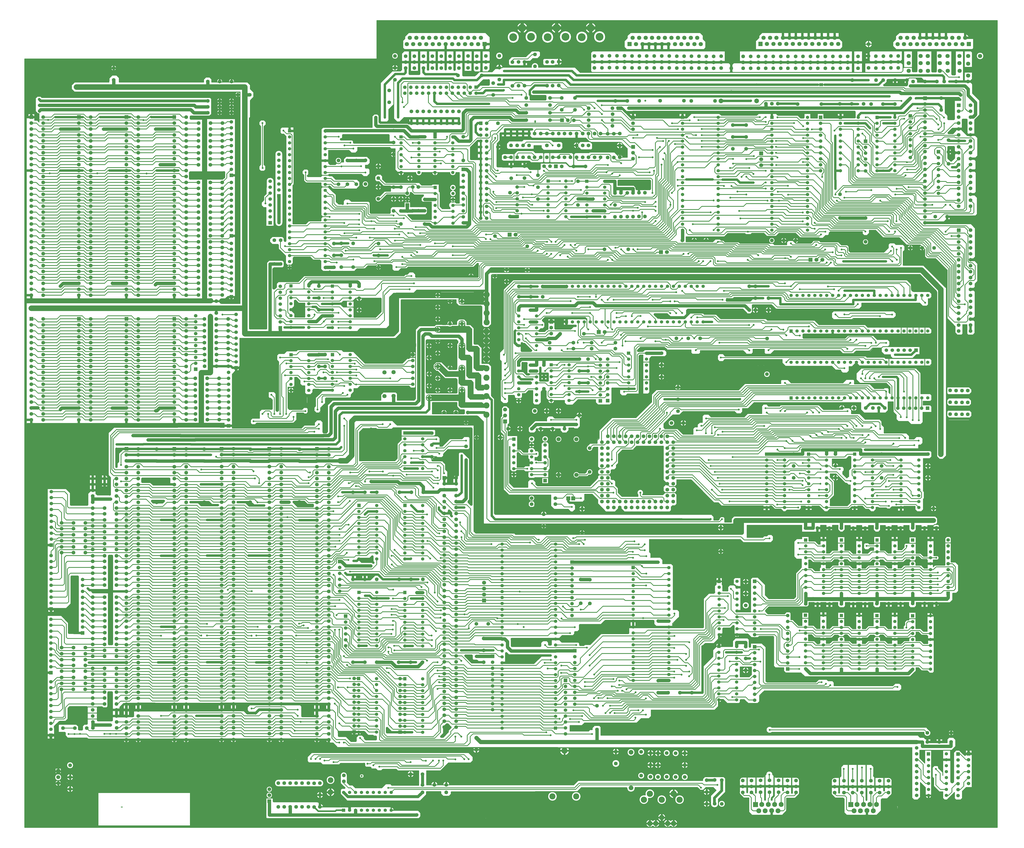
<source format=gbr>
%FSLAX34Y34*%
%MOMM*%
%LNCOPPER_TOP*%
G71*
G01*
%ADD10C, 1.40*%
%ADD11C, 1.60*%
%ADD12C, 1.60*%
%ADD13C, 1.50*%
%ADD14C, 1.70*%
%ADD15R, 1.70X1.70*%
%ADD16C, 1.60*%
%ADD17C, 1.80*%
%ADD18C, 0.80*%
%ADD19C, 1.80*%
%ADD20C, 1.52*%
%ADD21C, 2.00*%
%ADD22R, 1.70X1.25*%
%ADD23C, 2.60*%
%ADD24C, 2.65*%
%ADD25C, 2.25*%
%ADD26C, 2.10*%
%ADD27C, 4.35*%
%ADD28C, 3.35*%
%ADD29C, 1.40*%
%ADD30C, 4.30*%
%ADD31C, 2.40*%
%ADD32C, 0.30*%
%ADD33C, 1.40*%
%ADD34C, 9.00*%
%ADD35C, 0.60*%
%ADD36C, 1.00*%
%ADD37C, 5.00*%
%ADD38C, 2.00*%
%ADD39C, 0.70*%
%ADD40C, 1.25*%
%ADD41C, 1.20*%
%ADD42C, 4.00*%
%ADD43C, 0.50*%
%ADD44C, 0.80*%
%ADD45C, 2.50*%
%ADD46C, 1.50*%
%ADD47C, 0.20*%
%ADD48C, 2.15*%
%ADD49C, 2.35*%
%ADD50C, 2.40*%
%ADD51C, 2.20*%
%ADD52C, 2.25*%
%ADD53C, 0.85*%
%ADD54C, 0.40*%
%ADD55C, 1.80*%
%ADD56C, 1.75*%
%ADD57C, 0.90*%
%ADD58C, 0.30*%
%ADD59C, 2.30*%
%ADD60C, 1.70*%
%ADD61C, 1.60*%
%ADD62C, 10.00*%
%ADD63C, 7.30*%
%ADD64C, 8.00*%
%ADD65C, 3.00*%
%ADD66C, 1.45*%
%ADD67C, 0.95*%
%ADD68C, 0.55*%
%ADD69C, 6.00*%
%ADD70C, 1.55*%
%ADD71C, 0.48*%
%ADD72C, 1.27*%
%ADD73C, 0.05*%
%ADD74C, 0.63*%
%ADD75C, 2.60*%
%LPD*%
G36*
X1141700Y2990164D02*
X1141700Y2976164D01*
X1127700Y2976164D01*
X1127700Y2990164D01*
X1141700Y2990164D01*
G37*
X1134700Y2957764D02*
G54D10*
D03*
X1134700Y2932364D02*
G54D10*
D03*
X1134700Y2906963D02*
G54D10*
D03*
X1134700Y2881563D02*
G54D10*
D03*
X1134700Y2856163D02*
G54D10*
D03*
X1134700Y2830763D02*
G54D10*
D03*
X1134700Y2805363D02*
G54D10*
D03*
X1134700Y2779963D02*
G54D10*
D03*
X1134700Y2754563D02*
G54D10*
D03*
X1134700Y2729163D02*
G54D10*
D03*
X1134700Y2703763D02*
G54D10*
D03*
X1134700Y2678363D02*
G54D10*
D03*
X1134700Y2652963D02*
G54D10*
D03*
X1134700Y2627562D02*
G54D10*
D03*
X1134700Y2602163D02*
G54D10*
D03*
X1134700Y2576762D02*
G54D10*
D03*
X1134700Y2551362D02*
G54D10*
D03*
X1134700Y2525963D02*
G54D10*
D03*
X1134700Y2500562D02*
G54D10*
D03*
X1134700Y2475162D02*
G54D10*
D03*
X1134700Y2449762D02*
G54D10*
D03*
X1134700Y2424362D02*
G54D10*
D03*
X1134700Y2398962D02*
G54D10*
D03*
X1287100Y2398962D02*
G54D10*
D03*
X1287100Y2424362D02*
G54D10*
D03*
X1287100Y2449762D02*
G54D10*
D03*
X1287100Y2475162D02*
G54D10*
D03*
X1287100Y2500562D02*
G54D10*
D03*
X1287100Y2525963D02*
G54D10*
D03*
X1287100Y2551362D02*
G54D10*
D03*
X1287100Y2576762D02*
G54D10*
D03*
X1287100Y2602163D02*
G54D10*
D03*
X1287100Y2627562D02*
G54D10*
D03*
X1287100Y2652963D02*
G54D10*
D03*
X1287100Y2678363D02*
G54D10*
D03*
X1287100Y2703763D02*
G54D10*
D03*
X1287100Y2729163D02*
G54D10*
D03*
X1287100Y2754563D02*
G54D10*
D03*
X1287100Y2779963D02*
G54D10*
D03*
X1287100Y2805363D02*
G54D10*
D03*
X1287100Y2830763D02*
G54D10*
D03*
X1287100Y2856163D02*
G54D10*
D03*
X1287100Y2881563D02*
G54D10*
D03*
X1287100Y2906963D02*
G54D10*
D03*
X1287100Y2932364D02*
G54D10*
D03*
X1287100Y2957764D02*
G54D10*
D03*
X1287100Y2983164D02*
G54D10*
D03*
G36*
X3203862Y3048107D02*
X3203862Y3034107D01*
X3189862Y3034107D01*
X3189862Y3048107D01*
X3203862Y3048107D01*
G37*
X3196862Y3015707D02*
G54D10*
D03*
X3196862Y2990307D02*
G54D10*
D03*
X3196862Y2964907D02*
G54D10*
D03*
X3196862Y2939507D02*
G54D10*
D03*
X3196862Y2914107D02*
G54D10*
D03*
X3196862Y2888707D02*
G54D10*
D03*
X3196862Y2863307D02*
G54D10*
D03*
X3196862Y2837907D02*
G54D10*
D03*
X3196862Y2812507D02*
G54D10*
D03*
X3196862Y2787107D02*
G54D10*
D03*
X3196862Y2761707D02*
G54D10*
D03*
X3196862Y2736307D02*
G54D10*
D03*
X3196862Y2710907D02*
G54D10*
D03*
X3196862Y2685507D02*
G54D10*
D03*
X3196862Y2660107D02*
G54D10*
D03*
X3196862Y2634707D02*
G54D10*
D03*
X3196862Y2609307D02*
G54D10*
D03*
X3196862Y2583907D02*
G54D10*
D03*
X3196862Y2558507D02*
G54D10*
D03*
X3349262Y2558507D02*
G54D10*
D03*
X3349262Y2583907D02*
G54D10*
D03*
X3349262Y2609307D02*
G54D10*
D03*
X3349262Y2634707D02*
G54D10*
D03*
X3349262Y2660107D02*
G54D10*
D03*
X3349262Y2685507D02*
G54D10*
D03*
X3349262Y2710907D02*
G54D10*
D03*
X3349262Y2736307D02*
G54D10*
D03*
X3349262Y2761707D02*
G54D10*
D03*
X3349262Y2787107D02*
G54D10*
D03*
X3349262Y2812507D02*
G54D10*
D03*
X3349262Y2837907D02*
G54D10*
D03*
X3349262Y2863307D02*
G54D10*
D03*
X3349262Y2888707D02*
G54D10*
D03*
X3349262Y2914107D02*
G54D10*
D03*
X3349262Y2939507D02*
G54D10*
D03*
X3349262Y2964907D02*
G54D10*
D03*
X3349262Y2990307D02*
G54D10*
D03*
X3349262Y3015707D02*
G54D10*
D03*
X3349262Y3041107D02*
G54D10*
D03*
G36*
X2821276Y3048504D02*
X2821276Y3034504D01*
X2807276Y3034504D01*
X2807276Y3048504D01*
X2821276Y3048504D01*
G37*
X2814276Y3016104D02*
G54D10*
D03*
X2814276Y2990704D02*
G54D10*
D03*
X2814276Y2965304D02*
G54D10*
D03*
X2814276Y2939904D02*
G54D10*
D03*
X2814276Y2914504D02*
G54D10*
D03*
X2814276Y2889104D02*
G54D10*
D03*
X2814276Y2863704D02*
G54D10*
D03*
X2814276Y2838304D02*
G54D10*
D03*
X2814276Y2812904D02*
G54D10*
D03*
X2814276Y2787504D02*
G54D10*
D03*
X2814276Y2762104D02*
G54D10*
D03*
X2814276Y2736704D02*
G54D10*
D03*
X2814276Y2711304D02*
G54D10*
D03*
X2814276Y2685904D02*
G54D10*
D03*
X2814276Y2660504D02*
G54D10*
D03*
X2814276Y2635104D02*
G54D10*
D03*
X2814276Y2609703D02*
G54D10*
D03*
X2814276Y2584303D02*
G54D10*
D03*
X2814276Y2558903D02*
G54D10*
D03*
X2966676Y2558903D02*
G54D10*
D03*
X2966676Y2584303D02*
G54D10*
D03*
X2966676Y2609703D02*
G54D10*
D03*
X2966676Y2635104D02*
G54D10*
D03*
X2966676Y2660504D02*
G54D10*
D03*
X2966676Y2685904D02*
G54D10*
D03*
X2966676Y2711304D02*
G54D10*
D03*
X2966676Y2736704D02*
G54D10*
D03*
X2966676Y2762104D02*
G54D10*
D03*
X2966676Y2787504D02*
G54D10*
D03*
X2966676Y2812904D02*
G54D10*
D03*
X2966676Y2838304D02*
G54D10*
D03*
X2966676Y2863704D02*
G54D10*
D03*
X2966676Y2889104D02*
G54D10*
D03*
X2966676Y2914504D02*
G54D10*
D03*
X2966676Y2939904D02*
G54D10*
D03*
X2966676Y2965304D02*
G54D10*
D03*
X2966676Y2990704D02*
G54D10*
D03*
X2966676Y3016104D02*
G54D10*
D03*
X2966676Y3041504D02*
G54D10*
D03*
X3851276Y3097610D02*
G54D11*
D03*
X3851276Y3072210D02*
G54D11*
D03*
X3851276Y3046810D02*
G54D11*
D03*
X3851276Y3021410D02*
G54D11*
D03*
X3851276Y2996010D02*
G54D11*
D03*
X3851276Y2970610D02*
G54D11*
D03*
X3851276Y2945210D02*
G54D11*
D03*
X3851276Y2919810D02*
G54D11*
D03*
X3851276Y2894410D02*
G54D11*
D03*
X3851276Y2869010D02*
G54D11*
D03*
X3851276Y2843610D02*
G54D11*
D03*
X3851276Y2818210D02*
G54D11*
D03*
X3851276Y2792810D02*
G54D11*
D03*
X3851276Y2767410D02*
G54D11*
D03*
X3851276Y2742010D02*
G54D11*
D03*
X3851276Y2716610D02*
G54D11*
D03*
X3851276Y2691210D02*
G54D11*
D03*
X3851276Y2665810D02*
G54D11*
D03*
X3851276Y2640410D02*
G54D11*
D03*
X3851276Y2615010D02*
G54D11*
D03*
X3851276Y2589610D02*
G54D11*
D03*
G36*
X3843276Y3131010D02*
X3859276Y3131010D01*
X3859276Y3115010D01*
X3843276Y3115010D01*
X3843276Y3131010D01*
G37*
G36*
X2311544Y2172351D02*
X2325544Y2172351D01*
X2325544Y2158351D01*
X2311544Y2158351D01*
X2311544Y2172351D01*
G37*
X2343944Y2165351D02*
G54D10*
D03*
X2369344Y2165351D02*
G54D10*
D03*
X2394744Y2165351D02*
G54D10*
D03*
X2420144Y2165351D02*
G54D10*
D03*
X2445544Y2165351D02*
G54D10*
D03*
X2470944Y2165351D02*
G54D10*
D03*
X2496344Y2165351D02*
G54D10*
D03*
X2521744Y2165351D02*
G54D10*
D03*
X2547144Y2165351D02*
G54D10*
D03*
X2572544Y2165351D02*
G54D10*
D03*
X2597944Y2165351D02*
G54D10*
D03*
X2623344Y2165351D02*
G54D10*
D03*
X2648744Y2165351D02*
G54D10*
D03*
X2674144Y2165351D02*
G54D10*
D03*
X2699544Y2165351D02*
G54D10*
D03*
X2724944Y2165351D02*
G54D10*
D03*
X2750344Y2165351D02*
G54D10*
D03*
X2775744Y2165351D02*
G54D10*
D03*
X2801144Y2165351D02*
G54D10*
D03*
X2826544Y2165351D02*
G54D10*
D03*
X2851944Y2165351D02*
G54D10*
D03*
X2877344Y2165351D02*
G54D10*
D03*
X2902744Y2165351D02*
G54D10*
D03*
X2902744Y2317751D02*
G54D10*
D03*
X2877344Y2317751D02*
G54D10*
D03*
X2851944Y2317751D02*
G54D10*
D03*
X2826544Y2317751D02*
G54D10*
D03*
X2801144Y2317751D02*
G54D10*
D03*
X2775744Y2317751D02*
G54D10*
D03*
X2750344Y2317751D02*
G54D10*
D03*
X2724944Y2317751D02*
G54D10*
D03*
X2699544Y2317751D02*
G54D10*
D03*
X2674144Y2317751D02*
G54D10*
D03*
X2648744Y2317751D02*
G54D10*
D03*
X2623344Y2317751D02*
G54D10*
D03*
X2597944Y2317751D02*
G54D10*
D03*
X2572544Y2317751D02*
G54D10*
D03*
X2547144Y2317751D02*
G54D10*
D03*
X2521744Y2317751D02*
G54D10*
D03*
X2496344Y2317751D02*
G54D10*
D03*
X2470944Y2317751D02*
G54D10*
D03*
X2445544Y2317751D02*
G54D10*
D03*
X2420144Y2317751D02*
G54D10*
D03*
X2394744Y2317751D02*
G54D10*
D03*
X2369344Y2317751D02*
G54D10*
D03*
X2343944Y2317751D02*
G54D10*
D03*
X2318544Y2317751D02*
G54D10*
D03*
G36*
X3271585Y2133457D02*
X3285585Y2133457D01*
X3285585Y2119457D01*
X3271585Y2119457D01*
X3271585Y2133457D01*
G37*
X3303985Y2126457D02*
G54D10*
D03*
X3329385Y2126457D02*
G54D10*
D03*
X3354785Y2126457D02*
G54D10*
D03*
X3380186Y2126457D02*
G54D10*
D03*
X3405586Y2126457D02*
G54D10*
D03*
X3430986Y2126457D02*
G54D10*
D03*
X3456386Y2126457D02*
G54D10*
D03*
X3481786Y2126457D02*
G54D10*
D03*
X3507186Y2126457D02*
G54D10*
D03*
X3532586Y2126457D02*
G54D10*
D03*
X3557986Y2126457D02*
G54D10*
D03*
X3583386Y2126457D02*
G54D10*
D03*
X3608786Y2126457D02*
G54D10*
D03*
X3634186Y2126457D02*
G54D10*
D03*
X3659586Y2126457D02*
G54D10*
D03*
X3684986Y2126457D02*
G54D10*
D03*
X3710386Y2126457D02*
G54D10*
D03*
X3735786Y2126457D02*
G54D10*
D03*
X3761186Y2126457D02*
G54D10*
D03*
X3786586Y2126457D02*
G54D10*
D03*
X3811986Y2126457D02*
G54D10*
D03*
X3837386Y2126457D02*
G54D10*
D03*
X3862786Y2126457D02*
G54D10*
D03*
X3862786Y2278857D02*
G54D10*
D03*
X3837386Y2278857D02*
G54D10*
D03*
X3811986Y2278857D02*
G54D10*
D03*
X3786586Y2278857D02*
G54D10*
D03*
X3761186Y2278857D02*
G54D10*
D03*
X3735786Y2278857D02*
G54D10*
D03*
X3710386Y2278857D02*
G54D10*
D03*
X3684986Y2278857D02*
G54D10*
D03*
X3659586Y2278857D02*
G54D10*
D03*
X3634186Y2278857D02*
G54D10*
D03*
X3608786Y2278857D02*
G54D10*
D03*
X3583386Y2278857D02*
G54D10*
D03*
X3557986Y2278857D02*
G54D10*
D03*
X3532586Y2278857D02*
G54D10*
D03*
X3507186Y2278857D02*
G54D10*
D03*
X3481786Y2278857D02*
G54D10*
D03*
X3456386Y2278857D02*
G54D10*
D03*
X3430986Y2278857D02*
G54D10*
D03*
X3405586Y2278857D02*
G54D10*
D03*
X3380186Y2278857D02*
G54D10*
D03*
X3354785Y2278857D02*
G54D10*
D03*
X3329385Y2278857D02*
G54D10*
D03*
X3303985Y2278857D02*
G54D10*
D03*
X3278585Y2278857D02*
G54D10*
D03*
G36*
X3271585Y1847310D02*
X3285585Y1847310D01*
X3285585Y1833310D01*
X3271585Y1833310D01*
X3271585Y1847310D01*
G37*
X3303985Y1840310D02*
G54D10*
D03*
X3329385Y1840310D02*
G54D10*
D03*
X3354785Y1840310D02*
G54D10*
D03*
X3380186Y1840310D02*
G54D10*
D03*
X3405586Y1840310D02*
G54D10*
D03*
X3430986Y1840310D02*
G54D10*
D03*
X3456386Y1840310D02*
G54D10*
D03*
X3481786Y1840310D02*
G54D10*
D03*
X3507186Y1840310D02*
G54D10*
D03*
X3532585Y1840310D02*
G54D10*
D03*
X3557986Y1840310D02*
G54D10*
D03*
X3583386Y1840310D02*
G54D10*
D03*
X3608785Y1840310D02*
G54D10*
D03*
X3634186Y1840310D02*
G54D10*
D03*
X3659586Y1840310D02*
G54D10*
D03*
X3684985Y1840310D02*
G54D10*
D03*
X3710385Y1840310D02*
G54D10*
D03*
X3735786Y1840310D02*
G54D10*
D03*
X3761185Y1840310D02*
G54D10*
D03*
X3786585Y1840310D02*
G54D10*
D03*
X3811985Y1840310D02*
G54D10*
D03*
X3837385Y1840310D02*
G54D10*
D03*
X3862785Y1840310D02*
G54D10*
D03*
X3862785Y1992710D02*
G54D10*
D03*
X3837385Y1992710D02*
G54D10*
D03*
X3811985Y1992710D02*
G54D10*
D03*
X3786585Y1992710D02*
G54D10*
D03*
X3761185Y1992710D02*
G54D10*
D03*
X3735786Y1992710D02*
G54D10*
D03*
X3710385Y1992710D02*
G54D10*
D03*
X3684985Y1992710D02*
G54D10*
D03*
X3659586Y1992710D02*
G54D10*
D03*
X3634186Y1992710D02*
G54D10*
D03*
X3608785Y1992710D02*
G54D10*
D03*
X3583386Y1992710D02*
G54D10*
D03*
X3557986Y1992710D02*
G54D10*
D03*
X3532585Y1992710D02*
G54D10*
D03*
X3507186Y1992710D02*
G54D10*
D03*
X3481786Y1992710D02*
G54D10*
D03*
X3456386Y1992710D02*
G54D10*
D03*
X3430986Y1992710D02*
G54D10*
D03*
X3405586Y1992710D02*
G54D10*
D03*
X3380186Y1992710D02*
G54D10*
D03*
X3354785Y1992710D02*
G54D10*
D03*
X3329385Y1992710D02*
G54D10*
D03*
X3303985Y1992710D02*
G54D10*
D03*
X3278585Y1992710D02*
G54D10*
D03*
X2596754Y1651397D02*
G54D12*
D03*
X2622154Y1651397D02*
G54D12*
D03*
X2647554Y1651397D02*
G54D12*
D03*
X2672954Y1651397D02*
G54D12*
D03*
X2749154Y1473597D02*
G54D12*
D03*
X2749154Y1448197D02*
G54D12*
D03*
X2774554Y1625997D02*
G54D12*
D03*
X2749154Y1651397D02*
G54D12*
D03*
X2749154Y1600597D02*
G54D12*
D03*
X2749154Y1676797D02*
G54D12*
D03*
X2672954Y1676797D02*
G54D12*
D03*
X2774554Y1651397D02*
G54D12*
D03*
X2647554Y1676797D02*
G54D12*
D03*
X2774554Y1600597D02*
G54D12*
D03*
X2622154Y1676797D02*
G54D12*
D03*
X2596754Y1676797D02*
G54D12*
D03*
X2495154Y1651397D02*
G54D12*
D03*
X2520554Y1651397D02*
G54D12*
D03*
X2545954Y1651397D02*
G54D12*
D03*
X2571354Y1651397D02*
G54D12*
D03*
X2571354Y1397397D02*
G54D12*
D03*
X2596754Y1397397D02*
G54D12*
D03*
X2571354Y1676797D02*
G54D12*
D03*
X2545954Y1676797D02*
G54D12*
D03*
X2520554Y1676797D02*
G54D12*
D03*
X2495154Y1676797D02*
G54D12*
D03*
X2749154Y1625997D02*
G54D12*
D03*
X2749154Y1575197D02*
G54D12*
D03*
X2749154Y1549797D02*
G54D12*
D03*
X2774554Y1575197D02*
G54D12*
D03*
X2749154Y1524397D02*
G54D12*
D03*
X2749154Y1498997D02*
G54D12*
D03*
X2774554Y1473597D02*
G54D12*
D03*
X2774554Y1448197D02*
G54D12*
D03*
X2774554Y1549797D02*
G54D12*
D03*
X2774554Y1524397D02*
G54D12*
D03*
X2774554Y1498997D02*
G54D12*
D03*
X2469754Y1625997D02*
G54D12*
D03*
X2469754Y1651397D02*
G54D12*
D03*
X2469754Y1600597D02*
G54D12*
D03*
X2469754Y1575197D02*
G54D12*
D03*
X2469754Y1473597D02*
G54D12*
D03*
X2469754Y1448197D02*
G54D12*
D03*
X2469754Y1549797D02*
G54D12*
D03*
X2469754Y1524397D02*
G54D12*
D03*
X2469754Y1498997D02*
G54D12*
D03*
X2495154Y1473597D02*
G54D12*
D03*
X2495154Y1448197D02*
G54D12*
D03*
X2495154Y1600597D02*
G54D12*
D03*
X2495154Y1625997D02*
G54D12*
D03*
X2495154Y1575197D02*
G54D12*
D03*
X2495154Y1549797D02*
G54D12*
D03*
X2495154Y1524397D02*
G54D12*
D03*
X2495154Y1498997D02*
G54D12*
D03*
X2545954Y1397397D02*
G54D12*
D03*
X2647554Y1397397D02*
G54D12*
D03*
X2672954Y1397397D02*
G54D12*
D03*
X2698354Y1397397D02*
G54D12*
D03*
X2723754Y1397397D02*
G54D12*
D03*
X2622154Y1397397D02*
G54D12*
D03*
X2749154Y1422797D02*
G54D12*
D03*
X2749154Y1397397D02*
G54D12*
D03*
X2774554Y1422797D02*
G54D12*
D03*
X2774554Y1397397D02*
G54D12*
D03*
X2469754Y1422797D02*
G54D12*
D03*
X2469754Y1397397D02*
G54D12*
D03*
X2520554Y1397397D02*
G54D12*
D03*
X2495154Y1422797D02*
G54D12*
D03*
X2495154Y1397397D02*
G54D12*
D03*
X2723754Y1371997D02*
G54D12*
D03*
X2749154Y1371997D02*
G54D12*
D03*
X2698354Y1371997D02*
G54D12*
D03*
X2672954Y1371997D02*
G54D12*
D03*
X2571354Y1371997D02*
G54D12*
D03*
X2545954Y1371997D02*
G54D12*
D03*
X2647554Y1371997D02*
G54D12*
D03*
X2622154Y1371997D02*
G54D12*
D03*
X2596754Y1371997D02*
G54D12*
D03*
X2520554Y1371997D02*
G54D12*
D03*
X2495154Y1371997D02*
G54D12*
D03*
X2698354Y1651397D02*
G54D12*
D03*
X2723754Y1651397D02*
G54D12*
D03*
X2723754Y1676797D02*
G54D12*
D03*
X2698354Y1676797D02*
G54D12*
D03*
G36*
X2610535Y1121551D02*
X2610535Y1107551D01*
X2596535Y1107551D01*
X2596535Y1121551D01*
X2610535Y1121551D01*
G37*
X2603535Y1089151D02*
G54D10*
D03*
X2603535Y1063751D02*
G54D10*
D03*
X2603535Y1038351D02*
G54D10*
D03*
X2603535Y1012951D02*
G54D10*
D03*
X2603535Y987551D02*
G54D10*
D03*
X2603535Y962151D02*
G54D10*
D03*
X2603535Y936751D02*
G54D10*
D03*
X2603535Y911351D02*
G54D10*
D03*
X2603535Y885951D02*
G54D10*
D03*
X2603535Y860551D02*
G54D10*
D03*
X2603535Y835151D02*
G54D10*
D03*
X2603535Y809751D02*
G54D10*
D03*
X2603535Y784351D02*
G54D10*
D03*
X2603535Y758951D02*
G54D10*
D03*
X2603535Y733551D02*
G54D10*
D03*
X2603535Y708151D02*
G54D10*
D03*
X2603535Y682751D02*
G54D10*
D03*
X2603535Y657351D02*
G54D10*
D03*
X2603535Y631951D02*
G54D10*
D03*
X2755935Y631951D02*
G54D10*
D03*
X2755935Y657351D02*
G54D10*
D03*
X2755935Y682751D02*
G54D10*
D03*
X2755935Y708151D02*
G54D10*
D03*
X2755935Y733551D02*
G54D10*
D03*
X2755935Y758951D02*
G54D10*
D03*
X2755935Y784351D02*
G54D10*
D03*
X2755935Y809751D02*
G54D10*
D03*
X2755935Y835151D02*
G54D10*
D03*
X2755935Y860551D02*
G54D10*
D03*
X2755935Y885951D02*
G54D10*
D03*
X2755935Y911351D02*
G54D10*
D03*
X2755935Y936751D02*
G54D10*
D03*
X2755935Y962151D02*
G54D10*
D03*
X2755935Y987551D02*
G54D10*
D03*
X2755935Y1012951D02*
G54D10*
D03*
X2755935Y1038351D02*
G54D10*
D03*
X2755935Y1063751D02*
G54D10*
D03*
X2755935Y1089151D02*
G54D10*
D03*
X2755935Y1114551D02*
G54D10*
D03*
X2043113Y1214835D02*
G54D10*
D03*
X2043113Y1189435D02*
G54D10*
D03*
X2043113Y1138635D02*
G54D10*
D03*
X2043113Y1164035D02*
G54D10*
D03*
X2043113Y1113235D02*
G54D10*
D03*
X2043113Y1087835D02*
G54D10*
D03*
X2043113Y1062435D02*
G54D10*
D03*
X2043113Y1037035D02*
G54D10*
D03*
X2043113Y1011635D02*
G54D10*
D03*
X2043113Y986235D02*
G54D10*
D03*
X2043113Y960835D02*
G54D10*
D03*
X2043113Y935435D02*
G54D10*
D03*
X2043113Y910035D02*
G54D10*
D03*
X2043113Y884635D02*
G54D10*
D03*
X2043113Y859235D02*
G54D10*
D03*
X2043113Y833835D02*
G54D10*
D03*
X2043113Y808435D02*
G54D10*
D03*
X2043113Y783035D02*
G54D10*
D03*
X2271714Y1214835D02*
G54D10*
D03*
X2271714Y1189435D02*
G54D10*
D03*
X2271714Y1164035D02*
G54D10*
D03*
X2271714Y1138635D02*
G54D10*
D03*
X2271714Y1113235D02*
G54D10*
D03*
X2271714Y1087835D02*
G54D10*
D03*
X2271714Y1062435D02*
G54D10*
D03*
X2271714Y1037035D02*
G54D10*
D03*
X2271714Y1011635D02*
G54D10*
D03*
X2271714Y986235D02*
G54D10*
D03*
X2271714Y960835D02*
G54D10*
D03*
X2271714Y935435D02*
G54D10*
D03*
X2271714Y910035D02*
G54D10*
D03*
X2271714Y884635D02*
G54D10*
D03*
X2271714Y859235D02*
G54D10*
D03*
X2271714Y833835D02*
G54D10*
D03*
X2271714Y808435D02*
G54D10*
D03*
X2271714Y783035D02*
G54D10*
D03*
X2043113Y757635D02*
G54D10*
D03*
X2043113Y732235D02*
G54D10*
D03*
X2043113Y706835D02*
G54D10*
D03*
X2043113Y681435D02*
G54D10*
D03*
X2043113Y656035D02*
G54D10*
D03*
X2043113Y630635D02*
G54D10*
D03*
X2043113Y605235D02*
G54D10*
D03*
X2043113Y579835D02*
G54D10*
D03*
X2043113Y554435D02*
G54D10*
D03*
X2043113Y529035D02*
G54D10*
D03*
X2043113Y503635D02*
G54D10*
D03*
X2043113Y478235D02*
G54D10*
D03*
X2043113Y452835D02*
G54D10*
D03*
X2043113Y427435D02*
G54D10*
D03*
X2271714Y452835D02*
G54D10*
D03*
X2271714Y478235D02*
G54D10*
D03*
X2271714Y503635D02*
G54D10*
D03*
X2271714Y529035D02*
G54D10*
D03*
X2271714Y554435D02*
G54D10*
D03*
X2271714Y579835D02*
G54D10*
D03*
X2271714Y605235D02*
G54D10*
D03*
X2271714Y630635D02*
G54D10*
D03*
X2271714Y656035D02*
G54D10*
D03*
X2271714Y681435D02*
G54D10*
D03*
X2271714Y706835D02*
G54D10*
D03*
X2271714Y732235D02*
G54D10*
D03*
X2271714Y757635D02*
G54D10*
D03*
G36*
X2264714Y434435D02*
X2278714Y434435D01*
X2278714Y420435D01*
X2264714Y420435D01*
X2264714Y434435D01*
G37*
G36*
X3987342Y3100848D02*
X4003342Y3100848D01*
X4003342Y3084848D01*
X3987342Y3084848D01*
X3987342Y3100848D01*
G37*
X3995342Y3067448D02*
G54D11*
D03*
X3995342Y3042048D02*
G54D11*
D03*
X3995342Y3016648D02*
G54D11*
D03*
X3995342Y2991248D02*
G54D11*
D03*
X3995342Y2965848D02*
G54D11*
D03*
X3995342Y2940448D02*
G54D11*
D03*
X3995342Y2915048D02*
G54D11*
D03*
X3995342Y2889648D02*
G54D11*
D03*
X3995342Y2864248D02*
G54D11*
D03*
X3995342Y2838848D02*
G54D11*
D03*
X3995342Y2813448D02*
G54D11*
D03*
X3995342Y2788048D02*
G54D11*
D03*
X3995342Y2762648D02*
G54D11*
D03*
X3995342Y2737248D02*
G54D11*
D03*
X3995342Y2711848D02*
G54D11*
D03*
X3995342Y2686448D02*
G54D11*
D03*
X3995342Y2661048D02*
G54D11*
D03*
X4046142Y2661048D02*
G54D11*
D03*
X4046142Y2686448D02*
G54D11*
D03*
X4046142Y2711848D02*
G54D11*
D03*
X4046142Y2737248D02*
G54D11*
D03*
X4046142Y2762648D02*
G54D11*
D03*
X4046142Y2788048D02*
G54D11*
D03*
X4046142Y2813448D02*
G54D11*
D03*
X4046142Y2838848D02*
G54D11*
D03*
X4046142Y2864248D02*
G54D11*
D03*
X4046142Y2889648D02*
G54D11*
D03*
X4046142Y2915048D02*
G54D11*
D03*
X4046142Y2940448D02*
G54D11*
D03*
X4046142Y2965848D02*
G54D11*
D03*
X4046142Y2991248D02*
G54D11*
D03*
X4046142Y3016648D02*
G54D11*
D03*
X4046142Y3042048D02*
G54D11*
D03*
X4046142Y3067448D02*
G54D11*
D03*
X4046142Y3092848D02*
G54D11*
D03*
G36*
X3987342Y2566257D02*
X4003342Y2566257D01*
X4003342Y2550257D01*
X3987342Y2550257D01*
X3987342Y2566257D01*
G37*
X3995342Y2532857D02*
G54D11*
D03*
X3995342Y2507457D02*
G54D11*
D03*
X3995342Y2482057D02*
G54D11*
D03*
X3995342Y2456657D02*
G54D11*
D03*
X3995342Y2431257D02*
G54D11*
D03*
X3995342Y2405857D02*
G54D11*
D03*
X3995342Y2380457D02*
G54D11*
D03*
X3995342Y2355057D02*
G54D11*
D03*
X3995342Y2329657D02*
G54D11*
D03*
X3995342Y2304257D02*
G54D11*
D03*
X3995342Y2278857D02*
G54D11*
D03*
X3995342Y2253457D02*
G54D11*
D03*
X3995342Y2228057D02*
G54D11*
D03*
X3995342Y2202657D02*
G54D11*
D03*
X3995342Y2177257D02*
G54D11*
D03*
X3995342Y2151857D02*
G54D11*
D03*
X3995342Y2126457D02*
G54D11*
D03*
X4046140Y2126457D02*
G54D11*
D03*
X4046140Y2151857D02*
G54D11*
D03*
X4046140Y2177257D02*
G54D11*
D03*
X4046140Y2202657D02*
G54D11*
D03*
X4046140Y2228057D02*
G54D11*
D03*
X4046140Y2253457D02*
G54D11*
D03*
X4046140Y2278857D02*
G54D11*
D03*
X4046140Y2304257D02*
G54D11*
D03*
X4046140Y2329657D02*
G54D11*
D03*
X4046140Y2355057D02*
G54D11*
D03*
X4046140Y2380457D02*
G54D11*
D03*
X4046140Y2405857D02*
G54D11*
D03*
X4046140Y2431257D02*
G54D11*
D03*
X4046140Y2456657D02*
G54D11*
D03*
X4046140Y2482057D02*
G54D11*
D03*
X4046140Y2507457D02*
G54D11*
D03*
X4046140Y2532857D02*
G54D11*
D03*
X4046140Y2558257D02*
G54D11*
D03*
X234157Y3017044D02*
G54D11*
D03*
X234157Y2991644D02*
G54D11*
D03*
X234157Y2966244D02*
G54D11*
D03*
X234157Y2940844D02*
G54D11*
D03*
X234157Y2915444D02*
G54D11*
D03*
G36*
X226157Y3050444D02*
X242157Y3050444D01*
X242157Y3034444D01*
X226157Y3034444D01*
X226157Y3050444D01*
G37*
X284957Y3042444D02*
G54D11*
D03*
X284957Y3017044D02*
G54D11*
D03*
X284957Y2991644D02*
G54D11*
D03*
X284957Y2966244D02*
G54D11*
D03*
X284957Y2940844D02*
G54D11*
D03*
X284957Y2915444D02*
G54D11*
D03*
X284957Y2890044D02*
G54D11*
D03*
X284957Y2864644D02*
G54D11*
D03*
X284957Y2839244D02*
G54D11*
D03*
X284957Y2813844D02*
G54D11*
D03*
X284957Y2788444D02*
G54D11*
D03*
X284957Y2763044D02*
G54D11*
D03*
X284957Y2737644D02*
G54D11*
D03*
X284957Y2712244D02*
G54D11*
D03*
X284957Y2686844D02*
G54D11*
D03*
X234157Y2686844D02*
G54D11*
D03*
X234157Y2712244D02*
G54D11*
D03*
X234157Y2737644D02*
G54D11*
D03*
X234157Y2763044D02*
G54D11*
D03*
X234157Y2788444D02*
G54D11*
D03*
X234157Y2813844D02*
G54D11*
D03*
X234157Y2839244D02*
G54D11*
D03*
X234157Y2864644D02*
G54D11*
D03*
X234157Y2890044D02*
G54D11*
D03*
X234157Y2661444D02*
G54D11*
D03*
X234157Y2636044D02*
G54D11*
D03*
X234157Y2610644D02*
G54D11*
D03*
X234157Y2585244D02*
G54D11*
D03*
X234157Y2559844D02*
G54D11*
D03*
X234157Y2534444D02*
G54D11*
D03*
X234157Y2509044D02*
G54D11*
D03*
X234157Y2483644D02*
G54D11*
D03*
X234157Y2458244D02*
G54D11*
D03*
X234157Y2432844D02*
G54D11*
D03*
X234157Y2407444D02*
G54D11*
D03*
X234157Y2382044D02*
G54D11*
D03*
X234157Y2356644D02*
G54D11*
D03*
X234157Y2331244D02*
G54D11*
D03*
X234157Y2305844D02*
G54D11*
D03*
X234157Y2280444D02*
G54D11*
D03*
X284957Y2280444D02*
G54D11*
D03*
X284957Y2305844D02*
G54D11*
D03*
X284957Y2331244D02*
G54D11*
D03*
X284957Y2356644D02*
G54D11*
D03*
X284957Y2382044D02*
G54D11*
D03*
X284957Y2407444D02*
G54D11*
D03*
X284957Y2432844D02*
G54D11*
D03*
X284957Y2458244D02*
G54D11*
D03*
X284957Y2483644D02*
G54D11*
D03*
X284957Y2509044D02*
G54D11*
D03*
X284957Y2534444D02*
G54D11*
D03*
X284957Y2559844D02*
G54D11*
D03*
X284957Y2585244D02*
G54D11*
D03*
X284957Y2610644D02*
G54D11*
D03*
X284957Y2636044D02*
G54D11*
D03*
X284957Y2661444D02*
G54D11*
D03*
X437357Y3017044D02*
G54D11*
D03*
X437357Y2991644D02*
G54D11*
D03*
X437357Y2966244D02*
G54D11*
D03*
X437357Y2940844D02*
G54D11*
D03*
X437357Y2915444D02*
G54D11*
D03*
G36*
X429357Y3050444D02*
X445357Y3050444D01*
X445357Y3034444D01*
X429357Y3034444D01*
X429357Y3050444D01*
G37*
X488157Y3042444D02*
G54D11*
D03*
X488157Y3017044D02*
G54D11*
D03*
X488157Y2991644D02*
G54D11*
D03*
X488157Y2966244D02*
G54D11*
D03*
X488157Y2940844D02*
G54D11*
D03*
X488157Y2915444D02*
G54D11*
D03*
X488157Y2890044D02*
G54D11*
D03*
X488157Y2864644D02*
G54D11*
D03*
X488157Y2839244D02*
G54D11*
D03*
X488157Y2813844D02*
G54D11*
D03*
X488157Y2788444D02*
G54D11*
D03*
X488157Y2763044D02*
G54D11*
D03*
X488157Y2737644D02*
G54D11*
D03*
X488157Y2712244D02*
G54D11*
D03*
X488157Y2686844D02*
G54D11*
D03*
X437357Y2686844D02*
G54D11*
D03*
X437357Y2712244D02*
G54D11*
D03*
X437357Y2737644D02*
G54D11*
D03*
X437357Y2763044D02*
G54D11*
D03*
X437357Y2788444D02*
G54D11*
D03*
X437357Y2813844D02*
G54D11*
D03*
X437357Y2839244D02*
G54D11*
D03*
X437357Y2864644D02*
G54D11*
D03*
X437357Y2890044D02*
G54D11*
D03*
X437357Y2661444D02*
G54D11*
D03*
X437357Y2636044D02*
G54D11*
D03*
X437357Y2610644D02*
G54D11*
D03*
X437357Y2585244D02*
G54D11*
D03*
X437357Y2559844D02*
G54D11*
D03*
X437357Y2534444D02*
G54D11*
D03*
X437357Y2509044D02*
G54D11*
D03*
X437357Y2483644D02*
G54D11*
D03*
X437357Y2458244D02*
G54D11*
D03*
X437357Y2432844D02*
G54D11*
D03*
X437357Y2407444D02*
G54D11*
D03*
X437357Y2382044D02*
G54D11*
D03*
X437357Y2356644D02*
G54D11*
D03*
X437357Y2331244D02*
G54D11*
D03*
X437357Y2305844D02*
G54D11*
D03*
X437357Y2280444D02*
G54D11*
D03*
X488157Y2280444D02*
G54D11*
D03*
X488157Y2305844D02*
G54D11*
D03*
X488157Y2331244D02*
G54D11*
D03*
X488157Y2356644D02*
G54D11*
D03*
X488157Y2382044D02*
G54D11*
D03*
X488157Y2407444D02*
G54D11*
D03*
X488157Y2432844D02*
G54D11*
D03*
X488157Y2458244D02*
G54D11*
D03*
X488157Y2483644D02*
G54D11*
D03*
X488157Y2509044D02*
G54D11*
D03*
X488157Y2534444D02*
G54D11*
D03*
X488157Y2559844D02*
G54D11*
D03*
X488157Y2585244D02*
G54D11*
D03*
X488157Y2610644D02*
G54D11*
D03*
X488157Y2636044D02*
G54D11*
D03*
X488157Y2661444D02*
G54D11*
D03*
X642144Y3017044D02*
G54D11*
D03*
X642144Y2991644D02*
G54D11*
D03*
X642144Y2966244D02*
G54D11*
D03*
X642144Y2940844D02*
G54D11*
D03*
X642144Y2915444D02*
G54D11*
D03*
G36*
X634144Y3050444D02*
X650144Y3050444D01*
X650144Y3034444D01*
X634144Y3034444D01*
X634144Y3050444D01*
G37*
X692944Y3042444D02*
G54D11*
D03*
X692944Y3017044D02*
G54D11*
D03*
X692944Y2991644D02*
G54D11*
D03*
X692944Y2966244D02*
G54D11*
D03*
X692944Y2940844D02*
G54D11*
D03*
X692944Y2915444D02*
G54D11*
D03*
X692944Y2890044D02*
G54D11*
D03*
X692944Y2864644D02*
G54D11*
D03*
X692944Y2839244D02*
G54D11*
D03*
X692944Y2813844D02*
G54D11*
D03*
X692944Y2788444D02*
G54D11*
D03*
X692944Y2763044D02*
G54D11*
D03*
X692944Y2737644D02*
G54D11*
D03*
X692944Y2712244D02*
G54D11*
D03*
X692944Y2686844D02*
G54D11*
D03*
X642144Y2686844D02*
G54D11*
D03*
X642144Y2712244D02*
G54D11*
D03*
X642144Y2737644D02*
G54D11*
D03*
X642144Y2763044D02*
G54D11*
D03*
X642144Y2788444D02*
G54D11*
D03*
X642144Y2813844D02*
G54D11*
D03*
X642144Y2839244D02*
G54D11*
D03*
X642144Y2864644D02*
G54D11*
D03*
X642144Y2890044D02*
G54D11*
D03*
X642144Y2661444D02*
G54D11*
D03*
X642144Y2636044D02*
G54D11*
D03*
X642144Y2610644D02*
G54D11*
D03*
X642144Y2585244D02*
G54D11*
D03*
X642144Y2559844D02*
G54D11*
D03*
X642144Y2534444D02*
G54D11*
D03*
X642144Y2509044D02*
G54D11*
D03*
X642144Y2483644D02*
G54D11*
D03*
X642144Y2458244D02*
G54D11*
D03*
X642144Y2432844D02*
G54D11*
D03*
X642144Y2407444D02*
G54D11*
D03*
X642144Y2382044D02*
G54D11*
D03*
X642144Y2356644D02*
G54D11*
D03*
X642144Y2331244D02*
G54D11*
D03*
X642144Y2305844D02*
G54D11*
D03*
X642144Y2280444D02*
G54D11*
D03*
X692944Y2280444D02*
G54D11*
D03*
X692944Y2305844D02*
G54D11*
D03*
X692944Y2331244D02*
G54D11*
D03*
X692944Y2356644D02*
G54D11*
D03*
X692944Y2382044D02*
G54D11*
D03*
X692944Y2407444D02*
G54D11*
D03*
X692944Y2432844D02*
G54D11*
D03*
X692944Y2458244D02*
G54D11*
D03*
X692944Y2483644D02*
G54D11*
D03*
X692944Y2509044D02*
G54D11*
D03*
X692944Y2534444D02*
G54D11*
D03*
X692944Y2559844D02*
G54D11*
D03*
X692944Y2585244D02*
G54D11*
D03*
X692944Y2610644D02*
G54D11*
D03*
X692944Y2636044D02*
G54D11*
D03*
X692944Y2661444D02*
G54D11*
D03*
G36*
X22957Y2186844D02*
X38957Y2186844D01*
X38957Y2170844D01*
X22957Y2170844D01*
X22957Y2186844D01*
G37*
X30957Y2153444D02*
G54D11*
D03*
X30957Y2128044D02*
G54D11*
D03*
X30957Y2102644D02*
G54D11*
D03*
X30957Y2077244D02*
G54D11*
D03*
X30957Y2051844D02*
G54D11*
D03*
X30957Y2026444D02*
G54D11*
D03*
X30957Y2001044D02*
G54D11*
D03*
X30957Y1975644D02*
G54D11*
D03*
X30957Y1950244D02*
G54D11*
D03*
X30957Y1924844D02*
G54D11*
D03*
X30957Y1899444D02*
G54D11*
D03*
X30957Y1874044D02*
G54D11*
D03*
X30957Y1848644D02*
G54D11*
D03*
X30957Y1823244D02*
G54D11*
D03*
X30957Y1797844D02*
G54D11*
D03*
X30957Y1772444D02*
G54D11*
D03*
X30957Y1747044D02*
G54D11*
D03*
X81757Y1747044D02*
G54D11*
D03*
X81757Y1772444D02*
G54D11*
D03*
X81757Y1797844D02*
G54D11*
D03*
X81757Y1823244D02*
G54D11*
D03*
X81757Y1848644D02*
G54D11*
D03*
X81757Y1874044D02*
G54D11*
D03*
X81757Y1899444D02*
G54D11*
D03*
X81757Y1924844D02*
G54D11*
D03*
X81757Y1950244D02*
G54D11*
D03*
X81757Y1975644D02*
G54D11*
D03*
X81757Y2001044D02*
G54D11*
D03*
X81757Y2026444D02*
G54D11*
D03*
X81757Y2051844D02*
G54D11*
D03*
X81757Y2077244D02*
G54D11*
D03*
X81757Y2102644D02*
G54D11*
D03*
X81757Y2128044D02*
G54D11*
D03*
X81757Y2153444D02*
G54D11*
D03*
X81757Y2178844D02*
G54D11*
D03*
G36*
X226157Y2186844D02*
X242157Y2186844D01*
X242157Y2170844D01*
X226157Y2170844D01*
X226157Y2186844D01*
G37*
X234157Y2153444D02*
G54D11*
D03*
X234157Y2128044D02*
G54D11*
D03*
X234157Y2102644D02*
G54D11*
D03*
X234157Y2077244D02*
G54D11*
D03*
X234157Y2051844D02*
G54D11*
D03*
X234157Y2026444D02*
G54D11*
D03*
X234157Y2001044D02*
G54D11*
D03*
X234157Y1975644D02*
G54D11*
D03*
X234157Y1950244D02*
G54D11*
D03*
X234157Y1924844D02*
G54D11*
D03*
X234157Y1899444D02*
G54D11*
D03*
X234157Y1874044D02*
G54D11*
D03*
X234157Y1848644D02*
G54D11*
D03*
X234157Y1823244D02*
G54D11*
D03*
X234157Y1797844D02*
G54D11*
D03*
X234157Y1772444D02*
G54D11*
D03*
X234157Y1747044D02*
G54D11*
D03*
X284957Y1747044D02*
G54D11*
D03*
X284957Y1772444D02*
G54D11*
D03*
X284957Y1797844D02*
G54D11*
D03*
X284957Y1823244D02*
G54D11*
D03*
X284957Y1848644D02*
G54D11*
D03*
X284957Y1874044D02*
G54D11*
D03*
X284957Y1899444D02*
G54D11*
D03*
X284957Y1924844D02*
G54D11*
D03*
X284957Y1950244D02*
G54D11*
D03*
X284957Y1975644D02*
G54D11*
D03*
X284957Y2001044D02*
G54D11*
D03*
X284957Y2026444D02*
G54D11*
D03*
X284957Y2051844D02*
G54D11*
D03*
X284957Y2077244D02*
G54D11*
D03*
X284957Y2102644D02*
G54D11*
D03*
X284957Y2128044D02*
G54D11*
D03*
X284957Y2153444D02*
G54D11*
D03*
X284957Y2178844D02*
G54D11*
D03*
G36*
X429357Y2186844D02*
X445357Y2186844D01*
X445357Y2170844D01*
X429357Y2170844D01*
X429357Y2186844D01*
G37*
X437357Y2153444D02*
G54D11*
D03*
X437357Y2128044D02*
G54D11*
D03*
X437357Y2102644D02*
G54D11*
D03*
X437357Y2077244D02*
G54D11*
D03*
X437357Y2051844D02*
G54D11*
D03*
X437357Y2026444D02*
G54D11*
D03*
X437357Y2001044D02*
G54D11*
D03*
X437357Y1975644D02*
G54D11*
D03*
X437357Y1950244D02*
G54D11*
D03*
X437357Y1924844D02*
G54D11*
D03*
X437357Y1899444D02*
G54D11*
D03*
X437357Y1874044D02*
G54D11*
D03*
X437357Y1848644D02*
G54D11*
D03*
X437357Y1823244D02*
G54D11*
D03*
X437357Y1797844D02*
G54D11*
D03*
X437357Y1772444D02*
G54D11*
D03*
X437357Y1747044D02*
G54D11*
D03*
X488157Y1747044D02*
G54D11*
D03*
X488157Y1772444D02*
G54D11*
D03*
X488157Y1797844D02*
G54D11*
D03*
X488157Y1823244D02*
G54D11*
D03*
X488157Y1848644D02*
G54D11*
D03*
X488157Y1874044D02*
G54D11*
D03*
X488157Y1899444D02*
G54D11*
D03*
X488157Y1924844D02*
G54D11*
D03*
X488157Y1950244D02*
G54D11*
D03*
X488157Y1975644D02*
G54D11*
D03*
X488157Y2001044D02*
G54D11*
D03*
X488157Y2026444D02*
G54D11*
D03*
X488157Y2051844D02*
G54D11*
D03*
X488157Y2077244D02*
G54D11*
D03*
X488157Y2102644D02*
G54D11*
D03*
X488157Y2128044D02*
G54D11*
D03*
X488157Y2153444D02*
G54D11*
D03*
X488157Y2178844D02*
G54D11*
D03*
G36*
X634144Y2186844D02*
X650144Y2186844D01*
X650144Y2170844D01*
X634144Y2170844D01*
X634144Y2186844D01*
G37*
X642144Y2153444D02*
G54D11*
D03*
X642144Y2128044D02*
G54D11*
D03*
X642144Y2102644D02*
G54D11*
D03*
X642144Y2077244D02*
G54D11*
D03*
X642144Y2051844D02*
G54D11*
D03*
X642144Y2026444D02*
G54D11*
D03*
X642144Y2001044D02*
G54D11*
D03*
X642144Y1975644D02*
G54D11*
D03*
X642144Y1950244D02*
G54D11*
D03*
X642144Y1924844D02*
G54D11*
D03*
X642144Y1899444D02*
G54D11*
D03*
X642144Y1874044D02*
G54D11*
D03*
X642144Y1848644D02*
G54D11*
D03*
X642144Y1823244D02*
G54D11*
D03*
X642144Y1797844D02*
G54D11*
D03*
X642144Y1772444D02*
G54D11*
D03*
X642144Y1747044D02*
G54D11*
D03*
X692944Y1747044D02*
G54D11*
D03*
X692944Y1772444D02*
G54D11*
D03*
X692944Y1797844D02*
G54D11*
D03*
X692944Y1823244D02*
G54D11*
D03*
X692944Y1848644D02*
G54D11*
D03*
X692944Y1874044D02*
G54D11*
D03*
X692944Y1899444D02*
G54D11*
D03*
X692944Y1924844D02*
G54D11*
D03*
X692944Y1950244D02*
G54D11*
D03*
X692944Y1975644D02*
G54D11*
D03*
X692944Y2001044D02*
G54D11*
D03*
X692944Y2026444D02*
G54D11*
D03*
X692944Y2051844D02*
G54D11*
D03*
X692944Y2077244D02*
G54D11*
D03*
X692944Y2102644D02*
G54D11*
D03*
X692944Y2128044D02*
G54D11*
D03*
X692944Y2153444D02*
G54D11*
D03*
X692944Y2178844D02*
G54D11*
D03*
X30957Y3017044D02*
G54D11*
D03*
X30957Y2991644D02*
G54D11*
D03*
X30957Y2966244D02*
G54D11*
D03*
X30957Y2940844D02*
G54D11*
D03*
X30957Y2915444D02*
G54D11*
D03*
G36*
X22957Y3050444D02*
X38957Y3050444D01*
X38957Y3034444D01*
X22957Y3034444D01*
X22957Y3050444D01*
G37*
X81757Y3042444D02*
G54D11*
D03*
X81757Y3017044D02*
G54D11*
D03*
X81757Y2991644D02*
G54D11*
D03*
X81757Y2966244D02*
G54D11*
D03*
X81757Y2940844D02*
G54D11*
D03*
X81757Y2915444D02*
G54D11*
D03*
X81757Y2890044D02*
G54D11*
D03*
X81757Y2864644D02*
G54D11*
D03*
X81757Y2839244D02*
G54D11*
D03*
X81757Y2813844D02*
G54D11*
D03*
X81757Y2788444D02*
G54D11*
D03*
X81757Y2763044D02*
G54D11*
D03*
X81757Y2737644D02*
G54D11*
D03*
X81757Y2712244D02*
G54D11*
D03*
X81757Y2686844D02*
G54D11*
D03*
X30957Y2686844D02*
G54D11*
D03*
X30957Y2712244D02*
G54D11*
D03*
X30957Y2737644D02*
G54D11*
D03*
X30957Y2763044D02*
G54D11*
D03*
X30957Y2788444D02*
G54D11*
D03*
X30957Y2813844D02*
G54D11*
D03*
X30957Y2839244D02*
G54D11*
D03*
X30957Y2864644D02*
G54D11*
D03*
X30957Y2890044D02*
G54D11*
D03*
X30957Y2661444D02*
G54D11*
D03*
X30957Y2636044D02*
G54D11*
D03*
X30957Y2610644D02*
G54D11*
D03*
X30957Y2585244D02*
G54D11*
D03*
X30957Y2559844D02*
G54D11*
D03*
X30957Y2534444D02*
G54D11*
D03*
X30957Y2509044D02*
G54D11*
D03*
X30957Y2483644D02*
G54D11*
D03*
X30957Y2458244D02*
G54D11*
D03*
X30957Y2432844D02*
G54D11*
D03*
X30957Y2407444D02*
G54D11*
D03*
X30957Y2382044D02*
G54D11*
D03*
X30957Y2356644D02*
G54D11*
D03*
X30957Y2331244D02*
G54D11*
D03*
X30957Y2305844D02*
G54D11*
D03*
X30957Y2280444D02*
G54D11*
D03*
X81757Y2280444D02*
G54D11*
D03*
X81757Y2305844D02*
G54D11*
D03*
X81757Y2331244D02*
G54D11*
D03*
X81757Y2356644D02*
G54D11*
D03*
X81757Y2382044D02*
G54D11*
D03*
X81757Y2407444D02*
G54D11*
D03*
X81757Y2432844D02*
G54D11*
D03*
X81757Y2458244D02*
G54D11*
D03*
X81757Y2483644D02*
G54D11*
D03*
X81757Y2509044D02*
G54D11*
D03*
X81757Y2534444D02*
G54D11*
D03*
X81757Y2559844D02*
G54D11*
D03*
X81757Y2585244D02*
G54D11*
D03*
X81757Y2610644D02*
G54D11*
D03*
X81757Y2636044D02*
G54D11*
D03*
X81757Y2661444D02*
G54D11*
D03*
X1796257Y431402D02*
G54D11*
D03*
X1847057Y431402D02*
G54D11*
D03*
X1847057Y456802D02*
G54D11*
D03*
X1847057Y482202D02*
G54D11*
D03*
X1847057Y507602D02*
G54D11*
D03*
X1847057Y533002D02*
G54D11*
D03*
X1847057Y558402D02*
G54D11*
D03*
X1847057Y583802D02*
G54D11*
D03*
X1847057Y609202D02*
G54D11*
D03*
X1847057Y634602D02*
G54D11*
D03*
X1847057Y660002D02*
G54D11*
D03*
X1847057Y685402D02*
G54D11*
D03*
X1847057Y710802D02*
G54D11*
D03*
X1847057Y736202D02*
G54D11*
D03*
X1847057Y761602D02*
G54D11*
D03*
X1847057Y787002D02*
G54D11*
D03*
X1847057Y812402D02*
G54D11*
D03*
X1847057Y837802D02*
G54D11*
D03*
X1796257Y837802D02*
G54D11*
D03*
X1796257Y812402D02*
G54D11*
D03*
X1796257Y787002D02*
G54D11*
D03*
X1796257Y761602D02*
G54D11*
D03*
X1796257Y736202D02*
G54D11*
D03*
X1796257Y710802D02*
G54D11*
D03*
X1796257Y685402D02*
G54D11*
D03*
X1796257Y660002D02*
G54D11*
D03*
X1796257Y634602D02*
G54D11*
D03*
X1796257Y609202D02*
G54D11*
D03*
X1796257Y583802D02*
G54D11*
D03*
X1796257Y558402D02*
G54D11*
D03*
X1796257Y533002D02*
G54D11*
D03*
X1796257Y507602D02*
G54D11*
D03*
X1796257Y482202D02*
G54D11*
D03*
X1796257Y456802D02*
G54D11*
D03*
X1847057Y863202D02*
G54D11*
D03*
X1847057Y888602D02*
G54D11*
D03*
X1847057Y914002D02*
G54D11*
D03*
X1847057Y939402D02*
G54D11*
D03*
X1847057Y964802D02*
G54D11*
D03*
X1847057Y990202D02*
G54D11*
D03*
X1847057Y1015602D02*
G54D11*
D03*
X1847057Y1041002D02*
G54D11*
D03*
X1847057Y1066402D02*
G54D11*
D03*
X1847057Y1091802D02*
G54D11*
D03*
X1847057Y1117202D02*
G54D11*
D03*
X1847057Y1142602D02*
G54D11*
D03*
X1847057Y1168002D02*
G54D11*
D03*
X1847057Y1193402D02*
G54D11*
D03*
X1847057Y1218802D02*
G54D11*
D03*
X1847057Y1244202D02*
G54D11*
D03*
X1847057Y1269602D02*
G54D11*
D03*
X1847057Y1295002D02*
G54D11*
D03*
X1796257Y1295002D02*
G54D11*
D03*
X1796257Y1269602D02*
G54D11*
D03*
X1796257Y1244202D02*
G54D11*
D03*
X1796257Y1218802D02*
G54D11*
D03*
X1796257Y1193402D02*
G54D11*
D03*
X1796257Y1168002D02*
G54D11*
D03*
X1796257Y1142602D02*
G54D11*
D03*
X1796257Y1117202D02*
G54D11*
D03*
X1796257Y1091802D02*
G54D11*
D03*
X1796257Y1066402D02*
G54D11*
D03*
X1796257Y1041002D02*
G54D11*
D03*
X1796257Y1015602D02*
G54D11*
D03*
X1796257Y990202D02*
G54D11*
D03*
X1796257Y964802D02*
G54D11*
D03*
X1796257Y939402D02*
G54D11*
D03*
X1796257Y914002D02*
G54D11*
D03*
X1796257Y888602D02*
G54D11*
D03*
X1796257Y863202D02*
G54D11*
D03*
X1847057Y1320402D02*
G54D11*
D03*
X1847057Y1345802D02*
G54D11*
D03*
X1847057Y1371202D02*
G54D11*
D03*
X1847057Y1396602D02*
G54D11*
D03*
X1847057Y1422003D02*
G54D11*
D03*
X1847057Y1447404D02*
G54D11*
D03*
X1847057Y1472804D02*
G54D11*
D03*
X1847057Y1498204D02*
G54D11*
D03*
G36*
X1788257Y1506204D02*
X1804257Y1506204D01*
X1804257Y1490204D01*
X1788257Y1490204D01*
X1788257Y1506204D01*
G37*
X1796257Y1472804D02*
G54D11*
D03*
X1796257Y1447404D02*
G54D11*
D03*
X1796257Y1422003D02*
G54D11*
D03*
X1796257Y1396602D02*
G54D11*
D03*
X1796257Y1371202D02*
G54D11*
D03*
X1796257Y1345802D02*
G54D11*
D03*
X1796257Y1320402D02*
G54D11*
D03*
G36*
X429357Y1630426D02*
X445357Y1630426D01*
X445357Y1614426D01*
X429357Y1614426D01*
X429357Y1630426D01*
G37*
X488157Y1622426D02*
G54D11*
D03*
X488157Y1597026D02*
G54D11*
D03*
X488157Y1571626D02*
G54D11*
D03*
X488157Y1546226D02*
G54D11*
D03*
X488157Y1520826D02*
G54D11*
D03*
X488157Y1495425D02*
G54D11*
D03*
X488157Y1470025D02*
G54D11*
D03*
X488157Y1444625D02*
G54D11*
D03*
X488157Y1419225D02*
G54D11*
D03*
X488157Y1393825D02*
G54D11*
D03*
X488157Y1368425D02*
G54D11*
D03*
X488157Y1343022D02*
G54D11*
D03*
X488157Y1317622D02*
G54D11*
D03*
X488157Y1292222D02*
G54D11*
D03*
X488157Y1266822D02*
G54D11*
D03*
X488157Y1241422D02*
G54D11*
D03*
X488157Y1216022D02*
G54D11*
D03*
X488157Y1190622D02*
G54D11*
D03*
X488157Y1165222D02*
G54D11*
D03*
X488157Y1139822D02*
G54D11*
D03*
X488157Y1114422D02*
G54D11*
D03*
X488157Y1089022D02*
G54D11*
D03*
X488157Y1063622D02*
G54D11*
D03*
X437357Y1063622D02*
G54D11*
D03*
X437357Y1089022D02*
G54D11*
D03*
X437357Y1114422D02*
G54D11*
D03*
X437357Y1139822D02*
G54D11*
D03*
X437357Y1165222D02*
G54D11*
D03*
X437357Y1190622D02*
G54D11*
D03*
X437357Y1216022D02*
G54D11*
D03*
X437357Y1241422D02*
G54D11*
D03*
X437357Y1266822D02*
G54D11*
D03*
X437357Y1292222D02*
G54D11*
D03*
X437357Y1317622D02*
G54D11*
D03*
X437357Y1343022D02*
G54D11*
D03*
X437357Y1368425D02*
G54D11*
D03*
X437357Y1393825D02*
G54D11*
D03*
X437357Y1419225D02*
G54D11*
D03*
X437357Y1444625D02*
G54D11*
D03*
X437357Y1470025D02*
G54D11*
D03*
X437357Y1495425D02*
G54D11*
D03*
X437357Y1520826D02*
G54D11*
D03*
X437357Y1546226D02*
G54D11*
D03*
X437357Y1571626D02*
G54D11*
D03*
X437357Y1597026D02*
G54D11*
D03*
X437357Y1038222D02*
G54D11*
D03*
X437357Y1012822D02*
G54D11*
D03*
X437357Y987422D02*
G54D11*
D03*
X437357Y962022D02*
G54D11*
D03*
X437357Y936622D02*
G54D11*
D03*
X437357Y911222D02*
G54D11*
D03*
X437357Y885822D02*
G54D11*
D03*
X437357Y860422D02*
G54D11*
D03*
X437357Y835022D02*
G54D11*
D03*
X437357Y809622D02*
G54D11*
D03*
X437357Y784222D02*
G54D11*
D03*
X437357Y758822D02*
G54D11*
D03*
X437357Y733422D02*
G54D11*
D03*
X437357Y708022D02*
G54D11*
D03*
X437357Y682622D02*
G54D11*
D03*
X437357Y657222D02*
G54D11*
D03*
X437357Y631822D02*
G54D11*
D03*
X437357Y606422D02*
G54D11*
D03*
X437357Y581022D02*
G54D11*
D03*
X437357Y555622D02*
G54D11*
D03*
X437357Y530222D02*
G54D11*
D03*
X437357Y504822D02*
G54D11*
D03*
X437357Y479422D02*
G54D11*
D03*
X437357Y454022D02*
G54D11*
D03*
X488157Y454022D02*
G54D11*
D03*
X488157Y479422D02*
G54D11*
D03*
X488157Y504822D02*
G54D11*
D03*
X488157Y530222D02*
G54D11*
D03*
X488157Y555622D02*
G54D11*
D03*
X488157Y581022D02*
G54D11*
D03*
X488157Y606422D02*
G54D11*
D03*
X488157Y631822D02*
G54D11*
D03*
X488157Y657222D02*
G54D11*
D03*
X488157Y682622D02*
G54D11*
D03*
X488157Y708022D02*
G54D11*
D03*
X488157Y733422D02*
G54D11*
D03*
X488157Y758822D02*
G54D11*
D03*
X488157Y784222D02*
G54D11*
D03*
X488157Y809622D02*
G54D11*
D03*
X488157Y835022D02*
G54D11*
D03*
X488157Y860422D02*
G54D11*
D03*
X488157Y885822D02*
G54D11*
D03*
X488157Y911222D02*
G54D11*
D03*
X488157Y936622D02*
G54D11*
D03*
X488157Y962022D02*
G54D11*
D03*
X488157Y987422D02*
G54D11*
D03*
X488157Y1012822D02*
G54D11*
D03*
X488157Y1038222D02*
G54D11*
D03*
X437357Y428622D02*
G54D11*
D03*
X437357Y403222D02*
G54D11*
D03*
X437357Y377822D02*
G54D11*
D03*
X488157Y377822D02*
G54D11*
D03*
X488157Y403222D02*
G54D11*
D03*
X488157Y428622D02*
G54D11*
D03*
G36*
X634144Y1630426D02*
X650144Y1630426D01*
X650144Y1614426D01*
X634144Y1614426D01*
X634144Y1630426D01*
G37*
X692944Y1622426D02*
G54D11*
D03*
X692944Y1597026D02*
G54D11*
D03*
X692944Y1571626D02*
G54D11*
D03*
X692944Y1546226D02*
G54D11*
D03*
X692944Y1520826D02*
G54D11*
D03*
X692944Y1495425D02*
G54D11*
D03*
X692944Y1470025D02*
G54D11*
D03*
X692944Y1444625D02*
G54D11*
D03*
X692944Y1419225D02*
G54D11*
D03*
X692944Y1393825D02*
G54D11*
D03*
X692944Y1368425D02*
G54D11*
D03*
X692944Y1343023D02*
G54D11*
D03*
X692944Y1317623D02*
G54D11*
D03*
X692944Y1292222D02*
G54D11*
D03*
X692944Y1266822D02*
G54D11*
D03*
X692944Y1241422D02*
G54D11*
D03*
X692944Y1216022D02*
G54D11*
D03*
X692944Y1190622D02*
G54D11*
D03*
X692944Y1165222D02*
G54D11*
D03*
X692944Y1139822D02*
G54D11*
D03*
X692944Y1114422D02*
G54D11*
D03*
X692944Y1089022D02*
G54D11*
D03*
X692944Y1063622D02*
G54D11*
D03*
X642144Y1063622D02*
G54D11*
D03*
X642144Y1089022D02*
G54D11*
D03*
X642144Y1114422D02*
G54D11*
D03*
X642144Y1139822D02*
G54D11*
D03*
X642144Y1165222D02*
G54D11*
D03*
X642144Y1190622D02*
G54D11*
D03*
X642144Y1216022D02*
G54D11*
D03*
X642144Y1241422D02*
G54D11*
D03*
X642144Y1266822D02*
G54D11*
D03*
X642144Y1292222D02*
G54D11*
D03*
X642144Y1317623D02*
G54D11*
D03*
X642144Y1343023D02*
G54D11*
D03*
X642144Y1368425D02*
G54D11*
D03*
X642144Y1393825D02*
G54D11*
D03*
X642144Y1419225D02*
G54D11*
D03*
X642144Y1444625D02*
G54D11*
D03*
X642144Y1470025D02*
G54D11*
D03*
X642144Y1495425D02*
G54D11*
D03*
X642144Y1520826D02*
G54D11*
D03*
X642144Y1546226D02*
G54D11*
D03*
X642144Y1571626D02*
G54D11*
D03*
X642144Y1597026D02*
G54D11*
D03*
X642144Y1038222D02*
G54D11*
D03*
X642144Y1012822D02*
G54D11*
D03*
X642144Y987422D02*
G54D11*
D03*
X642144Y962022D02*
G54D11*
D03*
X642144Y936622D02*
G54D11*
D03*
X642144Y911222D02*
G54D11*
D03*
X642144Y885822D02*
G54D11*
D03*
X642144Y860422D02*
G54D11*
D03*
X642144Y835022D02*
G54D11*
D03*
X642144Y809622D02*
G54D11*
D03*
X642144Y784222D02*
G54D11*
D03*
X642144Y758822D02*
G54D11*
D03*
X642144Y733422D02*
G54D11*
D03*
X642144Y708022D02*
G54D11*
D03*
X642144Y682622D02*
G54D11*
D03*
X642144Y657222D02*
G54D11*
D03*
X642144Y631822D02*
G54D11*
D03*
X642144Y606422D02*
G54D11*
D03*
X642144Y581022D02*
G54D11*
D03*
X642144Y555622D02*
G54D11*
D03*
X642144Y530222D02*
G54D11*
D03*
X642144Y504822D02*
G54D11*
D03*
X642144Y479422D02*
G54D11*
D03*
X642144Y454022D02*
G54D11*
D03*
X692944Y454022D02*
G54D11*
D03*
X692944Y479422D02*
G54D11*
D03*
X692944Y504822D02*
G54D11*
D03*
X692944Y530222D02*
G54D11*
D03*
X692944Y555622D02*
G54D11*
D03*
X692944Y581022D02*
G54D11*
D03*
X692944Y606422D02*
G54D11*
D03*
X692944Y631822D02*
G54D11*
D03*
X692944Y657222D02*
G54D11*
D03*
X692944Y682622D02*
G54D11*
D03*
X692944Y708022D02*
G54D11*
D03*
X692944Y733422D02*
G54D11*
D03*
X692944Y758822D02*
G54D11*
D03*
X692944Y784222D02*
G54D11*
D03*
X692944Y809622D02*
G54D11*
D03*
X692944Y835022D02*
G54D11*
D03*
X692944Y860422D02*
G54D11*
D03*
X692944Y885822D02*
G54D11*
D03*
X692944Y911222D02*
G54D11*
D03*
X692944Y936622D02*
G54D11*
D03*
X692944Y962022D02*
G54D11*
D03*
X692944Y987422D02*
G54D11*
D03*
X692944Y1012822D02*
G54D11*
D03*
X692944Y1038222D02*
G54D11*
D03*
X642144Y428622D02*
G54D11*
D03*
X642144Y403222D02*
G54D11*
D03*
X642144Y377822D02*
G54D11*
D03*
X692944Y377822D02*
G54D11*
D03*
X692944Y403222D02*
G54D11*
D03*
X692944Y428622D02*
G54D11*
D03*
G36*
X836154Y1630823D02*
X852154Y1630823D01*
X852154Y1614823D01*
X836154Y1614823D01*
X836154Y1630823D01*
G37*
X894954Y1622823D02*
G54D11*
D03*
X894954Y1597423D02*
G54D11*
D03*
X894954Y1572023D02*
G54D11*
D03*
X894954Y1546622D02*
G54D11*
D03*
X894954Y1521222D02*
G54D11*
D03*
X894954Y1495822D02*
G54D11*
D03*
X894954Y1470422D02*
G54D11*
D03*
X894954Y1445022D02*
G54D11*
D03*
X894954Y1419622D02*
G54D11*
D03*
X894954Y1394222D02*
G54D11*
D03*
X894954Y1368822D02*
G54D11*
D03*
X894954Y1343417D02*
G54D11*
D03*
X894954Y1318016D02*
G54D11*
D03*
X894954Y1292616D02*
G54D11*
D03*
X894954Y1267216D02*
G54D11*
D03*
X894954Y1241816D02*
G54D11*
D03*
X894954Y1216416D02*
G54D11*
D03*
X894954Y1191016D02*
G54D11*
D03*
X894954Y1165616D02*
G54D11*
D03*
X894954Y1140216D02*
G54D11*
D03*
X894954Y1114816D02*
G54D11*
D03*
X894954Y1089416D02*
G54D11*
D03*
X894954Y1064016D02*
G54D11*
D03*
X844154Y1064016D02*
G54D11*
D03*
X844154Y1089416D02*
G54D11*
D03*
X844154Y1114816D02*
G54D11*
D03*
X844154Y1140216D02*
G54D11*
D03*
X844154Y1165616D02*
G54D11*
D03*
X844154Y1191016D02*
G54D11*
D03*
X844154Y1216416D02*
G54D11*
D03*
X844154Y1241816D02*
G54D11*
D03*
X844154Y1267216D02*
G54D11*
D03*
X844154Y1292616D02*
G54D11*
D03*
X844154Y1318016D02*
G54D11*
D03*
X844154Y1343417D02*
G54D11*
D03*
X844154Y1368822D02*
G54D11*
D03*
X844154Y1394222D02*
G54D11*
D03*
X844154Y1419622D02*
G54D11*
D03*
X844154Y1445022D02*
G54D11*
D03*
X844154Y1470422D02*
G54D11*
D03*
X844154Y1495822D02*
G54D11*
D03*
X844154Y1521222D02*
G54D11*
D03*
X844154Y1546622D02*
G54D11*
D03*
X844154Y1572023D02*
G54D11*
D03*
X844154Y1597423D02*
G54D11*
D03*
X844154Y1038616D02*
G54D11*
D03*
X844154Y1013216D02*
G54D11*
D03*
X844154Y987816D02*
G54D11*
D03*
X844154Y962416D02*
G54D11*
D03*
X844154Y937016D02*
G54D11*
D03*
X844154Y911616D02*
G54D11*
D03*
X844154Y886216D02*
G54D11*
D03*
X844154Y860816D02*
G54D11*
D03*
X844154Y835416D02*
G54D11*
D03*
X844154Y810016D02*
G54D11*
D03*
X844154Y784616D02*
G54D11*
D03*
X844154Y759216D02*
G54D11*
D03*
X844154Y733816D02*
G54D11*
D03*
X844154Y708416D02*
G54D11*
D03*
X844154Y683016D02*
G54D11*
D03*
X844154Y657616D02*
G54D11*
D03*
X844154Y632216D02*
G54D11*
D03*
X844154Y606816D02*
G54D11*
D03*
X844154Y581416D02*
G54D11*
D03*
X844154Y556016D02*
G54D11*
D03*
X844154Y530616D02*
G54D11*
D03*
X844154Y505216D02*
G54D11*
D03*
X844154Y479816D02*
G54D11*
D03*
X844154Y454416D02*
G54D11*
D03*
X894954Y454416D02*
G54D11*
D03*
X894954Y479816D02*
G54D11*
D03*
X894954Y505216D02*
G54D11*
D03*
X894954Y530616D02*
G54D11*
D03*
X894954Y556016D02*
G54D11*
D03*
X894954Y581416D02*
G54D11*
D03*
X894954Y606816D02*
G54D11*
D03*
X894954Y632216D02*
G54D11*
D03*
X894954Y657616D02*
G54D11*
D03*
X894954Y683016D02*
G54D11*
D03*
X894954Y708416D02*
G54D11*
D03*
X894954Y733816D02*
G54D11*
D03*
X894954Y759216D02*
G54D11*
D03*
X894954Y784616D02*
G54D11*
D03*
X894954Y810016D02*
G54D11*
D03*
X894954Y835416D02*
G54D11*
D03*
X894954Y860816D02*
G54D11*
D03*
X894954Y886216D02*
G54D11*
D03*
X894954Y911616D02*
G54D11*
D03*
X894954Y937016D02*
G54D11*
D03*
X894954Y962416D02*
G54D11*
D03*
X894954Y987816D02*
G54D11*
D03*
X894954Y1013216D02*
G54D11*
D03*
X894954Y1038616D02*
G54D11*
D03*
X844154Y429016D02*
G54D11*
D03*
X844154Y403616D02*
G54D11*
D03*
X844154Y378216D02*
G54D11*
D03*
X894954Y378216D02*
G54D11*
D03*
X894954Y403616D02*
G54D11*
D03*
X894954Y429016D02*
G54D11*
D03*
G36*
X1040148Y1630823D02*
X1056148Y1630823D01*
X1056148Y1614823D01*
X1040148Y1614823D01*
X1040148Y1630823D01*
G37*
X1098948Y1622823D02*
G54D11*
D03*
X1098948Y1597423D02*
G54D11*
D03*
X1098948Y1572023D02*
G54D11*
D03*
X1098948Y1546622D02*
G54D11*
D03*
X1098948Y1521222D02*
G54D11*
D03*
X1098948Y1495822D02*
G54D11*
D03*
X1098948Y1470422D02*
G54D11*
D03*
X1098948Y1445022D02*
G54D11*
D03*
X1098948Y1419622D02*
G54D11*
D03*
X1098948Y1394222D02*
G54D11*
D03*
X1098948Y1368823D02*
G54D11*
D03*
X1098948Y1343420D02*
G54D11*
D03*
X1098948Y1318019D02*
G54D11*
D03*
X1098948Y1292618D02*
G54D11*
D03*
X1098948Y1267218D02*
G54D11*
D03*
X1098948Y1241818D02*
G54D11*
D03*
X1098948Y1216418D02*
G54D11*
D03*
X1098948Y1191018D02*
G54D11*
D03*
X1098948Y1165618D02*
G54D11*
D03*
X1098948Y1140218D02*
G54D11*
D03*
X1098948Y1114818D02*
G54D11*
D03*
X1098948Y1089418D02*
G54D11*
D03*
X1098948Y1064018D02*
G54D11*
D03*
X1048148Y1064018D02*
G54D11*
D03*
X1048148Y1089418D02*
G54D11*
D03*
X1048148Y1114818D02*
G54D11*
D03*
X1048148Y1140218D02*
G54D11*
D03*
X1048148Y1165618D02*
G54D11*
D03*
X1048148Y1191018D02*
G54D11*
D03*
X1048148Y1216418D02*
G54D11*
D03*
X1048148Y1241818D02*
G54D11*
D03*
X1048148Y1267218D02*
G54D11*
D03*
X1048148Y1292618D02*
G54D11*
D03*
X1048148Y1318019D02*
G54D11*
D03*
X1048148Y1343420D02*
G54D11*
D03*
X1048148Y1368823D02*
G54D11*
D03*
X1048148Y1394222D02*
G54D11*
D03*
X1048148Y1419622D02*
G54D11*
D03*
X1048148Y1445022D02*
G54D11*
D03*
X1048148Y1470422D02*
G54D11*
D03*
X1048148Y1495822D02*
G54D11*
D03*
X1048148Y1521222D02*
G54D11*
D03*
X1048148Y1546622D02*
G54D11*
D03*
X1048148Y1572023D02*
G54D11*
D03*
X1048148Y1597423D02*
G54D11*
D03*
X1048148Y1038618D02*
G54D11*
D03*
X1048148Y1013218D02*
G54D11*
D03*
X1048148Y987818D02*
G54D11*
D03*
X1048148Y962418D02*
G54D11*
D03*
X1048148Y937018D02*
G54D11*
D03*
X1048148Y911618D02*
G54D11*
D03*
X1048148Y886218D02*
G54D11*
D03*
X1048148Y860818D02*
G54D11*
D03*
X1048148Y835418D02*
G54D11*
D03*
X1048148Y810018D02*
G54D11*
D03*
X1048148Y784618D02*
G54D11*
D03*
X1048148Y759218D02*
G54D11*
D03*
X1048148Y733818D02*
G54D11*
D03*
X1048148Y708418D02*
G54D11*
D03*
X1048148Y683018D02*
G54D11*
D03*
X1048148Y657618D02*
G54D11*
D03*
X1048148Y632218D02*
G54D11*
D03*
X1048148Y606818D02*
G54D11*
D03*
X1048148Y581418D02*
G54D11*
D03*
X1048148Y556018D02*
G54D11*
D03*
X1048148Y530618D02*
G54D11*
D03*
X1048148Y505218D02*
G54D11*
D03*
X1048148Y479818D02*
G54D11*
D03*
X1048148Y454418D02*
G54D11*
D03*
X1098948Y454418D02*
G54D11*
D03*
X1098948Y479818D02*
G54D11*
D03*
X1098948Y505218D02*
G54D11*
D03*
X1098948Y530618D02*
G54D11*
D03*
X1098948Y556018D02*
G54D11*
D03*
X1098948Y581418D02*
G54D11*
D03*
X1098948Y606818D02*
G54D11*
D03*
X1098948Y632218D02*
G54D11*
D03*
X1098948Y657618D02*
G54D11*
D03*
X1098948Y683018D02*
G54D11*
D03*
X1098948Y708418D02*
G54D11*
D03*
X1098948Y733818D02*
G54D11*
D03*
X1098948Y759218D02*
G54D11*
D03*
X1098948Y784618D02*
G54D11*
D03*
X1098948Y810018D02*
G54D11*
D03*
X1098948Y835418D02*
G54D11*
D03*
X1098948Y860818D02*
G54D11*
D03*
X1098948Y886218D02*
G54D11*
D03*
X1098948Y911618D02*
G54D11*
D03*
X1098948Y937018D02*
G54D11*
D03*
X1098948Y962418D02*
G54D11*
D03*
X1098948Y987818D02*
G54D11*
D03*
X1098948Y1013218D02*
G54D11*
D03*
X1098948Y1038618D02*
G54D11*
D03*
X1048148Y429018D02*
G54D11*
D03*
X1048148Y403618D02*
G54D11*
D03*
X1048148Y378218D02*
G54D11*
D03*
X1098948Y378218D02*
G54D11*
D03*
X1098948Y403618D02*
G54D11*
D03*
X1098948Y429018D02*
G54D11*
D03*
G36*
X1243744Y1630426D02*
X1259744Y1630426D01*
X1259744Y1614426D01*
X1243744Y1614426D01*
X1243744Y1630426D01*
G37*
X1302544Y1622426D02*
G54D11*
D03*
X1302544Y1597026D02*
G54D11*
D03*
X1302544Y1571626D02*
G54D11*
D03*
X1302544Y1546226D02*
G54D11*
D03*
X1302544Y1520826D02*
G54D11*
D03*
X1302544Y1495425D02*
G54D11*
D03*
X1302544Y1470025D02*
G54D11*
D03*
X1302544Y1444625D02*
G54D11*
D03*
X1302544Y1419225D02*
G54D11*
D03*
X1302544Y1393825D02*
G54D11*
D03*
X1302544Y1368426D02*
G54D11*
D03*
X1302544Y1343024D02*
G54D11*
D03*
X1302544Y1317624D02*
G54D11*
D03*
X1302544Y1292222D02*
G54D11*
D03*
X1302544Y1266822D02*
G54D11*
D03*
X1302544Y1241422D02*
G54D11*
D03*
X1302544Y1216022D02*
G54D11*
D03*
X1302544Y1190622D02*
G54D11*
D03*
X1302544Y1165222D02*
G54D11*
D03*
X1302544Y1139822D02*
G54D11*
D03*
X1302544Y1114422D02*
G54D11*
D03*
X1302544Y1089022D02*
G54D11*
D03*
X1302544Y1063622D02*
G54D11*
D03*
X1251744Y1063622D02*
G54D11*
D03*
X1251744Y1089022D02*
G54D11*
D03*
X1251744Y1114422D02*
G54D11*
D03*
X1251744Y1139822D02*
G54D11*
D03*
X1251744Y1165222D02*
G54D11*
D03*
X1251744Y1190622D02*
G54D11*
D03*
X1251744Y1216022D02*
G54D11*
D03*
X1251744Y1241422D02*
G54D11*
D03*
X1251744Y1266822D02*
G54D11*
D03*
X1251744Y1292222D02*
G54D11*
D03*
X1251744Y1317624D02*
G54D11*
D03*
X1251744Y1343024D02*
G54D11*
D03*
X1251744Y1368426D02*
G54D11*
D03*
X1251744Y1393825D02*
G54D11*
D03*
X1251744Y1419225D02*
G54D11*
D03*
X1251744Y1444625D02*
G54D11*
D03*
X1251744Y1470025D02*
G54D11*
D03*
X1251744Y1495425D02*
G54D11*
D03*
X1251744Y1520826D02*
G54D11*
D03*
X1251744Y1546226D02*
G54D11*
D03*
X1251744Y1571626D02*
G54D11*
D03*
X1251744Y1597026D02*
G54D11*
D03*
X1251744Y1038222D02*
G54D11*
D03*
X1251744Y1012822D02*
G54D11*
D03*
X1251744Y987422D02*
G54D11*
D03*
X1251744Y962022D02*
G54D11*
D03*
X1251744Y936622D02*
G54D11*
D03*
X1251744Y911222D02*
G54D11*
D03*
X1251744Y885822D02*
G54D11*
D03*
X1251744Y860422D02*
G54D11*
D03*
X1251744Y835022D02*
G54D11*
D03*
X1251744Y809622D02*
G54D11*
D03*
X1251744Y784222D02*
G54D11*
D03*
X1251744Y758822D02*
G54D11*
D03*
X1251744Y733422D02*
G54D11*
D03*
X1251744Y708022D02*
G54D11*
D03*
X1251744Y682622D02*
G54D11*
D03*
X1251744Y657222D02*
G54D11*
D03*
X1251744Y631822D02*
G54D11*
D03*
X1251744Y606422D02*
G54D11*
D03*
X1251744Y581022D02*
G54D11*
D03*
X1251744Y555622D02*
G54D11*
D03*
X1251744Y530222D02*
G54D11*
D03*
X1251744Y504822D02*
G54D11*
D03*
X1251744Y479422D02*
G54D11*
D03*
X1251744Y454022D02*
G54D11*
D03*
X1302544Y454022D02*
G54D11*
D03*
X1302544Y479422D02*
G54D11*
D03*
X1302544Y504822D02*
G54D11*
D03*
X1302544Y530222D02*
G54D11*
D03*
X1302544Y555622D02*
G54D11*
D03*
X1302544Y581022D02*
G54D11*
D03*
X1302544Y606422D02*
G54D11*
D03*
X1302544Y631822D02*
G54D11*
D03*
X1302544Y657222D02*
G54D11*
D03*
X1302544Y682622D02*
G54D11*
D03*
X1302544Y708022D02*
G54D11*
D03*
X1302544Y733422D02*
G54D11*
D03*
X1302544Y758822D02*
G54D11*
D03*
X1302544Y784222D02*
G54D11*
D03*
X1302544Y809622D02*
G54D11*
D03*
X1302544Y835022D02*
G54D11*
D03*
X1302544Y860422D02*
G54D11*
D03*
X1302544Y885822D02*
G54D11*
D03*
X1302544Y911222D02*
G54D11*
D03*
X1302544Y936622D02*
G54D11*
D03*
X1302544Y962022D02*
G54D11*
D03*
X1302544Y987422D02*
G54D11*
D03*
X1302544Y1012822D02*
G54D11*
D03*
X1302544Y1038222D02*
G54D11*
D03*
X1251744Y428622D02*
G54D11*
D03*
X1251744Y403222D02*
G54D11*
D03*
X1251744Y377822D02*
G54D11*
D03*
X1302544Y377822D02*
G54D11*
D03*
X1302544Y403222D02*
G54D11*
D03*
X1302544Y428622D02*
G54D11*
D03*
G36*
X1358648Y83200D02*
X1372648Y83200D01*
X1372648Y69200D01*
X1358648Y69200D01*
X1358648Y83200D01*
G37*
X1391048Y76200D02*
G54D10*
D03*
X1416448Y76200D02*
G54D10*
D03*
X1441848Y76200D02*
G54D10*
D03*
X1467248Y76200D02*
G54D10*
D03*
X1492648Y76200D02*
G54D10*
D03*
X1518048Y76200D02*
G54D10*
D03*
X1543448Y76200D02*
G54D10*
D03*
X1568849Y76200D02*
G54D10*
D03*
X1568849Y152400D02*
G54D10*
D03*
X1543448Y152400D02*
G54D10*
D03*
X1518048Y152400D02*
G54D10*
D03*
X1492648Y152400D02*
G54D10*
D03*
X1467248Y152400D02*
G54D10*
D03*
X1441848Y152400D02*
G54D10*
D03*
X1416448Y152400D02*
G54D10*
D03*
X1391048Y152400D02*
G54D10*
D03*
X1365648Y152400D02*
G54D10*
D03*
G36*
X1635017Y1387456D02*
X1635017Y1373456D01*
X1621017Y1373456D01*
X1621017Y1387456D01*
X1635017Y1387456D01*
G37*
X1628017Y1355056D02*
G54D10*
D03*
X1628017Y1329656D02*
G54D10*
D03*
X1628017Y1304256D02*
G54D10*
D03*
X1628017Y1278856D02*
G54D10*
D03*
X1628017Y1253456D02*
G54D10*
D03*
X1628017Y1228056D02*
G54D10*
D03*
X1628017Y1202656D02*
G54D10*
D03*
X1628017Y1177256D02*
G54D10*
D03*
X1628017Y1151856D02*
G54D10*
D03*
X1704217Y1151856D02*
G54D10*
D03*
X1704217Y1177256D02*
G54D10*
D03*
X1704217Y1202656D02*
G54D10*
D03*
X1704217Y1228056D02*
G54D10*
D03*
X1704217Y1253456D02*
G54D10*
D03*
X1704217Y1278856D02*
G54D10*
D03*
X1704217Y1304256D02*
G54D10*
D03*
X1704217Y1329656D02*
G54D10*
D03*
X1704217Y1355056D02*
G54D10*
D03*
X1704217Y1380456D02*
G54D10*
D03*
G36*
X1438564Y1387457D02*
X1438564Y1373457D01*
X1424564Y1373457D01*
X1424564Y1387457D01*
X1438564Y1387457D01*
G37*
X1431564Y1355057D02*
G54D10*
D03*
X1431564Y1329656D02*
G54D10*
D03*
X1431564Y1304256D02*
G54D10*
D03*
X1431564Y1278856D02*
G54D10*
D03*
X1431564Y1253456D02*
G54D10*
D03*
X1431564Y1228056D02*
G54D10*
D03*
X1431564Y1202655D02*
G54D10*
D03*
X1431564Y1177256D02*
G54D10*
D03*
X1431564Y1151856D02*
G54D10*
D03*
X1507764Y1151856D02*
G54D10*
D03*
X1507764Y1177256D02*
G54D10*
D03*
X1507764Y1202655D02*
G54D10*
D03*
X1507764Y1228056D02*
G54D10*
D03*
X1507764Y1253456D02*
G54D10*
D03*
X1507764Y1278856D02*
G54D10*
D03*
X1507764Y1304256D02*
G54D10*
D03*
X1507764Y1329656D02*
G54D10*
D03*
X1507764Y1355057D02*
G54D10*
D03*
X1507764Y1380457D02*
G54D10*
D03*
G36*
X1634620Y1014792D02*
X1634620Y1000792D01*
X1620620Y1000792D01*
X1620620Y1014792D01*
X1634620Y1014792D01*
G37*
X1627620Y982392D02*
G54D10*
D03*
X1627620Y956992D02*
G54D10*
D03*
X1627620Y931591D02*
G54D10*
D03*
X1627620Y906191D02*
G54D10*
D03*
X1627620Y880791D02*
G54D10*
D03*
X1627620Y855391D02*
G54D10*
D03*
X1627620Y829990D02*
G54D10*
D03*
X1627620Y804590D02*
G54D10*
D03*
X1627620Y779190D02*
G54D10*
D03*
X1703820Y779190D02*
G54D10*
D03*
X1703820Y804590D02*
G54D10*
D03*
X1703820Y829990D02*
G54D10*
D03*
X1703820Y855391D02*
G54D10*
D03*
X1703820Y880791D02*
G54D10*
D03*
X1703820Y906191D02*
G54D10*
D03*
X1703820Y931591D02*
G54D10*
D03*
X1703820Y956992D02*
G54D10*
D03*
X1703820Y982392D02*
G54D10*
D03*
X1703820Y1007792D02*
G54D10*
D03*
G36*
X1438564Y1015189D02*
X1438564Y1001189D01*
X1424564Y1001189D01*
X1424564Y1015189D01*
X1438564Y1015189D01*
G37*
X1431564Y982788D02*
G54D10*
D03*
X1431564Y957388D02*
G54D10*
D03*
X1431564Y931988D02*
G54D10*
D03*
X1431564Y906588D02*
G54D10*
D03*
X1431564Y881188D02*
G54D10*
D03*
X1431564Y855788D02*
G54D10*
D03*
X1431564Y830387D02*
G54D10*
D03*
X1431564Y804987D02*
G54D10*
D03*
X1431564Y779587D02*
G54D10*
D03*
X1507764Y779587D02*
G54D10*
D03*
X1507764Y804987D02*
G54D10*
D03*
X1507764Y830387D02*
G54D10*
D03*
X1507764Y855788D02*
G54D10*
D03*
X1507764Y881188D02*
G54D10*
D03*
X1507764Y906588D02*
G54D10*
D03*
X1507764Y931988D02*
G54D10*
D03*
X1507764Y957388D02*
G54D10*
D03*
X1507764Y982788D02*
G54D10*
D03*
X1507764Y1008189D02*
G54D10*
D03*
G36*
X1634620Y645698D02*
X1634620Y631698D01*
X1620620Y631698D01*
X1620620Y645698D01*
X1634620Y645698D01*
G37*
X1627620Y613298D02*
G54D10*
D03*
X1627620Y587898D02*
G54D10*
D03*
X1627620Y562498D02*
G54D10*
D03*
X1627620Y537097D02*
G54D10*
D03*
X1627620Y511697D02*
G54D10*
D03*
X1627620Y486297D02*
G54D10*
D03*
X1627620Y460896D02*
G54D10*
D03*
X1627620Y435496D02*
G54D10*
D03*
X1627620Y410096D02*
G54D10*
D03*
X1703820Y410096D02*
G54D10*
D03*
X1703820Y435496D02*
G54D10*
D03*
X1703820Y460896D02*
G54D10*
D03*
X1703820Y486297D02*
G54D10*
D03*
X1703820Y511697D02*
G54D10*
D03*
X1703820Y537097D02*
G54D10*
D03*
X1703820Y562498D02*
G54D10*
D03*
X1703820Y587898D02*
G54D10*
D03*
X1703820Y613298D02*
G54D10*
D03*
X1703820Y638698D02*
G54D10*
D03*
G36*
X1436976Y646491D02*
X1436976Y632491D01*
X1422976Y632491D01*
X1422976Y646491D01*
X1436976Y646491D01*
G37*
X1429976Y614091D02*
G54D10*
D03*
X1429976Y588691D02*
G54D10*
D03*
X1429976Y563291D02*
G54D10*
D03*
X1429976Y537891D02*
G54D10*
D03*
X1429976Y512491D02*
G54D10*
D03*
X1429976Y487090D02*
G54D10*
D03*
X1429976Y461690D02*
G54D10*
D03*
X1429976Y436290D02*
G54D10*
D03*
X1429976Y410890D02*
G54D10*
D03*
X1506176Y410890D02*
G54D10*
D03*
X1506176Y436290D02*
G54D10*
D03*
X1506176Y461690D02*
G54D10*
D03*
X1506176Y487090D02*
G54D10*
D03*
X1506176Y512491D02*
G54D10*
D03*
X1506176Y537891D02*
G54D10*
D03*
X1506176Y563291D02*
G54D10*
D03*
X1506176Y588691D02*
G54D10*
D03*
X1506176Y614091D02*
G54D10*
D03*
X1506176Y639491D02*
G54D10*
D03*
G36*
X1635016Y1697416D02*
X1635016Y1683416D01*
X1621016Y1683416D01*
X1621016Y1697416D01*
X1635016Y1697416D01*
G37*
X1628016Y1665016D02*
G54D10*
D03*
X1628016Y1639616D02*
G54D10*
D03*
X1628016Y1614216D02*
G54D10*
D03*
X1628016Y1588816D02*
G54D10*
D03*
X1628016Y1563416D02*
G54D10*
D03*
X1628016Y1538016D02*
G54D10*
D03*
X1704216Y1538016D02*
G54D10*
D03*
X1704216Y1563416D02*
G54D10*
D03*
X1704216Y1588816D02*
G54D10*
D03*
X1704216Y1614216D02*
G54D10*
D03*
X1704216Y1639616D02*
G54D10*
D03*
X1704216Y1665016D02*
G54D10*
D03*
X1704216Y1690416D02*
G54D10*
D03*
G36*
X1325056Y2032776D02*
X1325056Y2018776D01*
X1311056Y2018776D01*
X1311056Y2032776D01*
X1325056Y2032776D01*
G37*
X1318056Y2000376D02*
G54D10*
D03*
X1318056Y1974976D02*
G54D10*
D03*
X1318056Y1949576D02*
G54D10*
D03*
X1318056Y1924176D02*
G54D10*
D03*
X1318056Y1898776D02*
G54D10*
D03*
X1318056Y1873376D02*
G54D10*
D03*
X1394256Y1873376D02*
G54D10*
D03*
X1394256Y1898776D02*
G54D10*
D03*
X1394256Y1924176D02*
G54D10*
D03*
X1394256Y1949576D02*
G54D10*
D03*
X1394256Y1974976D02*
G54D10*
D03*
X1394256Y2000376D02*
G54D10*
D03*
X1394256Y2025776D02*
G54D10*
D03*
G36*
X1148050Y2032378D02*
X1148050Y2018378D01*
X1134050Y2018378D01*
X1134050Y2032378D01*
X1148050Y2032378D01*
G37*
X1141050Y1999978D02*
G54D10*
D03*
X1141050Y1974578D02*
G54D10*
D03*
X1141050Y1949178D02*
G54D10*
D03*
X1141050Y1923778D02*
G54D10*
D03*
X1141050Y1898379D02*
G54D10*
D03*
X1141050Y1872979D02*
G54D10*
D03*
X1217250Y1872979D02*
G54D10*
D03*
X1217250Y1898379D02*
G54D10*
D03*
X1217250Y1923778D02*
G54D10*
D03*
X1217250Y1949178D02*
G54D10*
D03*
X1217250Y1974578D02*
G54D10*
D03*
X1217250Y1999978D02*
G54D10*
D03*
X1217250Y2025378D02*
G54D10*
D03*
G36*
X1324626Y2325941D02*
X1324626Y2311941D01*
X1310626Y2311941D01*
X1310626Y2325941D01*
X1324626Y2325941D01*
G37*
X1317626Y2293541D02*
G54D10*
D03*
X1317626Y2268141D02*
G54D10*
D03*
X1317626Y2242741D02*
G54D10*
D03*
X1317626Y2217341D02*
G54D10*
D03*
X1317626Y2191941D02*
G54D10*
D03*
X1317626Y2166541D02*
G54D10*
D03*
X1317626Y2141141D02*
G54D10*
D03*
X1393826Y2141141D02*
G54D10*
D03*
X1393826Y2166541D02*
G54D10*
D03*
X1393826Y2191941D02*
G54D10*
D03*
X1393826Y2217341D02*
G54D10*
D03*
X1393826Y2242741D02*
G54D10*
D03*
X1393826Y2268141D02*
G54D10*
D03*
X1393826Y2293541D02*
G54D10*
D03*
X1393826Y2318941D02*
G54D10*
D03*
G36*
X1147653Y2326860D02*
X1147653Y2312860D01*
X1133653Y2312860D01*
X1133653Y2326860D01*
X1147653Y2326860D01*
G37*
X1140653Y2294460D02*
G54D10*
D03*
X1140653Y2269060D02*
G54D10*
D03*
X1140653Y2243660D02*
G54D10*
D03*
X1140653Y2218260D02*
G54D10*
D03*
X1140653Y2192860D02*
G54D10*
D03*
X1140653Y2167460D02*
G54D10*
D03*
X1140653Y2142060D02*
G54D10*
D03*
X1216853Y2142060D02*
G54D10*
D03*
X1216853Y2167460D02*
G54D10*
D03*
X1216853Y2192860D02*
G54D10*
D03*
X1216853Y2218260D02*
G54D10*
D03*
X1216853Y2243660D02*
G54D10*
D03*
X1216853Y2269060D02*
G54D10*
D03*
X1216853Y2294460D02*
G54D10*
D03*
X1216853Y2319860D02*
G54D10*
D03*
G36*
X2100551Y1671222D02*
X2100551Y1657222D01*
X2086551Y1657222D01*
X2086551Y1671222D01*
X2100551Y1671222D01*
G37*
X2093551Y1638822D02*
G54D10*
D03*
X2093551Y1613422D02*
G54D10*
D03*
X2093551Y1588022D02*
G54D10*
D03*
X2093551Y1562622D02*
G54D10*
D03*
X2093551Y1537222D02*
G54D10*
D03*
X2093551Y1511822D02*
G54D10*
D03*
X2169750Y1511822D02*
G54D10*
D03*
X2169750Y1537222D02*
G54D10*
D03*
X2169750Y1562622D02*
G54D10*
D03*
X2169750Y1588022D02*
G54D10*
D03*
X2169750Y1613422D02*
G54D10*
D03*
X2169750Y1638822D02*
G54D10*
D03*
X2169750Y1664222D02*
G54D10*
D03*
G36*
X2121188Y1988326D02*
X2121188Y1974326D01*
X2107188Y1974326D01*
X2107188Y1988326D01*
X2121188Y1988326D01*
G37*
X2114188Y1955926D02*
G54D10*
D03*
X2114188Y1930526D02*
G54D10*
D03*
X2114188Y1905126D02*
G54D10*
D03*
X2114188Y1879726D02*
G54D10*
D03*
X2114188Y1854326D02*
G54D10*
D03*
X2114188Y1828926D02*
G54D10*
D03*
X2190388Y1828926D02*
G54D10*
D03*
X2190388Y1854326D02*
G54D10*
D03*
X2190388Y1879726D02*
G54D10*
D03*
X2190388Y1905126D02*
G54D10*
D03*
X2190388Y1930526D02*
G54D10*
D03*
X2190388Y1955926D02*
G54D10*
D03*
X2190388Y1981326D02*
G54D10*
D03*
G36*
X2260491Y1989120D02*
X2260491Y1975120D01*
X2246491Y1975120D01*
X2246491Y1989120D01*
X2260491Y1989120D01*
G37*
X2253491Y1956720D02*
G54D10*
D03*
X2253491Y1931320D02*
G54D10*
D03*
X2253491Y1905920D02*
G54D10*
D03*
X2253491Y1880520D02*
G54D10*
D03*
X2253491Y1855120D02*
G54D10*
D03*
X2253491Y1829720D02*
G54D10*
D03*
X2329690Y1829720D02*
G54D10*
D03*
X2329690Y1855120D02*
G54D10*
D03*
X2329690Y1880520D02*
G54D10*
D03*
X2329690Y1905920D02*
G54D10*
D03*
X2329690Y1931320D02*
G54D10*
D03*
X2329690Y1956720D02*
G54D10*
D03*
X2329690Y1982120D02*
G54D10*
D03*
G36*
X2591088Y2039125D02*
X2591088Y2025125D01*
X2577088Y2025125D01*
X2577088Y2039125D01*
X2591088Y2039125D01*
G37*
X2584088Y2006725D02*
G54D10*
D03*
X2584088Y1981325D02*
G54D10*
D03*
X2584088Y1955925D02*
G54D10*
D03*
X2584088Y1930525D02*
G54D10*
D03*
X2584088Y1905125D02*
G54D10*
D03*
X2584088Y1879725D02*
G54D10*
D03*
X2660288Y1879725D02*
G54D10*
D03*
X2660288Y1905125D02*
G54D10*
D03*
X2660288Y1930525D02*
G54D10*
D03*
X2660288Y1955925D02*
G54D10*
D03*
X2660288Y1981325D02*
G54D10*
D03*
X2660288Y2006725D02*
G54D10*
D03*
X2660288Y2032125D02*
G54D10*
D03*
G36*
X3181242Y1606928D02*
X3181242Y1592928D01*
X3167242Y1592928D01*
X3167242Y1606928D01*
X3181242Y1606928D01*
G37*
X3174242Y1574528D02*
G54D10*
D03*
X3174242Y1549128D02*
G54D10*
D03*
X3174242Y1523728D02*
G54D10*
D03*
X3174242Y1498328D02*
G54D10*
D03*
X3174242Y1472928D02*
G54D10*
D03*
X3174242Y1447528D02*
G54D10*
D03*
X3174242Y1422128D02*
G54D10*
D03*
X3174242Y1396728D02*
G54D10*
D03*
X3174242Y1371328D02*
G54D10*
D03*
X3250442Y1371328D02*
G54D10*
D03*
X3250442Y1396728D02*
G54D10*
D03*
X3250442Y1422128D02*
G54D10*
D03*
X3250442Y1447528D02*
G54D10*
D03*
X3250442Y1472928D02*
G54D10*
D03*
X3250442Y1498328D02*
G54D10*
D03*
X3250442Y1523728D02*
G54D10*
D03*
X3250442Y1549128D02*
G54D10*
D03*
X3250442Y1574528D02*
G54D10*
D03*
X3250442Y1599928D02*
G54D10*
D03*
G36*
X3360628Y1606928D02*
X3360628Y1592928D01*
X3346628Y1592928D01*
X3346628Y1606928D01*
X3360628Y1606928D01*
G37*
X3353628Y1574528D02*
G54D10*
D03*
X3353628Y1549128D02*
G54D10*
D03*
X3353628Y1523728D02*
G54D10*
D03*
X3353628Y1498328D02*
G54D10*
D03*
X3353628Y1472928D02*
G54D10*
D03*
X3353628Y1447528D02*
G54D10*
D03*
X3353628Y1422128D02*
G54D10*
D03*
X3353628Y1396728D02*
G54D10*
D03*
X3353628Y1371328D02*
G54D10*
D03*
X3429828Y1371328D02*
G54D10*
D03*
X3429828Y1396728D02*
G54D10*
D03*
X3429828Y1422128D02*
G54D10*
D03*
X3429828Y1447528D02*
G54D10*
D03*
X3429828Y1472928D02*
G54D10*
D03*
X3429828Y1498328D02*
G54D10*
D03*
X3429828Y1523728D02*
G54D10*
D03*
X3429828Y1549128D02*
G54D10*
D03*
X3429828Y1574528D02*
G54D10*
D03*
X3429828Y1599928D02*
G54D10*
D03*
G36*
X3557478Y1607325D02*
X3557478Y1593325D01*
X3543478Y1593325D01*
X3543478Y1607325D01*
X3557478Y1607325D01*
G37*
X3550478Y1574925D02*
G54D10*
D03*
X3550478Y1549525D02*
G54D10*
D03*
X3550478Y1524125D02*
G54D10*
D03*
X3550478Y1498725D02*
G54D10*
D03*
X3550478Y1473325D02*
G54D10*
D03*
X3550478Y1447925D02*
G54D10*
D03*
X3550478Y1422525D02*
G54D10*
D03*
X3550478Y1397125D02*
G54D10*
D03*
X3550478Y1371725D02*
G54D10*
D03*
X3626678Y1371725D02*
G54D10*
D03*
X3626678Y1397125D02*
G54D10*
D03*
X3626678Y1422525D02*
G54D10*
D03*
X3626678Y1447925D02*
G54D10*
D03*
X3626678Y1473325D02*
G54D10*
D03*
X3626678Y1498725D02*
G54D10*
D03*
X3626678Y1524125D02*
G54D10*
D03*
X3626678Y1549525D02*
G54D10*
D03*
X3626678Y1574925D02*
G54D10*
D03*
X3626678Y1600325D02*
G54D10*
D03*
G36*
X3755123Y1607326D02*
X3755123Y1593326D01*
X3741123Y1593326D01*
X3741123Y1607326D01*
X3755123Y1607326D01*
G37*
X3748123Y1574926D02*
G54D10*
D03*
X3748123Y1549526D02*
G54D10*
D03*
X3748123Y1524126D02*
G54D10*
D03*
X3748123Y1498726D02*
G54D10*
D03*
X3748123Y1473325D02*
G54D10*
D03*
X3748123Y1447926D02*
G54D10*
D03*
X3748123Y1422526D02*
G54D10*
D03*
X3748123Y1397126D02*
G54D10*
D03*
X3748123Y1371726D02*
G54D10*
D03*
X3824322Y1371726D02*
G54D10*
D03*
X3824322Y1397126D02*
G54D10*
D03*
X3824322Y1422526D02*
G54D10*
D03*
X3824322Y1447926D02*
G54D10*
D03*
X3824322Y1473325D02*
G54D10*
D03*
X3824322Y1498726D02*
G54D10*
D03*
X3824322Y1524126D02*
G54D10*
D03*
X3824322Y1549526D02*
G54D10*
D03*
X3824322Y1574926D02*
G54D10*
D03*
X3824322Y1600326D02*
G54D10*
D03*
G36*
X2121188Y2223672D02*
X2121188Y2209672D01*
X2107188Y2209672D01*
X2107188Y2223672D01*
X2121188Y2223672D01*
G37*
X2114188Y2191272D02*
G54D10*
D03*
X2114188Y2165872D02*
G54D10*
D03*
X2114188Y2140472D02*
G54D10*
D03*
X2114188Y2115072D02*
G54D10*
D03*
X2114188Y2089672D02*
G54D10*
D03*
X2114188Y2064272D02*
G54D10*
D03*
X2190388Y2064272D02*
G54D10*
D03*
X2190388Y2089672D02*
G54D10*
D03*
X2190388Y2115072D02*
G54D10*
D03*
X2190388Y2140472D02*
G54D10*
D03*
X2190388Y2165872D02*
G54D10*
D03*
X2190388Y2191272D02*
G54D10*
D03*
X2190388Y2216672D02*
G54D10*
D03*
G36*
X3347928Y1239422D02*
X3347928Y1225422D01*
X3333928Y1225422D01*
X3333928Y1239422D01*
X3347928Y1239422D01*
G37*
X3340928Y1207022D02*
G54D10*
D03*
X3340928Y1181622D02*
G54D10*
D03*
X3340928Y1156222D02*
G54D10*
D03*
X3340928Y1130822D02*
G54D10*
D03*
X3340928Y1105422D02*
G54D10*
D03*
X3340928Y1080022D02*
G54D10*
D03*
X3340928Y1054622D02*
G54D10*
D03*
X3340928Y1029222D02*
G54D10*
D03*
X3340928Y1003822D02*
G54D10*
D03*
X3417128Y1003822D02*
G54D10*
D03*
X3417128Y1029222D02*
G54D10*
D03*
X3417128Y1054622D02*
G54D10*
D03*
X3417128Y1080022D02*
G54D10*
D03*
X3417128Y1105422D02*
G54D10*
D03*
X3417128Y1130822D02*
G54D10*
D03*
X3417128Y1156222D02*
G54D10*
D03*
X3417128Y1181622D02*
G54D10*
D03*
X3417128Y1207022D02*
G54D10*
D03*
X3417128Y1232422D02*
G54D10*
D03*
G36*
X3500725Y1239423D02*
X3500725Y1225423D01*
X3486725Y1225423D01*
X3486725Y1239423D01*
X3500725Y1239423D01*
G37*
X3493725Y1207023D02*
G54D10*
D03*
X3493725Y1181623D02*
G54D10*
D03*
X3493725Y1156223D02*
G54D10*
D03*
X3493725Y1130823D02*
G54D10*
D03*
X3493725Y1105423D02*
G54D10*
D03*
X3493725Y1080023D02*
G54D10*
D03*
X3493725Y1054623D02*
G54D10*
D03*
X3493725Y1029223D02*
G54D10*
D03*
X3493725Y1003824D02*
G54D10*
D03*
X3569925Y1003824D02*
G54D10*
D03*
X3569925Y1029223D02*
G54D10*
D03*
X3569925Y1054623D02*
G54D10*
D03*
X3569925Y1080023D02*
G54D10*
D03*
X3569925Y1105423D02*
G54D10*
D03*
X3569925Y1130823D02*
G54D10*
D03*
X3569925Y1156223D02*
G54D10*
D03*
X3569925Y1181623D02*
G54D10*
D03*
X3569925Y1207023D02*
G54D10*
D03*
X3569925Y1232423D02*
G54D10*
D03*
G36*
X3653126Y1239423D02*
X3653126Y1225423D01*
X3639126Y1225423D01*
X3639126Y1239423D01*
X3653126Y1239423D01*
G37*
X3646126Y1207023D02*
G54D10*
D03*
X3646126Y1181623D02*
G54D10*
D03*
X3646126Y1156223D02*
G54D10*
D03*
X3646126Y1130823D02*
G54D10*
D03*
X3646126Y1105423D02*
G54D10*
D03*
X3646126Y1080023D02*
G54D10*
D03*
X3646126Y1054623D02*
G54D10*
D03*
X3646126Y1029222D02*
G54D10*
D03*
X3646126Y1003824D02*
G54D10*
D03*
X3722326Y1003824D02*
G54D10*
D03*
X3722326Y1029222D02*
G54D10*
D03*
X3722326Y1054623D02*
G54D10*
D03*
X3722326Y1080023D02*
G54D10*
D03*
X3722326Y1105423D02*
G54D10*
D03*
X3722326Y1130823D02*
G54D10*
D03*
X3722326Y1156223D02*
G54D10*
D03*
X3722326Y1181623D02*
G54D10*
D03*
X3722326Y1207023D02*
G54D10*
D03*
X3722326Y1232423D02*
G54D10*
D03*
G36*
X3805129Y1239424D02*
X3805129Y1225424D01*
X3791129Y1225424D01*
X3791129Y1239424D01*
X3805129Y1239424D01*
G37*
X3798129Y1207024D02*
G54D10*
D03*
X3798129Y1181624D02*
G54D10*
D03*
X3798129Y1156224D02*
G54D10*
D03*
X3798129Y1130824D02*
G54D10*
D03*
X3798129Y1105424D02*
G54D10*
D03*
X3798129Y1080024D02*
G54D10*
D03*
X3798129Y1054624D02*
G54D10*
D03*
X3798129Y1029224D02*
G54D10*
D03*
X3798129Y1003824D02*
G54D10*
D03*
X3874329Y1003824D02*
G54D10*
D03*
X3874329Y1029224D02*
G54D10*
D03*
X3874329Y1054624D02*
G54D10*
D03*
X3874329Y1080024D02*
G54D10*
D03*
X3874329Y1105424D02*
G54D10*
D03*
X3874329Y1130824D02*
G54D10*
D03*
X3874329Y1156224D02*
G54D10*
D03*
X3874329Y1181624D02*
G54D10*
D03*
X3874329Y1207024D02*
G54D10*
D03*
X3874329Y1232424D02*
G54D10*
D03*
G36*
X3805130Y915176D02*
X3805130Y901176D01*
X3791130Y901176D01*
X3791130Y915176D01*
X3805130Y915176D01*
G37*
X3798130Y882776D02*
G54D10*
D03*
X3798130Y857376D02*
G54D10*
D03*
X3798130Y831976D02*
G54D10*
D03*
X3798130Y806576D02*
G54D10*
D03*
X3798130Y781176D02*
G54D10*
D03*
X3798130Y755776D02*
G54D10*
D03*
X3798130Y730376D02*
G54D10*
D03*
X3798130Y704976D02*
G54D10*
D03*
X3798130Y679576D02*
G54D10*
D03*
X3874330Y679576D02*
G54D10*
D03*
X3874330Y704976D02*
G54D10*
D03*
X3874330Y730376D02*
G54D10*
D03*
X3874330Y755776D02*
G54D10*
D03*
X3874330Y781176D02*
G54D10*
D03*
X3874330Y806576D02*
G54D10*
D03*
X3874330Y831976D02*
G54D10*
D03*
X3874330Y857376D02*
G54D10*
D03*
X3874330Y882776D02*
G54D10*
D03*
X3874330Y908176D02*
G54D10*
D03*
G36*
X3652729Y915970D02*
X3652729Y901970D01*
X3638729Y901970D01*
X3638729Y915970D01*
X3652729Y915970D01*
G37*
X3645729Y883570D02*
G54D10*
D03*
X3645729Y858170D02*
G54D10*
D03*
X3645729Y832770D02*
G54D10*
D03*
X3645729Y807370D02*
G54D10*
D03*
X3645729Y781970D02*
G54D10*
D03*
X3645729Y756570D02*
G54D10*
D03*
X3645729Y731170D02*
G54D10*
D03*
X3645729Y705770D02*
G54D10*
D03*
X3645729Y680370D02*
G54D10*
D03*
X3721929Y680370D02*
G54D10*
D03*
X3721929Y705770D02*
G54D10*
D03*
X3721929Y731170D02*
G54D10*
D03*
X3721929Y756570D02*
G54D10*
D03*
X3721929Y781970D02*
G54D10*
D03*
X3721929Y807370D02*
G54D10*
D03*
X3721929Y832770D02*
G54D10*
D03*
X3721929Y858170D02*
G54D10*
D03*
X3721929Y883570D02*
G54D10*
D03*
X3721929Y908970D02*
G54D10*
D03*
G36*
X3500726Y916366D02*
X3500726Y902366D01*
X3486726Y902366D01*
X3486726Y916366D01*
X3500726Y916366D01*
G37*
X3493726Y883966D02*
G54D10*
D03*
X3493726Y858566D02*
G54D10*
D03*
X3493726Y833166D02*
G54D10*
D03*
X3493726Y807766D02*
G54D10*
D03*
X3493726Y782366D02*
G54D10*
D03*
X3493726Y756966D02*
G54D10*
D03*
X3493726Y731566D02*
G54D10*
D03*
X3493726Y706166D02*
G54D10*
D03*
X3493726Y680766D02*
G54D10*
D03*
X3569926Y680766D02*
G54D10*
D03*
X3569926Y706166D02*
G54D10*
D03*
X3569926Y731566D02*
G54D10*
D03*
X3569926Y756966D02*
G54D10*
D03*
X3569926Y782366D02*
G54D10*
D03*
X3569926Y807766D02*
G54D10*
D03*
X3569926Y833166D02*
G54D10*
D03*
X3569926Y858566D02*
G54D10*
D03*
X3569926Y883966D02*
G54D10*
D03*
X3569926Y909366D02*
G54D10*
D03*
G36*
X3347135Y917556D02*
X3347135Y903556D01*
X3333135Y903556D01*
X3333135Y917556D01*
X3347135Y917556D01*
G37*
X3340135Y885156D02*
G54D10*
D03*
X3340135Y859757D02*
G54D10*
D03*
X3340135Y834356D02*
G54D10*
D03*
X3340135Y808956D02*
G54D10*
D03*
X3340135Y783556D02*
G54D10*
D03*
X3340135Y758156D02*
G54D10*
D03*
X3340135Y732756D02*
G54D10*
D03*
X3340135Y707356D02*
G54D10*
D03*
X3340135Y681956D02*
G54D10*
D03*
X3416335Y681956D02*
G54D10*
D03*
X3416335Y707356D02*
G54D10*
D03*
X3416335Y732756D02*
G54D10*
D03*
X3416335Y758156D02*
G54D10*
D03*
X3416335Y783556D02*
G54D10*
D03*
X3416335Y808956D02*
G54D10*
D03*
X3416335Y834356D02*
G54D10*
D03*
X3416335Y859757D02*
G54D10*
D03*
X3416335Y885156D02*
G54D10*
D03*
X3416335Y910556D02*
G54D10*
D03*
G36*
X2978040Y1062416D02*
X2978040Y1048416D01*
X2964040Y1048416D01*
X2964040Y1062416D01*
X2978040Y1062416D01*
G37*
X2971040Y1030016D02*
G54D10*
D03*
X2971040Y1004617D02*
G54D10*
D03*
X2971040Y979216D02*
G54D10*
D03*
X2971040Y953816D02*
G54D10*
D03*
X2971040Y928416D02*
G54D10*
D03*
X2971040Y903016D02*
G54D10*
D03*
X2971040Y877616D02*
G54D10*
D03*
X2971040Y852216D02*
G54D10*
D03*
X2971040Y826816D02*
G54D10*
D03*
X3047240Y826816D02*
G54D10*
D03*
X3047240Y852216D02*
G54D10*
D03*
X3047240Y877616D02*
G54D10*
D03*
X3047240Y903016D02*
G54D10*
D03*
X3047240Y928416D02*
G54D10*
D03*
X3047240Y953816D02*
G54D10*
D03*
X3047240Y979216D02*
G54D10*
D03*
X3047240Y1004617D02*
G54D10*
D03*
X3047240Y1030016D02*
G54D10*
D03*
X3047240Y1055416D02*
G54D10*
D03*
G36*
X2976850Y784604D02*
X2976850Y770604D01*
X2962850Y770604D01*
X2962850Y784604D01*
X2976850Y784604D01*
G37*
X2969850Y752204D02*
G54D10*
D03*
X2969850Y726804D02*
G54D10*
D03*
X2969850Y701404D02*
G54D10*
D03*
X2969850Y676004D02*
G54D10*
D03*
X2969850Y650604D02*
G54D10*
D03*
X2969850Y625204D02*
G54D10*
D03*
X2969850Y599804D02*
G54D10*
D03*
X2969850Y574404D02*
G54D10*
D03*
X2969850Y549004D02*
G54D10*
D03*
X3046050Y549004D02*
G54D10*
D03*
X3046050Y574404D02*
G54D10*
D03*
X3046050Y599804D02*
G54D10*
D03*
X3046050Y625204D02*
G54D10*
D03*
X3046050Y650604D02*
G54D10*
D03*
X3046050Y676004D02*
G54D10*
D03*
X3046050Y701404D02*
G54D10*
D03*
X3046050Y726804D02*
G54D10*
D03*
X3046050Y752204D02*
G54D10*
D03*
X3046050Y777604D02*
G54D10*
D03*
G36*
X3653126Y3047982D02*
X3653126Y3033982D01*
X3639126Y3033982D01*
X3639126Y3047982D01*
X3653126Y3047982D01*
G37*
X3646126Y3015582D02*
G54D10*
D03*
X3646126Y2990182D02*
G54D10*
D03*
X3646126Y2964782D02*
G54D10*
D03*
X3646126Y2939382D02*
G54D10*
D03*
X3646126Y2913982D02*
G54D10*
D03*
X3646126Y2888582D02*
G54D10*
D03*
X3646126Y2863181D02*
G54D10*
D03*
X3646126Y2837781D02*
G54D10*
D03*
X3646126Y2812382D02*
G54D10*
D03*
X3722326Y2812382D02*
G54D10*
D03*
X3722326Y2837781D02*
G54D10*
D03*
X3722326Y2863181D02*
G54D10*
D03*
X3722326Y2888582D02*
G54D10*
D03*
X3722326Y2913982D02*
G54D10*
D03*
X3722326Y2939382D02*
G54D10*
D03*
X3722326Y2964782D02*
G54D10*
D03*
X3722326Y2990182D02*
G54D10*
D03*
X3722326Y3015582D02*
G54D10*
D03*
X3722326Y3040982D02*
G54D10*
D03*
G36*
X3496358Y3047982D02*
X3496358Y3033982D01*
X3482358Y3033982D01*
X3482358Y3047982D01*
X3496358Y3047982D01*
G37*
X3489358Y3015582D02*
G54D10*
D03*
X3489358Y2990182D02*
G54D10*
D03*
X3489358Y2964782D02*
G54D10*
D03*
X3489358Y2939381D02*
G54D10*
D03*
X3489358Y2913981D02*
G54D10*
D03*
X3489358Y2888581D02*
G54D10*
D03*
X3489358Y2863181D02*
G54D10*
D03*
X3489358Y2837782D02*
G54D10*
D03*
X3489358Y2812382D02*
G54D10*
D03*
X3565558Y2812382D02*
G54D10*
D03*
X3565558Y2837782D02*
G54D10*
D03*
X3565558Y2863181D02*
G54D10*
D03*
X3565558Y2888581D02*
G54D10*
D03*
X3565558Y2913981D02*
G54D10*
D03*
X3565558Y2939381D02*
G54D10*
D03*
X3565558Y2964782D02*
G54D10*
D03*
X3565558Y2990182D02*
G54D10*
D03*
X3565558Y3015582D02*
G54D10*
D03*
X3565558Y3040982D02*
G54D10*
D03*
G36*
X2412494Y2774932D02*
X2412494Y2760932D01*
X2398494Y2760932D01*
X2398494Y2774932D01*
X2412494Y2774932D01*
G37*
X2405494Y2742532D02*
G54D10*
D03*
X2405494Y2717132D02*
G54D10*
D03*
X2405494Y2691732D02*
G54D10*
D03*
X2405494Y2666332D02*
G54D10*
D03*
X2405494Y2640932D02*
G54D10*
D03*
X2405494Y2615532D02*
G54D10*
D03*
X2481694Y2615532D02*
G54D10*
D03*
X2481694Y2640932D02*
G54D10*
D03*
X2481694Y2666332D02*
G54D10*
D03*
X2481694Y2691732D02*
G54D10*
D03*
X2481694Y2717132D02*
G54D10*
D03*
X2481694Y2742532D02*
G54D10*
D03*
X2481694Y2767932D02*
G54D10*
D03*
G36*
X2246997Y2775726D02*
X2246997Y2761726D01*
X2232997Y2761726D01*
X2232997Y2775726D01*
X2246997Y2775726D01*
G37*
X2239997Y2743326D02*
G54D10*
D03*
X2239997Y2717926D02*
G54D10*
D03*
X2239997Y2692526D02*
G54D10*
D03*
X2239997Y2667126D02*
G54D10*
D03*
X2239997Y2641726D02*
G54D10*
D03*
X2239997Y2616326D02*
G54D10*
D03*
X2316197Y2616326D02*
G54D10*
D03*
X2316197Y2641726D02*
G54D10*
D03*
X2316197Y2667126D02*
G54D10*
D03*
X2316197Y2692526D02*
G54D10*
D03*
X2316197Y2717926D02*
G54D10*
D03*
X2316197Y2743326D02*
G54D10*
D03*
X2316197Y2768726D02*
G54D10*
D03*
G36*
X1763603Y2964638D02*
X1763603Y2950638D01*
X1749603Y2950638D01*
X1749603Y2964638D01*
X1763603Y2964638D01*
G37*
X1756603Y2932238D02*
G54D10*
D03*
X1756603Y2906838D02*
G54D10*
D03*
X1756603Y2881438D02*
G54D10*
D03*
X1756603Y2856038D02*
G54D10*
D03*
X1756603Y2830638D02*
G54D10*
D03*
X1756603Y2805238D02*
G54D10*
D03*
X1832803Y2805238D02*
G54D10*
D03*
X1832803Y2830638D02*
G54D10*
D03*
X1832803Y2856038D02*
G54D10*
D03*
X1832803Y2881438D02*
G54D10*
D03*
X1832803Y2906838D02*
G54D10*
D03*
X1832803Y2932238D02*
G54D10*
D03*
X1832803Y2957638D02*
G54D10*
D03*
G36*
X1618347Y2964241D02*
X1618347Y2950241D01*
X1604347Y2950241D01*
X1604347Y2964241D01*
X1618347Y2964241D01*
G37*
X1611347Y2931841D02*
G54D10*
D03*
X1611347Y2906441D02*
G54D10*
D03*
X1611347Y2881041D02*
G54D10*
D03*
X1611347Y2855641D02*
G54D10*
D03*
X1611347Y2830242D02*
G54D10*
D03*
X1611347Y2804842D02*
G54D10*
D03*
X1687547Y2804842D02*
G54D10*
D03*
X1687547Y2830242D02*
G54D10*
D03*
X1687547Y2855641D02*
G54D10*
D03*
X1687547Y2881041D02*
G54D10*
D03*
X1687547Y2906441D02*
G54D10*
D03*
X1687547Y2931841D02*
G54D10*
D03*
X1687547Y2957241D02*
G54D10*
D03*
G36*
X1764000Y2747944D02*
X1764000Y2733944D01*
X1750000Y2733944D01*
X1750000Y2747944D01*
X1764000Y2747944D01*
G37*
X1757000Y2715544D02*
G54D10*
D03*
X1757000Y2690144D02*
G54D10*
D03*
X1757000Y2664744D02*
G54D10*
D03*
X1757000Y2639344D02*
G54D10*
D03*
X1757000Y2613945D02*
G54D10*
D03*
X1757000Y2588545D02*
G54D10*
D03*
X1833200Y2588545D02*
G54D10*
D03*
X1833200Y2613945D02*
G54D10*
D03*
X1833200Y2639344D02*
G54D10*
D03*
X1833200Y2664744D02*
G54D10*
D03*
X1833200Y2690144D02*
G54D10*
D03*
X1833200Y2715544D02*
G54D10*
D03*
X1833200Y2740944D02*
G54D10*
D03*
X2253582Y2141107D02*
G54D12*
D03*
X2253582Y2115707D02*
G54D12*
D03*
G36*
X2245582Y2158507D02*
X2245582Y2174507D01*
X2261582Y2174507D01*
X2261582Y2158507D01*
X2245582Y2158507D01*
G37*
X4033566Y1770426D02*
G54D12*
D03*
X4033566Y1821226D02*
G54D12*
D03*
X4033566Y1872025D02*
G54D12*
D03*
X4008960Y1770425D02*
G54D12*
D03*
X4008960Y1821226D02*
G54D12*
D03*
X4008960Y1872025D02*
G54D12*
D03*
X3983956Y1770028D02*
G54D12*
D03*
X3983956Y1820828D02*
G54D12*
D03*
X3983956Y1871628D02*
G54D12*
D03*
X3958556Y1770823D02*
G54D12*
D03*
X3958556Y1821624D02*
G54D12*
D03*
X3958556Y1872423D02*
G54D12*
D03*
G36*
X1959774Y3023509D02*
X1959774Y3008509D01*
X1944774Y3008509D01*
X1944774Y3023509D01*
X1959774Y3023509D01*
G37*
X1977674Y3016009D02*
G54D13*
D03*
X1952274Y2990609D02*
G54D13*
D03*
X1977674Y2990609D02*
G54D13*
D03*
X1952274Y2965208D02*
G54D13*
D03*
X1977674Y2965208D02*
G54D13*
D03*
X1952274Y2939809D02*
G54D13*
D03*
X1977674Y2939809D02*
G54D13*
D03*
X1952274Y2914410D02*
G54D13*
D03*
X1977674Y2914410D02*
G54D13*
D03*
X1952274Y2889010D02*
G54D13*
D03*
X1977674Y2889010D02*
G54D13*
D03*
X1952274Y2863611D02*
G54D13*
D03*
X1977674Y2863611D02*
G54D13*
D03*
X1952274Y2838211D02*
G54D13*
D03*
X1977674Y2838211D02*
G54D13*
D03*
X1952274Y2812811D02*
G54D13*
D03*
X1977674Y2812811D02*
G54D13*
D03*
X1952274Y2787411D02*
G54D13*
D03*
X1977674Y2787411D02*
G54D13*
D03*
X1952274Y2762011D02*
G54D13*
D03*
X1977674Y2762011D02*
G54D13*
D03*
X1952274Y2736611D02*
G54D13*
D03*
X1977674Y2736611D02*
G54D13*
D03*
X1952274Y2711211D02*
G54D13*
D03*
X1977674Y2711211D02*
G54D13*
D03*
X1952274Y2685811D02*
G54D13*
D03*
X1977674Y2685811D02*
G54D13*
D03*
X1952274Y2660411D02*
G54D13*
D03*
X1977674Y2660411D02*
G54D13*
D03*
X1952274Y2635011D02*
G54D13*
D03*
X1977674Y2635011D02*
G54D13*
D03*
X1952274Y2609611D02*
G54D13*
D03*
X1977674Y2609611D02*
G54D13*
D03*
G36*
X1939884Y3162750D02*
X1924884Y3162750D01*
X1924884Y3177750D01*
X1939884Y3177750D01*
X1939884Y3162750D01*
G37*
X1932384Y3144850D02*
G54D13*
D03*
X1906984Y3170250D02*
G54D13*
D03*
X1906984Y3144850D02*
G54D13*
D03*
X1881584Y3170250D02*
G54D13*
D03*
X1881584Y3144850D02*
G54D13*
D03*
X1856184Y3170250D02*
G54D13*
D03*
X1856184Y3144850D02*
G54D13*
D03*
X1830784Y3170250D02*
G54D13*
D03*
X1830784Y3144850D02*
G54D13*
D03*
X1805384Y3170250D02*
G54D13*
D03*
X1805384Y3144850D02*
G54D13*
D03*
X1779984Y3170250D02*
G54D13*
D03*
X1779984Y3144850D02*
G54D13*
D03*
X1754584Y3170250D02*
G54D13*
D03*
X1754584Y3144850D02*
G54D13*
D03*
X1729184Y3170250D02*
G54D13*
D03*
X1729184Y3144850D02*
G54D13*
D03*
X1703784Y3170250D02*
G54D13*
D03*
X1703784Y3144850D02*
G54D13*
D03*
X1678384Y3170250D02*
G54D13*
D03*
X1678384Y3144850D02*
G54D13*
D03*
X1652984Y3170250D02*
G54D13*
D03*
X1652984Y3144850D02*
G54D13*
D03*
X1627584Y3170250D02*
G54D13*
D03*
X1627584Y3144850D02*
G54D13*
D03*
G36*
X3353032Y2440154D02*
X3370032Y2440154D01*
X3370032Y2423154D01*
X3353032Y2423154D01*
X3353032Y2440154D01*
G37*
X3386932Y2431654D02*
G54D14*
D03*
X3412332Y2431654D02*
G54D14*
D03*
G36*
X2713666Y2473094D02*
X2730666Y2473094D01*
X2730666Y2456094D01*
X2713666Y2456094D01*
X2713666Y2473094D01*
G37*
X2747566Y2464594D02*
G54D14*
D03*
G36*
X2066760Y2547310D02*
X2083760Y2547310D01*
X2083760Y2530310D01*
X2066760Y2530310D01*
X2066760Y2547310D01*
G37*
X2100662Y2538810D02*
G54D14*
D03*
G36*
X2047900Y1731300D02*
X2047900Y1748300D01*
X2064900Y1748300D01*
X2064900Y1731300D01*
X2047900Y1731300D01*
G37*
X2056400Y1765200D02*
G54D14*
D03*
X2056400Y1790600D02*
G54D14*
D03*
G36*
X1957744Y965397D02*
X1957744Y982397D01*
X1974744Y982397D01*
X1974744Y965397D01*
X1957744Y965397D01*
G37*
X1966244Y999297D02*
G54D14*
D03*
X1966244Y1024697D02*
G54D14*
D03*
X1966244Y1050097D02*
G54D14*
D03*
G36*
X154188Y251116D02*
X154188Y234116D01*
X137188Y234116D01*
X137188Y251116D01*
X154188Y251116D01*
G37*
X145688Y217216D02*
G54D14*
D03*
X145688Y191816D02*
G54D14*
D03*
X2347516Y1410891D02*
G54D15*
D03*
X2326085Y1410891D02*
G54D15*
D03*
G36*
X2448156Y2130988D02*
X2465156Y2130988D01*
X2465156Y2113988D01*
X2448156Y2113988D01*
X2448156Y2130988D01*
G37*
X2482056Y2122488D02*
G54D14*
D03*
G36*
X3159390Y2895957D02*
X3159390Y2878957D01*
X3142390Y2878957D01*
X3142390Y2895957D01*
X3159390Y2895957D01*
G37*
X3150890Y2862057D02*
G54D14*
D03*
X3150890Y2836657D02*
G54D14*
D03*
X1188278Y191815D02*
G54D16*
D03*
X1188278Y90215D02*
G54D16*
D03*
X1215265Y191817D02*
G54D16*
D03*
X1215265Y90217D02*
G54D16*
D03*
X1579200Y1950368D02*
G54D17*
D03*
X1579200Y1848768D02*
G54D17*
D03*
X1540794Y1848610D02*
G54D17*
D03*
X1540794Y1950210D02*
G54D17*
D03*
X1623616Y2609454D02*
G54D18*
D03*
X2514759Y3004435D02*
G54D16*
D03*
X2413160Y3004435D02*
G54D16*
D03*
X2360792Y1663858D02*
G54D19*
D03*
X2360792Y1511458D02*
G54D19*
D03*
X2284592Y1511458D02*
G54D19*
D03*
X2284592Y1663858D02*
G54D19*
D03*
X1366568Y225216D02*
G54D16*
D03*
X1366568Y199816D02*
G54D16*
D03*
G36*
X108414Y1202835D02*
X108414Y1218035D01*
X123614Y1218035D01*
X123614Y1202835D01*
X108414Y1202835D01*
G37*
X116014Y1235835D02*
G54D20*
D03*
X116014Y1261235D02*
G54D20*
D03*
X116014Y1286635D02*
G54D20*
D03*
X116014Y1312035D02*
G54D20*
D03*
X116014Y1337435D02*
G54D20*
D03*
X116014Y1362835D02*
G54D20*
D03*
X116014Y1388235D02*
G54D20*
D03*
X116014Y1413635D02*
G54D20*
D03*
X116014Y1439035D02*
G54D20*
D03*
G36*
X108016Y929785D02*
X108016Y944985D01*
X123216Y944985D01*
X123216Y929785D01*
X108016Y929785D01*
G37*
X115616Y962785D02*
G54D20*
D03*
X115616Y988185D02*
G54D20*
D03*
X115616Y1013585D02*
G54D20*
D03*
X115616Y1038985D02*
G54D20*
D03*
X115616Y1064385D02*
G54D20*
D03*
X115616Y1089785D02*
G54D20*
D03*
X115616Y1115185D02*
G54D20*
D03*
X115616Y1140585D02*
G54D20*
D03*
X115616Y1165985D02*
G54D20*
D03*
G36*
X242160Y827392D02*
X242160Y842592D01*
X257360Y842592D01*
X257360Y827392D01*
X242160Y827392D01*
G37*
X249760Y860392D02*
G54D20*
D03*
X249760Y885792D02*
G54D20*
D03*
X249760Y911192D02*
G54D20*
D03*
X249760Y936592D02*
G54D20*
D03*
X249760Y961992D02*
G54D20*
D03*
X249760Y987392D02*
G54D20*
D03*
X249760Y1012792D02*
G54D20*
D03*
X249760Y1038192D02*
G54D20*
D03*
X249760Y1063592D02*
G54D20*
D03*
G36*
X107222Y657132D02*
X107222Y672332D01*
X122422Y672332D01*
X122422Y657132D01*
X107222Y657132D01*
G37*
X114822Y690132D02*
G54D20*
D03*
X114822Y715532D02*
G54D20*
D03*
X114822Y740932D02*
G54D20*
D03*
X114822Y766332D02*
G54D20*
D03*
X114822Y791732D02*
G54D20*
D03*
X114822Y817132D02*
G54D20*
D03*
X114822Y842532D02*
G54D20*
D03*
X114822Y867932D02*
G54D20*
D03*
X114822Y893332D02*
G54D20*
D03*
G36*
X106826Y389241D02*
X106826Y404441D01*
X122026Y404441D01*
X122026Y389241D01*
X106826Y389241D01*
G37*
X114426Y422241D02*
G54D20*
D03*
X114426Y447641D02*
G54D20*
D03*
X114426Y473041D02*
G54D20*
D03*
X114426Y498441D02*
G54D20*
D03*
X114426Y523841D02*
G54D20*
D03*
X114426Y549241D02*
G54D20*
D03*
X114426Y574641D02*
G54D20*
D03*
X114426Y600041D02*
G54D20*
D03*
X114426Y625441D02*
G54D20*
D03*
G36*
X866444Y1714011D02*
X866444Y1729211D01*
X881644Y1729211D01*
X881644Y1714011D01*
X866444Y1714011D01*
G37*
X874044Y1747011D02*
G54D20*
D03*
X874044Y1772411D02*
G54D20*
D03*
X874044Y1797811D02*
G54D20*
D03*
X874044Y1823211D02*
G54D20*
D03*
X874044Y1848611D02*
G54D20*
D03*
X874044Y1874011D02*
G54D20*
D03*
X874044Y1899411D02*
G54D20*
D03*
X874044Y1924811D02*
G54D20*
D03*
X874044Y1950211D02*
G54D20*
D03*
G36*
X726347Y1956105D02*
X726347Y1971305D01*
X741547Y1971305D01*
X741547Y1956105D01*
X726347Y1956105D01*
G37*
X733947Y1989105D02*
G54D20*
D03*
X733947Y2014505D02*
G54D20*
D03*
X733947Y2039905D02*
G54D20*
D03*
X733947Y2065305D02*
G54D20*
D03*
X733947Y2090705D02*
G54D20*
D03*
X733947Y2116105D02*
G54D20*
D03*
X733947Y2141505D02*
G54D20*
D03*
X733947Y2166905D02*
G54D20*
D03*
X733947Y2192305D02*
G54D20*
D03*
G36*
X898592Y1961660D02*
X898592Y1976860D01*
X913792Y1976860D01*
X913792Y1961660D01*
X898592Y1961660D01*
G37*
X906192Y1994660D02*
G54D20*
D03*
X906192Y2020060D02*
G54D20*
D03*
X906192Y2045460D02*
G54D20*
D03*
X906192Y2070860D02*
G54D20*
D03*
X906192Y2096260D02*
G54D20*
D03*
X906192Y2121660D02*
G54D20*
D03*
X906192Y2147060D02*
G54D20*
D03*
X906192Y2172460D02*
G54D20*
D03*
X906192Y2197860D02*
G54D20*
D03*
G36*
X878748Y2266063D02*
X878748Y2281263D01*
X893948Y2281263D01*
X893948Y2266063D01*
X878748Y2266063D01*
G37*
X886348Y2299063D02*
G54D20*
D03*
X886348Y2324463D02*
G54D20*
D03*
X886348Y2349863D02*
G54D20*
D03*
X886348Y2375263D02*
G54D20*
D03*
X886348Y2400663D02*
G54D20*
D03*
X886348Y2426063D02*
G54D20*
D03*
X886348Y2451463D02*
G54D20*
D03*
X886348Y2476863D02*
G54D20*
D03*
X886348Y2502263D02*
G54D20*
D03*
G36*
X878748Y2526414D02*
X878748Y2541614D01*
X893948Y2541614D01*
X893948Y2526414D01*
X878748Y2526414D01*
G37*
X886348Y2559414D02*
G54D20*
D03*
X886348Y2584814D02*
G54D20*
D03*
X886348Y2610214D02*
G54D20*
D03*
X886348Y2635614D02*
G54D20*
D03*
X886348Y2661014D02*
G54D20*
D03*
X886348Y2686414D02*
G54D20*
D03*
X886348Y2711814D02*
G54D20*
D03*
X886348Y2737214D02*
G54D20*
D03*
X886348Y2762614D02*
G54D20*
D03*
G36*
X878350Y2785176D02*
X878350Y2800376D01*
X893550Y2800376D01*
X893550Y2785176D01*
X878350Y2785176D01*
G37*
X885950Y2818176D02*
G54D20*
D03*
X885950Y2843576D02*
G54D20*
D03*
X885950Y2868976D02*
G54D20*
D03*
X885950Y2894376D02*
G54D20*
D03*
X885950Y2919776D02*
G54D20*
D03*
X885950Y2945176D02*
G54D20*
D03*
X885950Y2970576D02*
G54D20*
D03*
X885950Y2995976D02*
G54D20*
D03*
X885950Y3021376D02*
G54D20*
D03*
X262010Y1203456D02*
G54D12*
D03*
X211210Y1203456D02*
G54D12*
D03*
X160410Y1203456D02*
G54D12*
D03*
X262009Y1178453D02*
G54D12*
D03*
X211209Y1178453D02*
G54D12*
D03*
X160409Y1178453D02*
G54D12*
D03*
X262009Y1229652D02*
G54D12*
D03*
X211209Y1229652D02*
G54D12*
D03*
X160409Y1229652D02*
G54D12*
D03*
X262010Y1255050D02*
G54D12*
D03*
X211210Y1255050D02*
G54D12*
D03*
X160410Y1255050D02*
G54D12*
D03*
X262011Y1280848D02*
G54D12*
D03*
X211211Y1280848D02*
G54D12*
D03*
X160411Y1280848D02*
G54D12*
D03*
X262010Y1305850D02*
G54D12*
D03*
X211210Y1305850D02*
G54D12*
D03*
X160410Y1305850D02*
G54D12*
D03*
X262010Y772450D02*
G54D12*
D03*
X211210Y772450D02*
G54D12*
D03*
X160410Y772450D02*
G54D12*
D03*
X262008Y746258D02*
G54D12*
D03*
X211208Y746258D02*
G54D12*
D03*
X160408Y746258D02*
G54D12*
D03*
X262010Y720857D02*
G54D12*
D03*
X211210Y720857D02*
G54D12*
D03*
X160410Y720857D02*
G54D12*
D03*
X262008Y696251D02*
G54D12*
D03*
X211208Y696251D02*
G54D12*
D03*
X160408Y696251D02*
G54D12*
D03*
X262010Y671248D02*
G54D12*
D03*
X211210Y671248D02*
G54D12*
D03*
X160410Y671248D02*
G54D12*
D03*
X261613Y644658D02*
G54D12*
D03*
X210813Y644658D02*
G54D12*
D03*
X160013Y644658D02*
G54D12*
D03*
X261612Y619256D02*
G54D12*
D03*
X210812Y619256D02*
G54D12*
D03*
X160012Y619256D02*
G54D12*
D03*
X261217Y593857D02*
G54D12*
D03*
X210417Y593857D02*
G54D12*
D03*
X159617Y593857D02*
G54D12*
D03*
X267566Y427171D02*
G54D12*
D03*
X216766Y427171D02*
G54D12*
D03*
X165966Y427171D02*
G54D12*
D03*
X196671Y268637D02*
G54D12*
D03*
X196671Y217837D02*
G54D12*
D03*
X196671Y167037D02*
G54D12*
D03*
X394494Y530622D02*
G54D12*
D03*
X343694Y530622D02*
G54D12*
D03*
X292894Y530622D02*
G54D12*
D03*
X394891Y556419D02*
G54D12*
D03*
X344091Y556419D02*
G54D12*
D03*
X293291Y556419D02*
G54D12*
D03*
X394494Y581422D02*
G54D12*
D03*
X343694Y581422D02*
G54D12*
D03*
X292894Y581422D02*
G54D12*
D03*
X394494Y606426D02*
G54D12*
D03*
X343694Y606426D02*
G54D12*
D03*
X292894Y606426D02*
G54D12*
D03*
X395288Y632222D02*
G54D12*
D03*
X344488Y632222D02*
G54D12*
D03*
X293688Y632222D02*
G54D12*
D03*
X395288Y658813D02*
G54D12*
D03*
X344488Y658813D02*
G54D12*
D03*
X293688Y658813D02*
G54D12*
D03*
X395288Y683419D02*
G54D12*
D03*
X344488Y683419D02*
G54D12*
D03*
X293688Y683419D02*
G54D12*
D03*
X395288Y735013D02*
G54D12*
D03*
X344488Y735013D02*
G54D12*
D03*
X293688Y735013D02*
G54D12*
D03*
X394494Y760413D02*
G54D12*
D03*
X343694Y760413D02*
G54D12*
D03*
X292894Y760413D02*
G54D12*
D03*
X395288Y785416D02*
G54D12*
D03*
X344488Y785416D02*
G54D12*
D03*
X293688Y785416D02*
G54D12*
D03*
X395288Y810419D02*
G54D12*
D03*
X344488Y810419D02*
G54D12*
D03*
X293688Y810419D02*
G54D12*
D03*
X396082Y835819D02*
G54D12*
D03*
X345282Y835819D02*
G54D12*
D03*
X294482Y835819D02*
G54D12*
D03*
X395685Y861219D02*
G54D12*
D03*
X344885Y861219D02*
G54D12*
D03*
X294085Y861219D02*
G54D12*
D03*
X395685Y886619D02*
G54D12*
D03*
X344885Y886619D02*
G54D12*
D03*
X294085Y886619D02*
G54D12*
D03*
X396082Y912019D02*
G54D12*
D03*
X345282Y912019D02*
G54D12*
D03*
X294482Y912019D02*
G54D12*
D03*
X395685Y937419D02*
G54D12*
D03*
X344885Y937419D02*
G54D12*
D03*
X294085Y937419D02*
G54D12*
D03*
X395288Y962819D02*
G54D12*
D03*
X344488Y962819D02*
G54D12*
D03*
X293688Y962819D02*
G54D12*
D03*
X394891Y988219D02*
G54D12*
D03*
X344091Y988219D02*
G54D12*
D03*
X293291Y988219D02*
G54D12*
D03*
X395288Y1039416D02*
G54D12*
D03*
X344488Y1039416D02*
G54D12*
D03*
X293688Y1039416D02*
G54D12*
D03*
X395288Y1064816D02*
G54D12*
D03*
X344488Y1064816D02*
G54D12*
D03*
X293688Y1064816D02*
G54D12*
D03*
X395288Y1090216D02*
G54D12*
D03*
X344488Y1090216D02*
G54D12*
D03*
X293688Y1090216D02*
G54D12*
D03*
X395288Y1114822D02*
G54D12*
D03*
X344488Y1114822D02*
G54D12*
D03*
X293688Y1114822D02*
G54D12*
D03*
X395288Y1141016D02*
G54D12*
D03*
X344488Y1141016D02*
G54D12*
D03*
X293688Y1141016D02*
G54D12*
D03*
X395288Y1165226D02*
G54D12*
D03*
X344488Y1165226D02*
G54D12*
D03*
X293688Y1165226D02*
G54D12*
D03*
X395288Y1191816D02*
G54D12*
D03*
X344488Y1191816D02*
G54D12*
D03*
X293688Y1191816D02*
G54D12*
D03*
X395288Y1216819D02*
G54D12*
D03*
X344488Y1216819D02*
G54D12*
D03*
X293688Y1216819D02*
G54D12*
D03*
X395288Y1242219D02*
G54D12*
D03*
X344488Y1242219D02*
G54D12*
D03*
X293688Y1242219D02*
G54D12*
D03*
X395288Y1267619D02*
G54D12*
D03*
X344488Y1267619D02*
G54D12*
D03*
X293688Y1267619D02*
G54D12*
D03*
X395288Y1293019D02*
G54D12*
D03*
X344488Y1293019D02*
G54D12*
D03*
X293688Y1293019D02*
G54D12*
D03*
X395288Y1318419D02*
G54D12*
D03*
X344488Y1318419D02*
G54D12*
D03*
X293688Y1318419D02*
G54D12*
D03*
X395288Y1344216D02*
G54D12*
D03*
X344488Y1344216D02*
G54D12*
D03*
X293688Y1344216D02*
G54D12*
D03*
X395288Y1369219D02*
G54D12*
D03*
X344488Y1369219D02*
G54D12*
D03*
X293688Y1369219D02*
G54D12*
D03*
X395288Y1470422D02*
G54D12*
D03*
X344488Y1470422D02*
G54D12*
D03*
X293688Y1470422D02*
G54D12*
D03*
X395288Y1495425D02*
G54D12*
D03*
X344488Y1495425D02*
G54D12*
D03*
X293688Y1495425D02*
G54D12*
D03*
X733028Y1747441D02*
G54D12*
D03*
X783828Y1747441D02*
G54D12*
D03*
X834628Y1747441D02*
G54D12*
D03*
X733028Y1772444D02*
G54D12*
D03*
X783828Y1772444D02*
G54D12*
D03*
X834628Y1772444D02*
G54D12*
D03*
X733426Y1797844D02*
G54D12*
D03*
X784226Y1797844D02*
G54D12*
D03*
X835026Y1797844D02*
G54D12*
D03*
X732632Y1823641D02*
G54D12*
D03*
X783432Y1823641D02*
G54D12*
D03*
X834232Y1823641D02*
G54D12*
D03*
X732235Y1849041D02*
G54D12*
D03*
X783035Y1849041D02*
G54D12*
D03*
X833835Y1849041D02*
G54D12*
D03*
X732235Y1874838D02*
G54D12*
D03*
X783035Y1874838D02*
G54D12*
D03*
X833835Y1874838D02*
G54D12*
D03*
X732235Y1899444D02*
G54D12*
D03*
X783035Y1899444D02*
G54D12*
D03*
X833835Y1899444D02*
G54D12*
D03*
X732235Y1924844D02*
G54D12*
D03*
X783035Y1924844D02*
G54D12*
D03*
X833835Y1924844D02*
G54D12*
D03*
X771922Y1976041D02*
G54D12*
D03*
X822722Y1976041D02*
G54D12*
D03*
X873522Y1976041D02*
G54D12*
D03*
X771922Y2001044D02*
G54D12*
D03*
X822722Y2001044D02*
G54D12*
D03*
X873522Y2001044D02*
G54D12*
D03*
X771526Y2026047D02*
G54D12*
D03*
X822326Y2026047D02*
G54D12*
D03*
X873126Y2026047D02*
G54D12*
D03*
X771128Y2051844D02*
G54D12*
D03*
X821928Y2051844D02*
G54D12*
D03*
X872728Y2051844D02*
G54D12*
D03*
X771128Y2076847D02*
G54D12*
D03*
X821928Y2076847D02*
G54D12*
D03*
X872728Y2076847D02*
G54D12*
D03*
X771128Y2102644D02*
G54D12*
D03*
X821928Y2102644D02*
G54D12*
D03*
X872728Y2102644D02*
G54D12*
D03*
X771128Y2128044D02*
G54D12*
D03*
X821928Y2128044D02*
G54D12*
D03*
X872728Y2128044D02*
G54D12*
D03*
X771128Y2153047D02*
G54D12*
D03*
X821928Y2153047D02*
G54D12*
D03*
X872728Y2153047D02*
G54D12*
D03*
X771128Y2178844D02*
G54D12*
D03*
X821928Y2178844D02*
G54D12*
D03*
X872728Y2178844D02*
G54D12*
D03*
X745332Y2280841D02*
G54D12*
D03*
X796132Y2280841D02*
G54D12*
D03*
X846932Y2280841D02*
G54D12*
D03*
X745332Y2306638D02*
G54D12*
D03*
X796132Y2306638D02*
G54D12*
D03*
X846932Y2306638D02*
G54D12*
D03*
X745332Y2331641D02*
G54D12*
D03*
X796132Y2331641D02*
G54D12*
D03*
X846932Y2331641D02*
G54D12*
D03*
X745332Y2356644D02*
G54D12*
D03*
X796132Y2356644D02*
G54D12*
D03*
X846932Y2356644D02*
G54D12*
D03*
X745332Y2382441D02*
G54D12*
D03*
X796132Y2382441D02*
G54D12*
D03*
X846932Y2382441D02*
G54D12*
D03*
X745332Y2408238D02*
G54D12*
D03*
X796132Y2408238D02*
G54D12*
D03*
X846932Y2408238D02*
G54D12*
D03*
X745332Y2432844D02*
G54D12*
D03*
X796132Y2432844D02*
G54D12*
D03*
X846932Y2432844D02*
G54D12*
D03*
X745332Y2458641D02*
G54D12*
D03*
X796132Y2458641D02*
G54D12*
D03*
X846932Y2458641D02*
G54D12*
D03*
X745332Y2484041D02*
G54D12*
D03*
X796132Y2484041D02*
G54D12*
D03*
X846932Y2484041D02*
G54D12*
D03*
X745332Y2508647D02*
G54D12*
D03*
X796132Y2508647D02*
G54D12*
D03*
X846932Y2508647D02*
G54D12*
D03*
X745332Y2534444D02*
G54D12*
D03*
X796132Y2534444D02*
G54D12*
D03*
X846932Y2534444D02*
G54D12*
D03*
X745332Y2559844D02*
G54D12*
D03*
X796132Y2559844D02*
G54D12*
D03*
X846932Y2559844D02*
G54D12*
D03*
X745332Y2585244D02*
G54D12*
D03*
X796132Y2585244D02*
G54D12*
D03*
X846932Y2585244D02*
G54D12*
D03*
X745332Y2610247D02*
G54D12*
D03*
X796132Y2610247D02*
G54D12*
D03*
X846932Y2610247D02*
G54D12*
D03*
X745332Y2635647D02*
G54D12*
D03*
X796132Y2635647D02*
G54D12*
D03*
X846932Y2635647D02*
G54D12*
D03*
X745332Y2661444D02*
G54D12*
D03*
X796132Y2661444D02*
G54D12*
D03*
X846932Y2661444D02*
G54D12*
D03*
X745332Y2686050D02*
G54D12*
D03*
X796132Y2686050D02*
G54D12*
D03*
X846932Y2686050D02*
G54D12*
D03*
X745332Y2711847D02*
G54D12*
D03*
X796132Y2711847D02*
G54D12*
D03*
X846932Y2711847D02*
G54D12*
D03*
X745332Y2737247D02*
G54D12*
D03*
X796132Y2737247D02*
G54D12*
D03*
X846932Y2737247D02*
G54D12*
D03*
X745332Y2762647D02*
G54D12*
D03*
X796132Y2762647D02*
G54D12*
D03*
X846932Y2762647D02*
G54D12*
D03*
X745332Y2837657D02*
G54D12*
D03*
X796132Y2837657D02*
G54D12*
D03*
X846932Y2837657D02*
G54D12*
D03*
X745332Y2863454D02*
G54D12*
D03*
X796132Y2863454D02*
G54D12*
D03*
X846932Y2863454D02*
G54D12*
D03*
X745332Y2888457D02*
G54D12*
D03*
X796132Y2888457D02*
G54D12*
D03*
X846932Y2888457D02*
G54D12*
D03*
X745332Y2914650D02*
G54D12*
D03*
X796132Y2914650D02*
G54D12*
D03*
X846932Y2914650D02*
G54D12*
D03*
X745332Y2940050D02*
G54D12*
D03*
X796132Y2940050D02*
G54D12*
D03*
X846932Y2940050D02*
G54D12*
D03*
X745728Y2965450D02*
G54D12*
D03*
X796528Y2965450D02*
G54D12*
D03*
X847328Y2965450D02*
G54D12*
D03*
X746126Y2991247D02*
G54D12*
D03*
X796926Y2991247D02*
G54D12*
D03*
X847726Y2991247D02*
G54D12*
D03*
X746126Y3016647D02*
G54D12*
D03*
X796926Y3016647D02*
G54D12*
D03*
X847726Y3016647D02*
G54D12*
D03*
X785019Y3061097D02*
G54D12*
D03*
X835819Y3061097D02*
G54D12*
D03*
X886619Y3061097D02*
G54D12*
D03*
X785019Y3086497D02*
G54D12*
D03*
X835819Y3086497D02*
G54D12*
D03*
X886619Y3086497D02*
G54D12*
D03*
X785019Y3111897D02*
G54D12*
D03*
X835819Y3111897D02*
G54D12*
D03*
X886619Y3111897D02*
G54D12*
D03*
X1585516Y3303985D02*
G54D12*
D03*
X1585516Y3253185D02*
G54D12*
D03*
X1585516Y3202385D02*
G54D12*
D03*
X1610916Y2640807D02*
G54D12*
D03*
X1610916Y2691607D02*
G54D12*
D03*
X1610916Y2742407D02*
G54D12*
D03*
X1579563Y2640807D02*
G54D12*
D03*
X1579563Y2691607D02*
G54D12*
D03*
X1579563Y2742407D02*
G54D12*
D03*
X1324372Y2399507D02*
G54D12*
D03*
X1324372Y2450307D02*
G54D12*
D03*
X1324372Y2501107D02*
G54D12*
D03*
X1355726Y2399904D02*
G54D12*
D03*
X1355726Y2450704D02*
G54D12*
D03*
X1355726Y2501504D02*
G54D12*
D03*
X1514872Y2501107D02*
G54D12*
D03*
X1514872Y2450307D02*
G54D12*
D03*
X1514872Y2399507D02*
G54D12*
D03*
X1260078Y2318941D02*
G54D12*
D03*
X1260078Y2268141D02*
G54D12*
D03*
X1260078Y2217341D02*
G54D12*
D03*
X1432322Y2318147D02*
G54D12*
D03*
X1432322Y2267347D02*
G54D12*
D03*
X1432322Y2216547D02*
G54D12*
D03*
X1260476Y2026047D02*
G54D12*
D03*
X1260476Y1975247D02*
G54D12*
D03*
X1260476Y1924447D02*
G54D12*
D03*
X1286669Y2026444D02*
G54D12*
D03*
X1286669Y1975644D02*
G54D12*
D03*
X1286669Y1924844D02*
G54D12*
D03*
X1768476Y2279650D02*
G54D12*
D03*
X1768476Y2228850D02*
G54D12*
D03*
X1768476Y2178050D02*
G54D12*
D03*
X1768476Y2133997D02*
G54D12*
D03*
X1768476Y2083197D02*
G54D12*
D03*
X1768476Y2032397D02*
G54D12*
D03*
X1731169Y2114154D02*
G54D12*
D03*
X1731169Y2063354D02*
G54D12*
D03*
X1731169Y2012554D02*
G54D12*
D03*
X1768476Y1975247D02*
G54D12*
D03*
X1768476Y1924447D02*
G54D12*
D03*
X1768476Y1873647D02*
G54D12*
D03*
X1731566Y1841104D02*
G54D12*
D03*
X1731566Y1891904D02*
G54D12*
D03*
X1731566Y1942704D02*
G54D12*
D03*
X1896666Y1778000D02*
G54D12*
D03*
X1845866Y1778000D02*
G54D12*
D03*
X1795066Y1778000D02*
G54D12*
D03*
X1742678Y1690291D02*
G54D12*
D03*
X1742678Y1639491D02*
G54D12*
D03*
X1742678Y1588690D02*
G54D12*
D03*
X1507332Y1437085D02*
G54D12*
D03*
X1456532Y1437085D02*
G54D12*
D03*
X1405732Y1437085D02*
G54D12*
D03*
X1706166Y1437085D02*
G54D12*
D03*
X1655366Y1437085D02*
G54D12*
D03*
X1604566Y1437085D02*
G54D12*
D03*
X1507332Y1064022D02*
G54D12*
D03*
X1456532Y1064022D02*
G54D12*
D03*
X1405732Y1064022D02*
G54D12*
D03*
X1704976Y1064022D02*
G54D12*
D03*
X1654176Y1064022D02*
G54D12*
D03*
X1603376Y1064022D02*
G54D12*
D03*
X1507332Y709613D02*
G54D12*
D03*
X1456532Y709613D02*
G54D12*
D03*
X1405732Y709613D02*
G54D12*
D03*
X1703388Y709613D02*
G54D12*
D03*
X1652588Y709613D02*
G54D12*
D03*
X1601788Y709613D02*
G54D12*
D03*
X1264841Y192088D02*
G54D12*
D03*
X1264841Y141288D02*
G54D12*
D03*
X1264841Y90488D02*
G54D12*
D03*
X1702991Y184944D02*
G54D12*
D03*
X1753791Y184944D02*
G54D12*
D03*
X1804592Y184944D02*
G54D12*
D03*
G36*
X1553244Y1605088D02*
X1458244Y1605088D01*
X1458244Y1700088D01*
X1553244Y1700088D01*
X1553244Y1605088D01*
G37*
G36*
X201091Y1607469D02*
X106091Y1607469D01*
X106091Y1702469D01*
X201091Y1702469D01*
X201091Y1607469D01*
G37*
G36*
X957535Y29891D02*
X862535Y29891D01*
X862535Y124891D01*
X957535Y124891D01*
X957535Y29891D01*
G37*
G36*
X202678Y29891D02*
X107678Y29891D01*
X107678Y124891D01*
X202678Y124891D01*
X202678Y29891D01*
G37*
G36*
X2127919Y30288D02*
X2032919Y30288D01*
X2032919Y125288D01*
X2127919Y125288D01*
X2127919Y30288D01*
G37*
G36*
X4156347Y27510D02*
X4061347Y27510D01*
X4061347Y122510D01*
X4156347Y122510D01*
X4156347Y27510D01*
G37*
G36*
X4159919Y1897982D02*
X4064919Y1897982D01*
X4064919Y1992982D01*
X4159919Y1992982D01*
X4159919Y1897982D01*
G37*
G36*
X4161904Y3177507D02*
X4066904Y3177507D01*
X4066904Y3272507D01*
X4161904Y3272507D01*
X4161904Y3177507D01*
G37*
G36*
X1254794Y3178300D02*
X1159794Y3178300D01*
X1159794Y3273300D01*
X1254794Y3273300D01*
X1254794Y3178300D01*
G37*
G36*
X1081426Y2697897D02*
X1081426Y2713097D01*
X1096626Y2713097D01*
X1096626Y2697897D01*
X1081426Y2697897D01*
G37*
X1089026Y2730897D02*
G54D20*
D03*
X1089026Y2756297D02*
G54D20*
D03*
X1089026Y2781697D02*
G54D20*
D03*
X1089026Y2807097D02*
G54D20*
D03*
X1089026Y2832497D02*
G54D20*
D03*
X1089026Y2857897D02*
G54D20*
D03*
X1089026Y2883297D02*
G54D20*
D03*
G36*
X1044119Y2582407D02*
X1044119Y2597607D01*
X1059319Y2597607D01*
X1059319Y2582407D01*
X1044119Y2582407D01*
G37*
X1051719Y2615407D02*
G54D20*
D03*
X1051719Y2640807D02*
G54D20*
D03*
X1051719Y2666207D02*
G54D20*
D03*
X1051719Y2691607D02*
G54D20*
D03*
X1051719Y2717007D02*
G54D20*
D03*
X1051719Y2742407D02*
G54D20*
D03*
X1051719Y2767807D02*
G54D20*
D03*
G36*
X1087776Y2133144D02*
X1087776Y2148344D01*
X1102976Y2148344D01*
X1102976Y2133144D01*
X1087776Y2133144D01*
G37*
X1095376Y2166144D02*
G54D20*
D03*
X1095376Y2191544D02*
G54D20*
D03*
X1095376Y2216944D02*
G54D20*
D03*
X1095376Y2242344D02*
G54D20*
D03*
X1095376Y2267744D02*
G54D20*
D03*
X1095376Y2293144D02*
G54D20*
D03*
X1095376Y2318544D02*
G54D20*
D03*
G36*
X1669316Y2033250D02*
X1669316Y2018050D01*
X1654116Y2018050D01*
X1654116Y2033250D01*
X1669316Y2033250D01*
G37*
X1661716Y2000250D02*
G54D20*
D03*
X1661716Y1974850D02*
G54D20*
D03*
X1661716Y1949450D02*
G54D20*
D03*
X1661716Y1924050D02*
G54D20*
D03*
X1661716Y1898650D02*
G54D20*
D03*
G36*
X1885216Y2825810D02*
X1885216Y2810610D01*
X1870016Y2810610D01*
X1870016Y2825810D01*
X1885216Y2825810D01*
G37*
X1877616Y2792810D02*
G54D20*
D03*
X1877616Y2767410D02*
G54D20*
D03*
X1877616Y2742010D02*
G54D20*
D03*
X1877616Y2716610D02*
G54D20*
D03*
X1877616Y2691210D02*
G54D20*
D03*
X1877616Y2665810D02*
G54D20*
D03*
X1877616Y2640410D02*
G54D20*
D03*
X1877616Y2615010D02*
G54D20*
D03*
X1877616Y2589610D02*
G54D20*
D03*
G36*
X2099806Y2608997D02*
X2099806Y2624197D01*
X2115006Y2624197D01*
X2115006Y2608997D01*
X2099806Y2608997D01*
G37*
X2107406Y2641997D02*
G54D20*
D03*
X2107406Y2667397D02*
G54D20*
D03*
X2107406Y2692797D02*
G54D20*
D03*
X2107406Y2718197D02*
G54D20*
D03*
X2107406Y2743597D02*
G54D20*
D03*
G36*
X3412788Y3048854D02*
X3412788Y3033654D01*
X3397588Y3033654D01*
X3397588Y3048854D01*
X3412788Y3048854D01*
G37*
X3405188Y3015854D02*
G54D20*
D03*
X3405188Y2990454D02*
G54D20*
D03*
X3405188Y2965054D02*
G54D20*
D03*
X3405188Y2939654D02*
G54D20*
D03*
X3405188Y2914254D02*
G54D20*
D03*
X3405188Y2888854D02*
G54D20*
D03*
X3405188Y2863454D02*
G54D20*
D03*
X3405188Y2838054D02*
G54D20*
D03*
X3405188Y2812654D02*
G54D20*
D03*
G36*
X3604876Y2946460D02*
X3604876Y2931260D01*
X3589676Y2931260D01*
X3589676Y2946460D01*
X3604876Y2946460D01*
G37*
X3597276Y2913460D02*
G54D20*
D03*
X3597276Y2888060D02*
G54D20*
D03*
X3597276Y2862660D02*
G54D20*
D03*
X3597276Y2837260D02*
G54D20*
D03*
X3597276Y2811860D02*
G54D20*
D03*
G36*
X3795772Y3054807D02*
X3795772Y3039607D01*
X3780572Y3039607D01*
X3780572Y3054807D01*
X3795772Y3054807D01*
G37*
X3788172Y3021807D02*
G54D20*
D03*
X3788172Y2996407D02*
G54D20*
D03*
X3788172Y2971007D02*
G54D20*
D03*
X3788172Y2945607D02*
G54D20*
D03*
X3788172Y2920207D02*
G54D20*
D03*
X3788172Y2894807D02*
G54D20*
D03*
X3788172Y2869407D02*
G54D20*
D03*
G36*
X3916026Y2901613D02*
X3916026Y2886413D01*
X3900826Y2886413D01*
X3900826Y2901613D01*
X3916026Y2901613D01*
G37*
X3908426Y2868613D02*
G54D20*
D03*
X3908426Y2843213D02*
G54D20*
D03*
X3908426Y2817813D02*
G54D20*
D03*
X3908426Y2792413D02*
G54D20*
D03*
X3908426Y2767013D02*
G54D20*
D03*
X3908426Y2741613D02*
G54D20*
D03*
X3908426Y2716213D02*
G54D20*
D03*
G36*
X3942497Y996494D02*
X3942497Y1011694D01*
X3957697Y1011694D01*
X3957697Y996494D01*
X3942497Y996494D01*
G37*
X3950097Y1029494D02*
G54D20*
D03*
X3950097Y1054894D02*
G54D20*
D03*
X3950097Y1080294D02*
G54D20*
D03*
X3950097Y1105694D02*
G54D20*
D03*
X3950097Y1131094D02*
G54D20*
D03*
X3950097Y1156494D02*
G54D20*
D03*
X3950097Y1181894D02*
G54D20*
D03*
X3950097Y1207294D02*
G54D20*
D03*
X3950097Y1232694D02*
G54D20*
D03*
G36*
X3256697Y673438D02*
X3256697Y688638D01*
X3271897Y688638D01*
X3271897Y673438D01*
X3256697Y673438D01*
G37*
X3264297Y706438D02*
G54D20*
D03*
X3264297Y731838D02*
G54D20*
D03*
X3264297Y757238D02*
G54D20*
D03*
X3264297Y782638D02*
G54D20*
D03*
X3264297Y808038D02*
G54D20*
D03*
X3264297Y833438D02*
G54D20*
D03*
X3264297Y858838D02*
G54D20*
D03*
X3264297Y884238D02*
G54D20*
D03*
X3264297Y909638D02*
G54D20*
D03*
G36*
X3130610Y783491D02*
X3130610Y768291D01*
X3115410Y768291D01*
X3115410Y783491D01*
X3130610Y783491D01*
G37*
X3123010Y750491D02*
G54D20*
D03*
X3123010Y725091D02*
G54D20*
D03*
X3123010Y699691D02*
G54D20*
D03*
X3123010Y674291D02*
G54D20*
D03*
X3123010Y648891D02*
G54D20*
D03*
X3123010Y623491D02*
G54D20*
D03*
X3123010Y598091D02*
G54D20*
D03*
X3123010Y572691D02*
G54D20*
D03*
X3123010Y547291D02*
G54D20*
D03*
G36*
X3130610Y1063288D02*
X3130610Y1048088D01*
X3115410Y1048088D01*
X3115410Y1063288D01*
X3130610Y1063288D01*
G37*
X3123010Y1030288D02*
G54D20*
D03*
X3123010Y1004888D02*
G54D20*
D03*
X3123010Y979488D02*
G54D20*
D03*
X3123010Y954088D02*
G54D20*
D03*
X3123010Y928688D02*
G54D20*
D03*
X3123010Y903288D02*
G54D20*
D03*
X3123010Y877888D02*
G54D20*
D03*
X3123010Y852488D02*
G54D20*
D03*
X3123010Y827088D02*
G54D20*
D03*
G36*
X3823156Y375504D02*
X3823156Y360304D01*
X3807956Y360304D01*
X3807956Y375504D01*
X3823156Y375504D01*
G37*
X3815556Y342504D02*
G54D20*
D03*
X3815556Y317104D02*
G54D20*
D03*
X3815556Y291704D02*
G54D20*
D03*
X3815556Y266304D02*
G54D20*
D03*
X3815556Y240904D02*
G54D20*
D03*
X3815556Y215504D02*
G54D20*
D03*
X3815556Y190104D02*
G54D20*
D03*
X3815556Y164704D02*
G54D20*
D03*
X3815556Y139304D02*
G54D20*
D03*
G36*
X3999766Y323910D02*
X3999766Y308710D01*
X3984566Y308710D01*
X3984566Y323910D01*
X3999766Y323910D01*
G37*
X3992166Y290910D02*
G54D20*
D03*
X3992166Y265510D02*
G54D20*
D03*
X3992166Y240110D02*
G54D20*
D03*
X3992166Y214710D02*
G54D20*
D03*
X3992166Y189310D02*
G54D20*
D03*
X3992166Y163910D02*
G54D20*
D03*
X3992166Y138510D02*
G54D20*
D03*
G36*
X4045010Y325100D02*
X4045010Y309900D01*
X4029810Y309900D01*
X4029810Y325100D01*
X4045010Y325100D01*
G37*
X4037410Y292100D02*
G54D20*
D03*
X4037410Y266700D02*
G54D20*
D03*
X4037410Y241300D02*
G54D20*
D03*
X4037410Y215900D02*
G54D20*
D03*
X4037410Y190500D02*
G54D20*
D03*
G36*
X2349560Y1145441D02*
X2349560Y1130241D01*
X2334360Y1130241D01*
X2334360Y1145441D01*
X2349560Y1145441D01*
G37*
X2341960Y1112441D02*
G54D20*
D03*
X2341960Y1087041D02*
G54D20*
D03*
X2341960Y1061641D02*
G54D20*
D03*
X2341960Y1036241D02*
G54D20*
D03*
X2341960Y1010841D02*
G54D20*
D03*
X2341960Y985441D02*
G54D20*
D03*
X2341960Y960041D02*
G54D20*
D03*
X2341960Y934641D02*
G54D20*
D03*
X2341960Y909241D02*
G54D20*
D03*
G36*
X2361466Y766426D02*
X2361466Y751226D01*
X2346266Y751226D01*
X2346266Y766426D01*
X2361466Y766426D01*
G37*
X2353866Y733426D02*
G54D20*
D03*
X2353866Y708026D02*
G54D20*
D03*
X2353866Y682626D02*
G54D20*
D03*
X2353866Y657226D02*
G54D20*
D03*
X2353866Y631826D02*
G54D20*
D03*
X2353866Y606426D02*
G54D20*
D03*
X2353866Y581026D02*
G54D20*
D03*
X2353866Y555626D02*
G54D20*
D03*
X2353866Y530226D02*
G54D20*
D03*
G36*
X2322176Y639028D02*
X2322176Y623828D01*
X2306976Y623828D01*
X2306976Y639028D01*
X2322176Y639028D01*
G37*
X2314576Y606028D02*
G54D20*
D03*
X2314576Y580628D02*
G54D20*
D03*
X2314576Y555228D02*
G54D20*
D03*
X2314576Y529828D02*
G54D20*
D03*
X2314576Y504428D02*
G54D20*
D03*
X2314576Y479028D02*
G54D20*
D03*
X2314576Y453628D02*
G54D20*
D03*
X2314576Y428228D02*
G54D20*
D03*
X2314576Y402828D02*
G54D20*
D03*
G36*
X2010628Y742216D02*
X2010628Y727016D01*
X1995428Y727016D01*
X1995428Y742216D01*
X2010628Y742216D01*
G37*
X2003028Y709216D02*
G54D20*
D03*
X2003028Y683816D02*
G54D20*
D03*
X2003028Y658416D02*
G54D20*
D03*
X2003028Y633016D02*
G54D20*
D03*
X2003028Y607616D02*
G54D20*
D03*
X2003028Y582216D02*
G54D20*
D03*
X2003028Y556816D02*
G54D20*
D03*
X2003028Y531416D02*
G54D20*
D03*
X2003028Y506016D02*
G54D20*
D03*
G36*
X1381978Y914063D02*
X1381978Y898863D01*
X1366778Y898863D01*
X1366778Y914063D01*
X1381978Y914063D01*
G37*
X1374378Y881063D02*
G54D20*
D03*
X1374378Y855663D02*
G54D20*
D03*
X1374378Y830263D02*
G54D20*
D03*
X1374378Y804863D02*
G54D20*
D03*
X1374378Y779463D02*
G54D20*
D03*
G36*
X1356578Y1147822D02*
X1356578Y1132622D01*
X1341378Y1132622D01*
X1341378Y1147822D01*
X1356578Y1147822D01*
G37*
X1348978Y1114822D02*
G54D20*
D03*
X1348978Y1089422D02*
G54D20*
D03*
X1348978Y1064022D02*
G54D20*
D03*
X1348978Y1038622D02*
G54D20*
D03*
X1348978Y1013222D02*
G54D20*
D03*
X3962798Y368300D02*
G54D12*
D03*
X3911998Y368300D02*
G54D12*
D03*
X3861197Y368300D02*
G54D12*
D03*
X2824163Y218678D02*
G54D12*
D03*
X2824163Y269478D02*
G54D12*
D03*
X2824163Y320278D02*
G54D12*
D03*
X2709466Y218678D02*
G54D12*
D03*
X2709466Y269478D02*
G54D12*
D03*
X2709466Y320278D02*
G54D12*
D03*
X2677319Y219075D02*
G54D12*
D03*
X2677319Y269875D02*
G54D12*
D03*
X2677319Y320676D02*
G54D12*
D03*
X2917826Y205185D02*
G54D12*
D03*
X2917826Y154385D02*
G54D12*
D03*
X2917826Y103584D02*
G54D12*
D03*
X3084513Y776288D02*
G54D12*
D03*
X3084513Y725488D02*
G54D12*
D03*
X3084513Y674688D02*
G54D12*
D03*
X3084910Y952897D02*
G54D12*
D03*
X3084910Y1003697D02*
G54D12*
D03*
X3084910Y1054497D02*
G54D12*
D03*
X3340894Y959247D02*
G54D12*
D03*
X3391694Y959247D02*
G54D12*
D03*
X3442494Y959247D02*
G54D12*
D03*
X3645297Y960438D02*
G54D12*
D03*
X3696097Y960438D02*
G54D12*
D03*
X3746898Y960438D02*
G54D12*
D03*
X3493691Y959247D02*
G54D12*
D03*
X3544491Y959247D02*
G54D12*
D03*
X3595292Y959247D02*
G54D12*
D03*
X3798094Y960835D02*
G54D12*
D03*
X3848894Y960835D02*
G54D12*
D03*
X3899695Y960835D02*
G54D12*
D03*
X3340497Y1283494D02*
G54D12*
D03*
X3391297Y1283494D02*
G54D12*
D03*
X3442098Y1283494D02*
G54D12*
D03*
X3493691Y1283891D02*
G54D12*
D03*
X3544491Y1283891D02*
G54D12*
D03*
X3595292Y1283891D02*
G54D12*
D03*
X3645297Y1284685D02*
G54D12*
D03*
X3696097Y1284685D02*
G54D12*
D03*
X3746898Y1284685D02*
G54D12*
D03*
X3798094Y1284685D02*
G54D12*
D03*
X3848894Y1284685D02*
G54D12*
D03*
X3899695Y1284685D02*
G54D12*
D03*
X3597673Y1797447D02*
G54D12*
D03*
X3546873Y1797447D02*
G54D12*
D03*
X3496072Y1797447D02*
G54D12*
D03*
X2794794Y1783952D02*
G54D12*
D03*
X2794794Y1834752D02*
G54D12*
D03*
X2794794Y1885554D02*
G54D12*
D03*
X2724547Y2032397D02*
G54D12*
D03*
X2724547Y1981597D02*
G54D12*
D03*
X2724547Y1930796D02*
G54D12*
D03*
G36*
X3820196Y2037314D02*
X3804996Y2037314D01*
X3804996Y2052514D01*
X3820196Y2052514D01*
X3820196Y2037314D01*
G37*
X3787196Y2044914D02*
G54D20*
D03*
X3761796Y2044914D02*
G54D20*
D03*
X3736396Y2044914D02*
G54D20*
D03*
X3710996Y2044914D02*
G54D20*
D03*
X3685596Y2044914D02*
G54D20*
D03*
G36*
X3869988Y1789054D02*
X3854788Y1789054D01*
X3854788Y1804254D01*
X3869988Y1804254D01*
X3869988Y1789054D01*
G37*
X3836988Y1796654D02*
G54D20*
D03*
X3811588Y1796654D02*
G54D20*
D03*
X3786188Y1796654D02*
G54D20*
D03*
X3760788Y1796654D02*
G54D20*
D03*
X3735388Y1796654D02*
G54D20*
D03*
X3126185Y2317750D02*
G54D12*
D03*
X3126185Y2266950D02*
G54D12*
D03*
X3126185Y2216149D02*
G54D12*
D03*
X3889773Y2482454D02*
G54D12*
D03*
X3838973Y2482454D02*
G54D12*
D03*
X3788172Y2482454D02*
G54D12*
D03*
X3196432Y2514204D02*
G54D12*
D03*
X3247232Y2514204D02*
G54D12*
D03*
X3298032Y2514204D02*
G54D12*
D03*
X2813844Y2514997D02*
G54D12*
D03*
X2864644Y2514997D02*
G54D12*
D03*
X2915445Y2514997D02*
G54D12*
D03*
X2373313Y2006997D02*
G54D12*
D03*
X2373313Y1956197D02*
G54D12*
D03*
X2373313Y1905396D02*
G54D12*
D03*
X2411016Y2006997D02*
G54D12*
D03*
X2411016Y1956197D02*
G54D12*
D03*
X2411016Y1905396D02*
G54D12*
D03*
G36*
X2455406Y1820010D02*
X2455406Y1835210D01*
X2470606Y1835210D01*
X2470606Y1820010D01*
X2455406Y1820010D01*
G37*
X2463006Y1853010D02*
G54D20*
D03*
X2463006Y1878410D02*
G54D20*
D03*
X2463006Y1903810D02*
G54D20*
D03*
X2463006Y1929210D02*
G54D20*
D03*
X2463006Y1954610D02*
G54D20*
D03*
X2463006Y1980010D02*
G54D20*
D03*
X2463006Y2005410D02*
G54D20*
D03*
G36*
X2487156Y1821200D02*
X2487156Y1836400D01*
X2502356Y1836400D01*
X2502356Y1821200D01*
X2487156Y1821200D01*
G37*
X2494756Y1854200D02*
G54D20*
D03*
X2494756Y1879600D02*
G54D20*
D03*
X2494756Y1905000D02*
G54D20*
D03*
X2494756Y1930400D02*
G54D20*
D03*
X2494756Y1955800D02*
G54D20*
D03*
X2494756Y1981200D02*
G54D20*
D03*
X2494756Y2006600D02*
G54D20*
D03*
X2222104Y1981200D02*
G54D12*
D03*
X2222104Y1930400D02*
G54D12*
D03*
X2222104Y1879599D02*
G54D12*
D03*
G36*
X2219663Y1479491D02*
X2219663Y1494691D01*
X2234863Y1494691D01*
X2234863Y1479491D01*
X2219663Y1479491D01*
G37*
X2227263Y1512491D02*
G54D20*
D03*
X2227263Y1537891D02*
G54D20*
D03*
X2227263Y1563291D02*
G54D20*
D03*
X2227263Y1588691D02*
G54D20*
D03*
X2227263Y1614091D02*
G54D20*
D03*
X2227263Y1639491D02*
G54D20*
D03*
X2227263Y1664891D02*
G54D20*
D03*
X2217342Y2317354D02*
G54D12*
D03*
X2166542Y2317354D02*
G54D12*
D03*
X2115741Y2317354D02*
G54D12*
D03*
X2217342Y2273697D02*
G54D12*
D03*
X2166542Y2273697D02*
G54D12*
D03*
X2115741Y2273697D02*
G54D12*
D03*
X3621088Y3097610D02*
G54D12*
D03*
X3671888Y3097610D02*
G54D12*
D03*
X3722689Y3097610D02*
G54D12*
D03*
X3952082Y2842418D02*
G54D12*
D03*
X3952082Y2893218D02*
G54D12*
D03*
X3952082Y2944019D02*
G54D12*
D03*
X3933032Y3194447D02*
G54D12*
D03*
X3983832Y3194447D02*
G54D12*
D03*
X4034634Y3194447D02*
G54D12*
D03*
X3800078Y3194447D02*
G54D12*
D03*
X3850878Y3194447D02*
G54D12*
D03*
X3901680Y3194447D02*
G54D12*
D03*
X3672682Y3200004D02*
G54D12*
D03*
X3723482Y3200004D02*
G54D12*
D03*
X3774284Y3200004D02*
G54D12*
D03*
X3609976Y3253183D02*
G54D12*
D03*
X3609976Y3303983D02*
G54D12*
D03*
X3609976Y3354785D02*
G54D12*
D03*
X3029744Y2906711D02*
G54D12*
D03*
X3029744Y2957511D02*
G54D12*
D03*
X3029744Y3008313D02*
G54D12*
D03*
X3086497Y2906711D02*
G54D12*
D03*
X3086497Y2957511D02*
G54D12*
D03*
X3086497Y3008313D02*
G54D12*
D03*
X2629299Y3111500D02*
G54D12*
D03*
X2578499Y3111500D02*
G54D12*
D03*
X2527697Y3111500D02*
G54D12*
D03*
X2526110Y2717007D02*
G54D12*
D03*
X2526110Y2666207D02*
G54D12*
D03*
X2526110Y2615405D02*
G54D12*
D03*
X2196306Y2691605D02*
G54D12*
D03*
X2196306Y2742405D02*
G54D12*
D03*
X2196306Y2793207D02*
G54D12*
D03*
X2298304Y2831307D02*
G54D12*
D03*
X2349104Y2831307D02*
G54D12*
D03*
X2399906Y2831307D02*
G54D12*
D03*
X2545954Y2971404D02*
G54D12*
D03*
X2545954Y2920604D02*
G54D12*
D03*
X2545954Y2869802D02*
G54D12*
D03*
X2387600Y2971800D02*
G54D12*
D03*
X2387600Y2921000D02*
G54D12*
D03*
X2387600Y2870198D02*
G54D12*
D03*
X2412206Y2870595D02*
G54D12*
D03*
X2412206Y2921395D02*
G54D12*
D03*
X2412206Y2972197D02*
G54D12*
D03*
X2361804Y2870595D02*
G54D12*
D03*
X2361804Y2921395D02*
G54D12*
D03*
X2361804Y2972197D02*
G54D12*
D03*
X2285206Y2972197D02*
G54D12*
D03*
X2285206Y2921397D02*
G54D12*
D03*
X2285206Y2870595D02*
G54D12*
D03*
X2234406Y2971800D02*
G54D12*
D03*
X2234406Y2921000D02*
G54D12*
D03*
X2234406Y2870198D02*
G54D12*
D03*
X2081610Y2971800D02*
G54D12*
D03*
X2081610Y2921000D02*
G54D12*
D03*
X2081610Y2870198D02*
G54D12*
D03*
X2107804Y2971800D02*
G54D12*
D03*
X2107804Y2921000D02*
G54D12*
D03*
X2107804Y2870198D02*
G54D12*
D03*
X2133204Y2971800D02*
G54D12*
D03*
X2133204Y2921000D02*
G54D12*
D03*
X2133204Y2870198D02*
G54D12*
D03*
X2158206Y2972197D02*
G54D12*
D03*
X2158206Y2921397D02*
G54D12*
D03*
X2158206Y2870595D02*
G54D12*
D03*
X2031604Y3304382D02*
G54D12*
D03*
X2031604Y3253582D02*
G54D12*
D03*
X2031604Y3202780D02*
G54D12*
D03*
X1655763Y3066654D02*
G54D12*
D03*
X1655763Y3015854D02*
G54D12*
D03*
X1681163Y3066654D02*
G54D12*
D03*
X1681163Y3015854D02*
G54D12*
D03*
X1706563Y3066654D02*
G54D12*
D03*
X1706563Y3015854D02*
G54D12*
D03*
X1731963Y3066654D02*
G54D12*
D03*
X1731963Y3015854D02*
G54D12*
D03*
X1757363Y3066654D02*
G54D12*
D03*
X1757363Y3015854D02*
G54D12*
D03*
X1782763Y3066654D02*
G54D12*
D03*
X1782763Y3015854D02*
G54D12*
D03*
X1808163Y3066654D02*
G54D12*
D03*
X1808163Y3015854D02*
G54D12*
D03*
X1833563Y3066654D02*
G54D12*
D03*
X1833563Y3015854D02*
G54D12*
D03*
X1858963Y3066654D02*
G54D12*
D03*
X1858963Y3015854D02*
G54D12*
D03*
X2594372Y171500D02*
G54D21*
D03*
X2594372Y323850D02*
G54D21*
D03*
X2379663Y1063228D02*
G54D12*
D03*
X2379663Y961628D02*
G54D12*
D03*
X2418160Y1062832D02*
G54D12*
D03*
X2418160Y961232D02*
G54D12*
D03*
X2271316Y1411685D02*
G54D12*
D03*
X2169716Y1411685D02*
G54D12*
D03*
X2385616Y1365647D02*
G54D12*
D03*
X2385616Y1264048D02*
G54D12*
D03*
X2978150Y1285082D02*
G54D12*
D03*
X2978150Y1183483D02*
G54D12*
D03*
X2035968Y1671638D02*
G54D12*
D03*
X1934369Y1671638D02*
G54D12*
D03*
X1889522Y1633538D02*
G54D12*
D03*
X1889522Y1735138D02*
G54D12*
D03*
X2246710Y2051447D02*
G54D12*
D03*
X2348310Y2051447D02*
G54D12*
D03*
X2246710Y2076847D02*
G54D12*
D03*
X2348310Y2076847D02*
G54D12*
D03*
X2291160Y2114550D02*
G54D12*
D03*
X2392760Y2114550D02*
G54D12*
D03*
X2426097Y2076847D02*
G54D12*
D03*
X2527697Y2076847D02*
G54D12*
D03*
X2426097Y2051447D02*
G54D12*
D03*
X2527697Y2051447D02*
G54D12*
D03*
X3099594Y2318147D02*
G54D12*
D03*
X3099594Y2216547D02*
G54D12*
D03*
X2582863Y2476500D02*
G54D12*
D03*
X2481263Y2476500D02*
G54D12*
D03*
X2076847Y2616994D02*
G54D12*
D03*
X2076847Y2718594D02*
G54D12*
D03*
X2151063Y2387600D02*
G54D12*
D03*
X2151063Y2489200D02*
G54D12*
D03*
X2367360Y2666207D02*
G54D12*
D03*
X2367360Y2767807D02*
G54D12*
D03*
X2551510Y2616200D02*
G54D12*
D03*
X2551510Y2717800D02*
G54D12*
D03*
X2578100Y2616597D02*
G54D12*
D03*
X2578100Y2718197D02*
G54D12*
D03*
X2603104Y2616597D02*
G54D12*
D03*
X2603104Y2718197D02*
G54D12*
D03*
X2628504Y2616994D02*
G54D12*
D03*
X2628504Y2718594D02*
G54D12*
D03*
X2653904Y2617391D02*
G54D12*
D03*
X2653904Y2718991D02*
G54D12*
D03*
X2056210Y2870597D02*
G54D12*
D03*
X2056210Y2972197D02*
G54D12*
D03*
X2182416Y2870597D02*
G54D12*
D03*
X2182416Y2972197D02*
G54D12*
D03*
X2208610Y2869804D02*
G54D12*
D03*
X2208610Y2971404D02*
G54D12*
D03*
X2260204Y2870200D02*
G54D12*
D03*
X2260204Y2971800D02*
G54D12*
D03*
X2310210Y2870200D02*
G54D12*
D03*
X2310210Y2971800D02*
G54D12*
D03*
X2335610Y2870597D02*
G54D12*
D03*
X2335610Y2972197D02*
G54D12*
D03*
X2438400Y2870597D02*
G54D12*
D03*
X2438400Y2972197D02*
G54D12*
D03*
X2463800Y2870200D02*
G54D12*
D03*
X2463800Y2971800D02*
G54D12*
D03*
X2494756Y2869407D02*
G54D12*
D03*
X2494756Y2971007D02*
G54D12*
D03*
X2520554Y2869010D02*
G54D12*
D03*
X2520554Y2970610D02*
G54D12*
D03*
X1877616Y2856707D02*
G54D12*
D03*
X1877616Y2958307D02*
G54D12*
D03*
X2413397Y3028950D02*
G54D12*
D03*
X2514997Y3028950D02*
G54D12*
D03*
X2413794Y3054747D02*
G54D12*
D03*
X2515394Y3054747D02*
G54D12*
D03*
X2413397Y3080147D02*
G54D12*
D03*
X2514997Y3080147D02*
G54D12*
D03*
X2146300Y3028950D02*
G54D12*
D03*
X2247900Y3028950D02*
G54D12*
D03*
X2146300Y3060304D02*
G54D12*
D03*
X2247900Y3060304D02*
G54D12*
D03*
X2146697Y3094038D02*
G54D12*
D03*
X2248297Y3094038D02*
G54D12*
D03*
X2146697Y3124597D02*
G54D12*
D03*
X2248297Y3124597D02*
G54D12*
D03*
X2087166Y3277394D02*
G54D12*
D03*
X2087166Y3175794D02*
G54D12*
D03*
X2113360Y3278188D02*
G54D12*
D03*
X2113360Y3176588D02*
G54D12*
D03*
X2235200Y3278585D02*
G54D12*
D03*
X2235200Y3176985D02*
G54D12*
D03*
X2259410Y3278585D02*
G54D12*
D03*
X2259410Y3176985D02*
G54D12*
D03*
X2138760Y3176588D02*
G54D12*
D03*
X2138760Y3278188D02*
G54D12*
D03*
X2285206Y3177779D02*
G54D12*
D03*
X2285206Y3279378D02*
G54D12*
D03*
X3022600Y3149601D02*
G54D12*
D03*
X3022600Y3251200D02*
G54D12*
D03*
X3306316Y3098007D02*
G54D12*
D03*
X2979341Y3111104D02*
G54D21*
D03*
X3131691Y3111500D02*
G54D21*
D03*
X2953941Y3111897D02*
G54D12*
D03*
X2852341Y3111897D02*
G54D12*
D03*
X2820194Y3112294D02*
G54D12*
D03*
X2718594Y3112294D02*
G54D12*
D03*
X1956198Y3221038D02*
G54D12*
D03*
X1854597Y3221038D02*
G54D12*
D03*
X3642122Y3200400D02*
G54D12*
D03*
X3540522Y3200400D02*
G54D12*
D03*
X2982516Y103584D02*
G54D12*
D03*
X2982516Y205185D02*
G54D12*
D03*
X2753122Y579438D02*
G54D12*
D03*
X2803922Y579438D02*
G54D12*
D03*
X2854724Y579438D02*
G54D12*
D03*
X2449116Y421878D02*
G54D12*
D03*
X2449116Y523478D02*
G54D12*
D03*
X2529682Y327026D02*
G54D12*
D03*
X2529682Y276226D02*
G54D12*
D03*
X1984375Y873919D02*
G54D12*
D03*
X1933576Y873919D02*
G54D12*
D03*
X1964928Y810816D02*
G54D12*
D03*
X1964928Y760016D02*
G54D12*
D03*
X1964928Y709214D02*
G54D12*
D03*
X1933178Y334963D02*
G54D12*
D03*
X1933178Y385763D02*
G54D12*
D03*
X2221310Y1342628D02*
G54D12*
D03*
X2221310Y1291828D02*
G54D12*
D03*
X2170115Y1708547D02*
G54D12*
D03*
X2119315Y1708547D02*
G54D12*
D03*
X2068513Y1708547D02*
G54D12*
D03*
X2310212Y1708547D02*
G54D12*
D03*
X2259412Y1708547D02*
G54D12*
D03*
X2208610Y1708547D02*
G54D12*
D03*
X2182813Y1784747D02*
G54D12*
D03*
X2233613Y1784747D02*
G54D12*
D03*
X2284415Y1784747D02*
G54D12*
D03*
X1820863Y2253854D02*
G54D12*
D03*
X1871663Y2253854D02*
G54D12*
D03*
X1820863Y2158207D02*
G54D12*
D03*
X1871663Y2158207D02*
G54D12*
D03*
X1871662Y2064941D02*
G54D12*
D03*
X1820863Y2064941D02*
G54D12*
D03*
X1820863Y1968104D02*
G54D12*
D03*
X1871662Y1968104D02*
G54D12*
D03*
X1871266Y1874441D02*
G54D12*
D03*
X1820466Y1874441D02*
G54D12*
D03*
X913606Y3138091D02*
G54D12*
D03*
X964406Y3138091D02*
G54D12*
D03*
X1514078Y2743200D02*
G54D12*
D03*
X1514078Y2692401D02*
G54D12*
D03*
X1514476Y2832497D02*
G54D12*
D03*
X1514476Y2781698D02*
G54D12*
D03*
X1685528Y2641204D02*
G54D12*
D03*
X1685528Y2742804D02*
G54D12*
D03*
X1661319Y2641204D02*
G54D12*
D03*
X1661319Y2742804D02*
G54D12*
D03*
X1343819Y2754710D02*
G54D12*
D03*
X1343819Y2856310D02*
G54D12*
D03*
X1382316Y2754710D02*
G54D12*
D03*
X1382316Y2856310D02*
G54D12*
D03*
X1420416Y2755107D02*
G54D12*
D03*
X1420416Y2856707D02*
G54D12*
D03*
X1458913Y2755504D02*
G54D12*
D03*
X1458913Y2857104D02*
G54D12*
D03*
X1406922Y2400697D02*
G54D12*
D03*
X1406922Y2502297D02*
G54D12*
D03*
X1069578Y2414191D02*
G54D12*
D03*
X1069578Y2515791D02*
G54D12*
D03*
X1096566Y2414191D02*
G54D12*
D03*
X1096566Y2515791D02*
G54D12*
D03*
X1579563Y2984104D02*
G54D12*
D03*
X1579563Y2933304D02*
G54D12*
D03*
X1579563Y2882501D02*
G54D12*
D03*
X1560910Y3105944D02*
G54D12*
D03*
X1560910Y3156744D02*
G54D12*
D03*
X2005410Y3187700D02*
G54D12*
D03*
X2005410Y3136901D02*
G54D12*
D03*
X2298304Y3124597D02*
G54D12*
D03*
X2298304Y3073798D02*
G54D12*
D03*
X2355056Y3073401D02*
G54D12*
D03*
X2355056Y3124200D02*
G54D12*
D03*
X2082007Y2831307D02*
G54D12*
D03*
X2082007Y2780507D02*
G54D12*
D03*
X2139156Y2831704D02*
G54D12*
D03*
X2139156Y2780904D02*
G54D12*
D03*
X1086644Y90885D02*
G54D12*
D03*
X1086644Y192485D02*
G54D12*
D03*
X1112441Y90885D02*
G54D12*
D03*
X1112441Y192485D02*
G54D12*
D03*
X1137444Y90885D02*
G54D12*
D03*
X1137444Y192485D02*
G54D12*
D03*
X1162844Y90488D02*
G54D12*
D03*
X1162844Y192088D02*
G54D12*
D03*
X1239838Y90091D02*
G54D12*
D03*
X1239838Y191691D02*
G54D12*
D03*
X1703387Y152797D02*
G54D12*
D03*
X1804987Y152797D02*
G54D12*
D03*
X1652588Y230585D02*
G54D12*
D03*
X1703388Y230585D02*
G54D12*
D03*
X2638028Y224235D02*
G54D12*
D03*
X2638028Y325835D02*
G54D12*
D03*
X2747169Y219472D02*
G54D12*
D03*
X2747169Y321072D02*
G54D12*
D03*
X2785269Y218678D02*
G54D12*
D03*
X2785269Y320278D02*
G54D12*
D03*
X2951560Y103982D02*
G54D12*
D03*
X2951560Y205582D02*
G54D12*
D03*
X293688Y479426D02*
G54D12*
D03*
X395288Y479426D02*
G54D12*
D03*
X293290Y505222D02*
G54D12*
D03*
X394890Y505222D02*
G54D12*
D03*
X294084Y454026D02*
G54D12*
D03*
X395684Y454026D02*
G54D12*
D03*
X294481Y428229D02*
G54D12*
D03*
X396081Y428229D02*
G54D12*
D03*
X293688Y1394223D02*
G54D12*
D03*
X395288Y1394223D02*
G54D12*
D03*
X293688Y1420416D02*
G54D12*
D03*
X395288Y1420416D02*
G54D12*
D03*
X294084Y1445420D02*
G54D12*
D03*
X395684Y1445420D02*
G54D12*
D03*
X567135Y1621235D02*
G54D12*
D03*
X567135Y1570435D02*
G54D12*
D03*
X769938Y1621235D02*
G54D12*
D03*
X769938Y1570435D02*
G54D12*
D03*
X967978Y1620838D02*
G54D12*
D03*
X967978Y1570038D02*
G54D12*
D03*
X1177926Y1620441D02*
G54D12*
D03*
X1177926Y1569641D02*
G54D12*
D03*
X821532Y2255044D02*
G54D12*
D03*
X821532Y2204244D02*
G54D12*
D03*
X382985Y3252391D02*
G54D12*
D03*
X382985Y3201591D02*
G54D12*
D03*
X2062560Y2338388D02*
G54D12*
D03*
X2062560Y2389188D02*
G54D12*
D03*
X1910556Y2362200D02*
G54D12*
D03*
X2012156Y2362200D02*
G54D12*
D03*
X3182144Y2216151D02*
G54D12*
D03*
X3182144Y2266950D02*
G54D12*
D03*
X3946128Y2615804D02*
G54D12*
D03*
X3895328Y2615804D02*
G54D12*
D03*
X3920728Y3123407D02*
G54D12*
D03*
X3920728Y3072607D02*
G54D12*
D03*
X3596878Y2609850D02*
G54D12*
D03*
X3596878Y2508250D02*
G54D12*
D03*
X3488134Y2711450D02*
G54D12*
D03*
X3488134Y2609850D02*
G54D12*
D03*
X3407966Y3098006D02*
G54D12*
D03*
X3407570Y3180555D02*
G54D22*
D03*
X3073797Y3302397D02*
G54D12*
D03*
X3073797Y3276997D02*
G54D12*
D03*
X3073797Y3251597D02*
G54D12*
D03*
X3106341Y3302397D02*
G54D12*
D03*
X3106341Y3276997D02*
G54D12*
D03*
X3106341Y3251597D02*
G54D12*
D03*
X3138885Y3302000D02*
G54D12*
D03*
X3138885Y3276600D02*
G54D12*
D03*
X3138885Y3251200D02*
G54D12*
D03*
X3170238Y3302000D02*
G54D12*
D03*
X3170238Y3276600D02*
G54D12*
D03*
X3170238Y3251200D02*
G54D12*
D03*
X3202782Y3302000D02*
G54D12*
D03*
X3202782Y3276600D02*
G54D12*
D03*
X3202782Y3251200D02*
G54D12*
D03*
X3234532Y3302000D02*
G54D12*
D03*
X3234532Y3276600D02*
G54D12*
D03*
X3234532Y3251200D02*
G54D12*
D03*
X3265488Y3302000D02*
G54D12*
D03*
X3265488Y3276600D02*
G54D12*
D03*
X3265488Y3251200D02*
G54D12*
D03*
X3298428Y3302000D02*
G54D12*
D03*
X3298428Y3276600D02*
G54D12*
D03*
X3298428Y3251200D02*
G54D12*
D03*
X3329782Y3302000D02*
G54D12*
D03*
X3329782Y3276600D02*
G54D12*
D03*
X3329782Y3251200D02*
G54D12*
D03*
X3361532Y3302000D02*
G54D12*
D03*
X3361532Y3276600D02*
G54D12*
D03*
X3361532Y3251200D02*
G54D12*
D03*
X3393282Y3302000D02*
G54D12*
D03*
X3393282Y3276600D02*
G54D12*
D03*
X3393282Y3251200D02*
G54D12*
D03*
X3425428Y3302000D02*
G54D12*
D03*
X3425428Y3276600D02*
G54D12*
D03*
X3425428Y3251200D02*
G54D12*
D03*
X3457576Y3302000D02*
G54D12*
D03*
X3457576Y3276600D02*
G54D12*
D03*
X3457576Y3251200D02*
G54D12*
D03*
X3489326Y3302000D02*
G54D12*
D03*
X3489326Y3276600D02*
G54D12*
D03*
X3489326Y3251200D02*
G54D12*
D03*
X3520678Y3302000D02*
G54D12*
D03*
X3520678Y3276600D02*
G54D12*
D03*
X3520678Y3251200D02*
G54D12*
D03*
X3565128Y3302397D02*
G54D12*
D03*
X3565128Y3276997D02*
G54D12*
D03*
X3565128Y3251597D02*
G54D12*
D03*
X3641328Y3303191D02*
G54D12*
D03*
X3641328Y3277791D02*
G54D12*
D03*
X3641328Y3252391D02*
G54D12*
D03*
X3673476Y3303191D02*
G54D12*
D03*
X3673476Y3277791D02*
G54D12*
D03*
X3673476Y3252391D02*
G54D12*
D03*
X3705622Y3303588D02*
G54D12*
D03*
X3705622Y3278188D02*
G54D12*
D03*
X3705622Y3252788D02*
G54D12*
D03*
X3736578Y3303985D02*
G54D12*
D03*
X3736578Y3278585D02*
G54D12*
D03*
X3736578Y3253185D02*
G54D12*
D03*
X3222318Y3099505D02*
G54D12*
D03*
X3196918Y3099505D02*
G54D12*
D03*
X3171518Y3099505D02*
G54D12*
D03*
X3678724Y1797358D02*
G54D12*
D03*
X3653324Y1797358D02*
G54D12*
D03*
X3627924Y1797358D02*
G54D12*
D03*
X2169716Y1385888D02*
G54D12*
D03*
X2271316Y1385888D02*
G54D12*
D03*
X3863578Y1599804D02*
G54D12*
D03*
X3863578Y1549004D02*
G54D12*
D03*
X3863578Y1498201D02*
G54D12*
D03*
X3665935Y1600597D02*
G54D12*
D03*
X3665935Y1549797D02*
G54D12*
D03*
X3665935Y1498995D02*
G54D12*
D03*
X3468291Y1600200D02*
G54D12*
D03*
X3468291Y1549400D02*
G54D12*
D03*
X3468291Y1498598D02*
G54D12*
D03*
X3289697Y1600200D02*
G54D12*
D03*
X3289697Y1549400D02*
G54D12*
D03*
X3289697Y1498598D02*
G54D12*
D03*
X3887788Y1367235D02*
G54D12*
D03*
X3887788Y1316435D02*
G54D12*
D03*
X3175794Y2094707D02*
G54D12*
D03*
X3175397Y1941910D02*
G54D12*
D03*
X785019Y3194844D02*
G54D12*
D03*
X835819Y3194844D02*
G54D12*
D03*
X886619Y3194844D02*
G54D12*
D03*
X2025254Y3015457D02*
G54D12*
D03*
X2025254Y2913857D02*
G54D12*
D03*
X1783160Y3303191D02*
G54D12*
D03*
X1783160Y3277791D02*
G54D12*
D03*
X1783160Y3252391D02*
G54D12*
D03*
X1745456Y3303191D02*
G54D12*
D03*
X1745456Y3277791D02*
G54D12*
D03*
X1745456Y3252391D02*
G54D12*
D03*
X1706960Y3303191D02*
G54D12*
D03*
X1706960Y3277791D02*
G54D12*
D03*
X1706960Y3252391D02*
G54D12*
D03*
X1668463Y3303191D02*
G54D12*
D03*
X1668463Y3277791D02*
G54D12*
D03*
X1668463Y3252391D02*
G54D12*
D03*
X1820466Y3303191D02*
G54D12*
D03*
X1820466Y3277791D02*
G54D12*
D03*
X1820466Y3252391D02*
G54D12*
D03*
X1858566Y3303191D02*
G54D12*
D03*
X1858566Y3277791D02*
G54D12*
D03*
X1858566Y3252391D02*
G54D12*
D03*
X1897856Y3303588D02*
G54D12*
D03*
X1897856Y3278188D02*
G54D12*
D03*
X1897856Y3252788D02*
G54D12*
D03*
X1630760Y3303191D02*
G54D12*
D03*
X1630760Y3277791D02*
G54D12*
D03*
X1630760Y3252391D02*
G54D12*
D03*
X1935163Y3303191D02*
G54D12*
D03*
X1935163Y3277791D02*
G54D12*
D03*
X1935163Y3252391D02*
G54D12*
D03*
X1973660Y3303588D02*
G54D12*
D03*
X1973660Y3278188D02*
G54D12*
D03*
X1973660Y3252788D02*
G54D12*
D03*
X2438004Y3303985D02*
G54D12*
D03*
X2438004Y3278585D02*
G54D12*
D03*
X2438004Y3253185D02*
G54D12*
D03*
X2470150Y3303985D02*
G54D12*
D03*
X2470150Y3278585D02*
G54D12*
D03*
X2470150Y3253185D02*
G54D12*
D03*
X2501900Y3304382D02*
G54D12*
D03*
X2501900Y3278982D02*
G54D12*
D03*
X2501900Y3253582D02*
G54D12*
D03*
X2534047Y3304382D02*
G54D12*
D03*
X2534047Y3278982D02*
G54D12*
D03*
X2534047Y3253582D02*
G54D12*
D03*
X2566591Y3304382D02*
G54D12*
D03*
X2566591Y3278982D02*
G54D12*
D03*
X2566591Y3253582D02*
G54D12*
D03*
X2598738Y3303985D02*
G54D12*
D03*
X2598738Y3278585D02*
G54D12*
D03*
X2598738Y3253185D02*
G54D12*
D03*
X2630091Y3303588D02*
G54D12*
D03*
X2630091Y3278188D02*
G54D12*
D03*
X2630091Y3252788D02*
G54D12*
D03*
X2661841Y3303985D02*
G54D12*
D03*
X2661841Y3278585D02*
G54D12*
D03*
X2661841Y3253185D02*
G54D12*
D03*
X2693591Y3303985D02*
G54D12*
D03*
X2693591Y3278585D02*
G54D12*
D03*
X2693591Y3253185D02*
G54D12*
D03*
X2726135Y3303985D02*
G54D12*
D03*
X2726135Y3278585D02*
G54D12*
D03*
X2726135Y3253185D02*
G54D12*
D03*
X2757885Y3303588D02*
G54D12*
D03*
X2757885Y3278188D02*
G54D12*
D03*
X2757885Y3252788D02*
G54D12*
D03*
X2790032Y3303191D02*
G54D12*
D03*
X2790032Y3277791D02*
G54D12*
D03*
X2790032Y3252391D02*
G54D12*
D03*
X2821385Y3303191D02*
G54D12*
D03*
X2821385Y3277791D02*
G54D12*
D03*
X2821385Y3252391D02*
G54D12*
D03*
X2852738Y3302794D02*
G54D12*
D03*
X2852738Y3277394D02*
G54D12*
D03*
X2852738Y3251994D02*
G54D12*
D03*
X2884885Y3302794D02*
G54D12*
D03*
X2884885Y3277394D02*
G54D12*
D03*
X2884885Y3251994D02*
G54D12*
D03*
X2916635Y3302397D02*
G54D12*
D03*
X2916635Y3276997D02*
G54D12*
D03*
X2916635Y3251597D02*
G54D12*
D03*
X2947988Y3302397D02*
G54D12*
D03*
X2947988Y3276997D02*
G54D12*
D03*
X2947988Y3251597D02*
G54D12*
D03*
X2980135Y3303191D02*
G54D12*
D03*
X2980135Y3277791D02*
G54D12*
D03*
X2980135Y3252391D02*
G54D12*
D03*
X2602706Y3015457D02*
G54D12*
D03*
X2602706Y2990057D02*
G54D12*
D03*
G36*
X2594706Y3032857D02*
X2594706Y3048857D01*
X2610706Y3048857D01*
X2610706Y3032857D01*
X2594706Y3032857D01*
G37*
X2603104Y2889250D02*
G54D12*
D03*
X2603104Y2863850D02*
G54D12*
D03*
G36*
X2595104Y2906650D02*
X2595104Y2922650D01*
X2611104Y2922650D01*
X2611104Y2906650D01*
X2595104Y2906650D01*
G37*
X2324497Y3028554D02*
G54D12*
D03*
X2349897Y3028554D02*
G54D12*
D03*
G36*
X2307097Y3020554D02*
X2291097Y3020554D01*
X2291097Y3036554D01*
X2307097Y3036554D01*
X2307097Y3020554D01*
G37*
X2247900Y2831704D02*
G54D12*
D03*
X2222500Y2831704D02*
G54D12*
D03*
G36*
X2265300Y2839704D02*
X2281300Y2839704D01*
X2281300Y2823704D01*
X2265300Y2823704D01*
X2265300Y2839704D01*
G37*
X1048147Y140494D02*
G54D12*
D03*
X1048147Y165894D02*
G54D12*
D03*
G36*
X1056147Y123094D02*
X1056147Y107094D01*
X1040147Y107094D01*
X1040147Y123094D01*
X1056147Y123094D01*
G37*
X3072210Y203200D02*
G54D12*
D03*
X3072210Y177800D02*
G54D12*
D03*
X3072210Y152400D02*
G54D12*
D03*
X3109516Y203597D02*
G54D12*
D03*
X3109516Y178197D02*
G54D12*
D03*
X3109516Y152797D02*
G54D12*
D03*
X3148013Y203994D02*
G54D12*
D03*
X3148013Y178594D02*
G54D12*
D03*
X3148013Y153194D02*
G54D12*
D03*
X3186113Y203994D02*
G54D12*
D03*
X3186113Y178594D02*
G54D12*
D03*
X3186113Y153194D02*
G54D12*
D03*
X3225007Y203994D02*
G54D12*
D03*
X3225007Y178594D02*
G54D12*
D03*
X3225007Y153194D02*
G54D12*
D03*
X3263107Y203200D02*
G54D12*
D03*
X3263107Y177800D02*
G54D12*
D03*
X3263107Y152400D02*
G54D12*
D03*
X3300016Y202804D02*
G54D12*
D03*
X3300016Y177404D02*
G54D12*
D03*
X3300016Y152004D02*
G54D12*
D03*
X3464719Y202407D02*
G54D12*
D03*
X3464719Y177007D02*
G54D12*
D03*
X3464719Y151607D02*
G54D12*
D03*
X3504407Y202407D02*
G54D12*
D03*
X3504407Y177007D02*
G54D12*
D03*
X3504407Y151607D02*
G54D12*
D03*
X3542110Y202010D02*
G54D12*
D03*
X3542110Y176610D02*
G54D12*
D03*
X3542110Y151210D02*
G54D12*
D03*
X3581004Y202010D02*
G54D12*
D03*
X3581004Y176610D02*
G54D12*
D03*
X3581004Y151210D02*
G54D12*
D03*
X3619500Y202010D02*
G54D12*
D03*
X3619500Y176610D02*
G54D12*
D03*
X3619500Y151210D02*
G54D12*
D03*
X3656807Y202010D02*
G54D12*
D03*
X3656807Y176610D02*
G54D12*
D03*
X3656807Y151210D02*
G54D12*
D03*
X3695304Y202407D02*
G54D12*
D03*
X3695304Y177007D02*
G54D12*
D03*
X3695304Y151607D02*
G54D12*
D03*
X3861196Y407194D02*
G54D12*
D03*
X3962796Y407194D02*
G54D12*
D03*
X2258616Y135335D02*
G54D23*
D03*
X2360216Y135335D02*
G54D23*
D03*
X2310210Y331391D02*
G54D23*
D03*
X2417366Y1625204D02*
G54D12*
D03*
X2417366Y1523604D02*
G54D12*
D03*
X2649538Y121444D02*
G54D24*
D03*
X2674938Y146844D02*
G54D24*
D03*
X2725738Y121444D02*
G54D24*
D03*
X2776538Y146844D02*
G54D24*
D03*
X2801938Y121444D02*
G54D24*
D03*
X2725738Y45244D02*
G54D25*
D03*
X2776538Y19844D02*
G54D25*
D03*
X2751138Y19844D02*
G54D25*
D03*
X2700338Y19844D02*
G54D25*
D03*
X2674938Y19844D02*
G54D25*
D03*
X3643574Y100404D02*
G54D26*
D03*
X3615874Y100404D02*
G54D26*
D03*
X3588176Y100404D02*
G54D26*
D03*
X3560474Y100404D02*
G54D26*
D03*
X3630376Y73604D02*
G54D26*
D03*
X3602776Y74204D02*
G54D26*
D03*
X3575174Y73604D02*
G54D26*
D03*
X3547576Y73604D02*
G54D26*
D03*
X3461374Y86704D02*
G54D27*
D03*
X3712175Y86704D02*
G54D27*
D03*
G36*
X3523276Y110910D02*
X3544276Y110910D01*
X3544276Y89910D01*
X3523276Y89910D01*
X3523276Y110910D01*
G37*
X2237979Y3384153D02*
G54D28*
D03*
X2276078Y3423841D02*
G54D28*
D03*
X2314178Y3385740D02*
G54D28*
D03*
X2384028Y3384153D02*
G54D28*
D03*
X2422128Y3423841D02*
G54D28*
D03*
X2460228Y3385740D02*
G54D28*
D03*
X2091135Y3384153D02*
G54D28*
D03*
X2129235Y3423841D02*
G54D28*
D03*
X2167335Y3385740D02*
G54D28*
D03*
X2184004Y3310335D02*
G54D12*
D03*
X2184004Y3259535D02*
G54D12*
D03*
X3480089Y3355427D02*
G54D17*
D03*
X3452389Y3355427D02*
G54D17*
D03*
X3424689Y3355427D02*
G54D17*
D03*
X3396989Y3355427D02*
G54D17*
D03*
X3369289Y3355427D02*
G54D17*
D03*
X3341589Y3355427D02*
G54D17*
D03*
X3313889Y3355427D02*
G54D17*
D03*
X3286189Y3355427D02*
G54D17*
D03*
X3258489Y3355427D02*
G54D17*
D03*
X3230789Y3355427D02*
G54D17*
D03*
X3203089Y3355427D02*
G54D17*
D03*
X3175389Y3355427D02*
G54D17*
D03*
G36*
X3138690Y3346427D02*
X3138690Y3364427D01*
X3156690Y3364427D01*
X3156690Y3346427D01*
X3138690Y3346427D01*
G37*
X3464689Y3381827D02*
G54D17*
D03*
X3437089Y3381827D02*
G54D17*
D03*
X3409489Y3381827D02*
G54D17*
D03*
X3381889Y3381827D02*
G54D17*
D03*
X3354289Y3381827D02*
G54D17*
D03*
X3326689Y3381827D02*
G54D17*
D03*
X3299089Y3381827D02*
G54D17*
D03*
X3271489Y3381827D02*
G54D17*
D03*
X3243889Y3381827D02*
G54D17*
D03*
X3216289Y3381827D02*
G54D17*
D03*
X3188689Y3381827D02*
G54D17*
D03*
X3161089Y3381827D02*
G54D17*
D03*
X3078290Y3368027D02*
G54D27*
D03*
X3547488Y3368027D02*
G54D27*
D03*
G36*
X1959201Y3345840D02*
X1959201Y3363840D01*
X1977201Y3363840D01*
X1977201Y3345840D01*
X1959201Y3345840D01*
G37*
X1940501Y3354840D02*
G54D17*
D03*
X1912801Y3354840D02*
G54D17*
D03*
X1885101Y3354840D02*
G54D17*
D03*
X1857401Y3354840D02*
G54D17*
D03*
X1829701Y3354840D02*
G54D17*
D03*
X1802001Y3354840D02*
G54D17*
D03*
X1774301Y3354840D02*
G54D17*
D03*
X1746601Y3354840D02*
G54D17*
D03*
X1718901Y3354840D02*
G54D17*
D03*
X1691201Y3354840D02*
G54D17*
D03*
X1663501Y3354840D02*
G54D17*
D03*
X1635802Y3354839D02*
G54D17*
D03*
X1952801Y3381240D02*
G54D17*
D03*
X1925201Y3381240D02*
G54D17*
D03*
X1897601Y3381240D02*
G54D17*
D03*
X1870001Y3381240D02*
G54D17*
D03*
X1842401Y3381240D02*
G54D17*
D03*
X1814801Y3381240D02*
G54D17*
D03*
X1787201Y3381240D02*
G54D17*
D03*
X1759601Y3381240D02*
G54D17*
D03*
X1732001Y3381240D02*
G54D17*
D03*
X1704401Y3381240D02*
G54D17*
D03*
X1676801Y3381240D02*
G54D17*
D03*
X1649201Y3381240D02*
G54D17*
D03*
X1566402Y3367439D02*
G54D27*
D03*
X2035601Y3367439D02*
G54D27*
D03*
X2892976Y3354816D02*
G54D17*
D03*
X2865276Y3354816D02*
G54D17*
D03*
X2837576Y3354816D02*
G54D17*
D03*
X2809876Y3354816D02*
G54D17*
D03*
X2782176Y3354816D02*
G54D17*
D03*
X2754476Y3354816D02*
G54D17*
D03*
X2726776Y3354816D02*
G54D17*
D03*
X2699077Y3354816D02*
G54D17*
D03*
X2671377Y3354816D02*
G54D17*
D03*
X2643677Y3354816D02*
G54D17*
D03*
X2615977Y3354816D02*
G54D17*
D03*
G36*
X2579278Y3345815D02*
X2579278Y3363815D01*
X2597278Y3363815D01*
X2597278Y3345815D01*
X2579278Y3345815D01*
G37*
X2877676Y3381216D02*
G54D17*
D03*
X2850076Y3381216D02*
G54D17*
D03*
X2822476Y3381216D02*
G54D17*
D03*
X2794876Y3381216D02*
G54D17*
D03*
X2767276Y3381216D02*
G54D17*
D03*
X2739676Y3381216D02*
G54D17*
D03*
X2712077Y3381216D02*
G54D17*
D03*
X2684477Y3381216D02*
G54D17*
D03*
X2656877Y3381216D02*
G54D17*
D03*
X2629277Y3381216D02*
G54D17*
D03*
X2601677Y3381216D02*
G54D17*
D03*
X2518878Y3367415D02*
G54D27*
D03*
X2965058Y3367415D02*
G54D27*
D03*
G36*
X4029444Y3345885D02*
X4029444Y3363885D01*
X4047444Y3363885D01*
X4047444Y3345885D01*
X4029444Y3345885D01*
G37*
X4010744Y3354885D02*
G54D17*
D03*
X3983045Y3354885D02*
G54D17*
D03*
X3955346Y3354885D02*
G54D17*
D03*
X3927646Y3354885D02*
G54D17*
D03*
X3899946Y3354885D02*
G54D17*
D03*
X3872246Y3354885D02*
G54D17*
D03*
X3844547Y3354885D02*
G54D17*
D03*
X3816847Y3354885D02*
G54D17*
D03*
X3789147Y3354885D02*
G54D17*
D03*
X3761447Y3354885D02*
G54D17*
D03*
X3733747Y3354885D02*
G54D17*
D03*
X4023144Y3381285D02*
G54D17*
D03*
X3995544Y3381285D02*
G54D17*
D03*
X3967945Y3381285D02*
G54D17*
D03*
X3940345Y3381285D02*
G54D17*
D03*
X3912746Y3381285D02*
G54D17*
D03*
X3885146Y3381285D02*
G54D17*
D03*
X3857547Y3381285D02*
G54D17*
D03*
X3829947Y3381285D02*
G54D17*
D03*
X3802347Y3381285D02*
G54D17*
D03*
X3774747Y3381285D02*
G54D17*
D03*
X3747147Y3381285D02*
G54D17*
D03*
X3664347Y3367485D02*
G54D27*
D03*
X4110524Y3367485D02*
G54D27*
D03*
X3781822Y3303588D02*
G54D17*
D03*
X3832622Y3303588D02*
G54D17*
D03*
X3781426Y3273028D02*
G54D17*
D03*
X3832226Y3273028D02*
G54D17*
D03*
X3781822Y3240088D02*
G54D17*
D03*
X3832622Y3240088D02*
G54D17*
D03*
X3888185Y3271441D02*
G54D18*
D03*
G36*
X3872960Y324104D02*
X3872960Y310104D01*
X3858960Y310104D01*
X3858960Y324104D01*
X3872960Y324104D01*
G37*
X3865960Y291704D02*
G54D29*
D03*
X3865960Y266304D02*
G54D29*
D03*
X3865960Y240904D02*
G54D29*
D03*
X3865960Y215504D02*
G54D29*
D03*
X3865960Y190104D02*
G54D29*
D03*
X3865960Y164704D02*
G54D29*
D03*
X3865960Y139304D02*
G54D29*
D03*
X3942160Y139304D02*
G54D29*
D03*
X3942160Y164704D02*
G54D29*
D03*
X3942160Y190104D02*
G54D29*
D03*
X3942160Y215504D02*
G54D29*
D03*
X3942160Y240904D02*
G54D29*
D03*
X3942160Y266304D02*
G54D29*
D03*
X3942160Y291704D02*
G54D29*
D03*
X3942160Y317104D02*
G54D29*
D03*
X4060826Y3304382D02*
G54D18*
D03*
X3996532Y3213497D02*
G54D18*
D03*
X3863182Y3303588D02*
G54D17*
D03*
X3913982Y3303588D02*
G54D17*
D03*
X3863578Y3273425D02*
G54D17*
D03*
X3914378Y3273425D02*
G54D17*
D03*
X3863976Y3240088D02*
G54D17*
D03*
X3914776Y3240088D02*
G54D17*
D03*
X3947319Y3303588D02*
G54D17*
D03*
X3998119Y3303588D02*
G54D17*
D03*
X3947319Y3273425D02*
G54D17*
D03*
X3998119Y3273425D02*
G54D17*
D03*
X3948113Y3240088D02*
G54D17*
D03*
X3998913Y3240088D02*
G54D17*
D03*
X4035822Y3303985D02*
G54D17*
D03*
X4086623Y3303985D02*
G54D17*
D03*
X4035822Y3271044D02*
G54D17*
D03*
X4035822Y3220244D02*
G54D17*
D03*
X1953816Y50403D02*
G54D30*
D03*
X47228Y48816D02*
G54D30*
D03*
X71041Y3234929D02*
G54D30*
D03*
X4020344Y46038D02*
G54D30*
D03*
X2571750Y1575595D02*
G54D30*
D03*
X2672160Y1475582D02*
G54D30*
D03*
X2818210Y1733154D02*
G54D12*
D03*
X2767410Y1733154D02*
G54D12*
D03*
X3961210Y61516D02*
G54D18*
D03*
X3839766Y11510D02*
G54D18*
D03*
X3897710Y227410D02*
G54D18*
D03*
X3897313Y252810D02*
G54D18*
D03*
X3726656Y318294D02*
G54D18*
D03*
X3725069Y400447D02*
G54D18*
D03*
X4050904Y406797D02*
G54D18*
D03*
X3713956Y10716D02*
G54D18*
D03*
X3600847Y9526D02*
G54D18*
D03*
X3503613Y253206D02*
G54D18*
D03*
X3542110Y253206D02*
G54D18*
D03*
X3581797Y258763D02*
G54D18*
D03*
X3619104Y252810D02*
G54D18*
D03*
X3402013Y318691D02*
G54D18*
D03*
X3459163Y11510D02*
G54D18*
D03*
X3382963Y94060D02*
G54D18*
D03*
X3306763Y11906D02*
G54D18*
D03*
X3193654Y11113D02*
G54D18*
D03*
X3185716Y228997D02*
G54D18*
D03*
X3186906Y420291D02*
G54D18*
D03*
X3027363Y420291D02*
G54D18*
D03*
X3026966Y318691D02*
G54D18*
D03*
X3113882Y13097D02*
G54D18*
D03*
X3000772Y13891D02*
G54D18*
D03*
X2917826Y13097D02*
G54D18*
D03*
X2963863Y184944D02*
G54D18*
D03*
X2893616Y173038D02*
G54D18*
D03*
X2528888Y38894D02*
G54D18*
D03*
X2594769Y369491D02*
G54D18*
D03*
X2677716Y369491D02*
G54D18*
D03*
X2709863Y369491D02*
G54D18*
D03*
X2410222Y332978D02*
G54D18*
D03*
X2149476Y122635D02*
G54D18*
D03*
X2135982Y269478D02*
G54D18*
D03*
X2085578Y333376D02*
G54D18*
D03*
X1862138Y121841D02*
G54D18*
D03*
X1678385Y56754D02*
G54D18*
D03*
X1818878Y332582D02*
G54D18*
D03*
X1900635Y294878D02*
G54D18*
D03*
X1881585Y294482D02*
G54D18*
D03*
X1843882Y294085D02*
G54D18*
D03*
X1792288Y288528D02*
G54D18*
D03*
X1773635Y288528D02*
G54D18*
D03*
X1748235Y288528D02*
G54D18*
D03*
X1717278Y288132D02*
G54D18*
D03*
X1652191Y281782D02*
G54D18*
D03*
X1626791Y332185D02*
G54D18*
D03*
X1518841Y262732D02*
G54D18*
D03*
X1556544Y172244D02*
G54D18*
D03*
X1493441Y268288D02*
G54D18*
D03*
X1468041Y275432D02*
G54D18*
D03*
X1443435Y222647D02*
G54D18*
D03*
X1322785Y282178D02*
G54D18*
D03*
X1456135Y332978D02*
G54D18*
D03*
X1284288Y288528D02*
G54D18*
D03*
X1265238Y295672D02*
G54D18*
D03*
X1245394Y295672D02*
G54D18*
D03*
X1226344Y295672D02*
G54D18*
D03*
X978694Y153988D02*
G54D18*
D03*
X50800Y331788D02*
G54D18*
D03*
X1310085Y205185D02*
G54D31*
D03*
X1309688Y153194D02*
G54D31*
D03*
X4075906Y546894D02*
G54D18*
D03*
X3847306Y578644D02*
G54D18*
D03*
X3694906Y579041D02*
G54D18*
D03*
X3733404Y604044D02*
G54D18*
D03*
X3543300Y579041D02*
G54D18*
D03*
X3389710Y579041D02*
G54D18*
D03*
X3288506Y579041D02*
G54D18*
D03*
X3313510Y681038D02*
G54D18*
D03*
X3408760Y623888D02*
G54D18*
D03*
X3427810Y617538D02*
G54D18*
D03*
X3446066Y611585D02*
G54D18*
D03*
X3027363Y560388D02*
G54D18*
D03*
X2842816Y649685D02*
G54D18*
D03*
X2843213Y669528D02*
G54D18*
D03*
X2810669Y656432D02*
G54D18*
D03*
X2779316Y643335D02*
G54D18*
D03*
X2779316Y669528D02*
G54D18*
D03*
X2709466Y631032D02*
G54D18*
D03*
X2709466Y579835D02*
G54D18*
D03*
X2658269Y554832D02*
G54D18*
D03*
X2614216Y581026D02*
G54D18*
D03*
X2645569Y504032D02*
G54D18*
D03*
X2626122Y504032D02*
G54D18*
D03*
X2658269Y484982D02*
G54D18*
D03*
X2613026Y472282D02*
G54D18*
D03*
X2524126Y492126D02*
G54D18*
D03*
X2505076Y492522D02*
G54D18*
D03*
X2485628Y492126D02*
G54D18*
D03*
X2505076Y523478D02*
G54D18*
D03*
X2428082Y402432D02*
G54D18*
D03*
X2372122Y453628D02*
G54D18*
D03*
X2333626Y466328D02*
G54D18*
D03*
X2385219Y479028D02*
G54D18*
D03*
X2347913Y504032D02*
G54D18*
D03*
X2474119Y523478D02*
G54D18*
D03*
X2288778Y467519D02*
G54D18*
D03*
X2251076Y396876D02*
G54D18*
D03*
X2232026Y409576D02*
G54D18*
D03*
X1869282Y390922D02*
G54D18*
D03*
X1843485Y390922D02*
G54D18*
D03*
X1436688Y384969D02*
G54D18*
D03*
X1366838Y365522D02*
G54D18*
D03*
X1347391Y365522D02*
G54D18*
D03*
X1347391Y448072D02*
G54D18*
D03*
X1328341Y532210D02*
G54D18*
D03*
X1181894Y454422D02*
G54D18*
D03*
X1169591Y480219D02*
G54D18*
D03*
X1169988Y506016D02*
G54D18*
D03*
X1208088Y504428D02*
G54D18*
D03*
X1157288Y416322D02*
G54D18*
D03*
X971947Y491332D02*
G54D18*
D03*
X972344Y511572D02*
G54D18*
D03*
X769144Y530622D02*
G54D18*
D03*
X585788Y479822D02*
G54D18*
D03*
X559197Y530622D02*
G54D18*
D03*
X393304Y403226D02*
G54D18*
D03*
X367904Y403226D02*
G54D18*
D03*
X343297Y403226D02*
G54D18*
D03*
X368697Y441326D02*
G54D18*
D03*
X336550Y492126D02*
G54D18*
D03*
X239316Y402828D02*
G54D18*
D03*
X215504Y402432D02*
G54D18*
D03*
X190104Y402035D02*
G54D18*
D03*
X1341835Y601663D02*
G54D18*
D03*
X1383110Y602060D02*
G54D18*
D03*
X1393032Y640160D02*
G54D18*
D03*
X1558132Y664766D02*
G54D18*
D03*
X1550988Y684213D02*
G54D18*
D03*
X1767682Y594916D02*
G54D18*
D03*
X1774428Y623888D02*
G54D18*
D03*
X1774032Y649288D02*
G54D18*
D03*
X1767682Y674291D02*
G54D18*
D03*
X2237978Y682626D02*
G54D18*
D03*
X2295922Y663972D02*
G54D18*
D03*
X2296319Y695326D02*
G54D18*
D03*
X2417763Y694928D02*
G54D18*
D03*
X2436813Y656828D02*
G54D18*
D03*
X2397522Y625078D02*
G54D18*
D03*
X2397522Y606426D02*
G54D18*
D03*
X2493963Y555228D02*
G54D18*
D03*
X2454672Y556022D02*
G54D18*
D03*
X2436416Y555626D02*
G54D18*
D03*
X2512616Y606426D02*
G54D18*
D03*
X2519363Y637778D02*
G54D18*
D03*
X2544366Y631032D02*
G54D18*
D03*
X2543969Y612378D02*
G54D18*
D03*
X2538016Y587376D02*
G54D18*
D03*
X2556272Y587376D02*
G54D18*
D03*
X2575322Y593328D02*
G54D18*
D03*
X2830116Y694532D02*
G54D18*
D03*
X2012554Y2532857D02*
G54D12*
D03*
X4077097Y852091D02*
G54D18*
D03*
X3848100Y808435D02*
G54D18*
D03*
X3771106Y857250D02*
G54D18*
D03*
X3694906Y807641D02*
G54D18*
D03*
X3543697Y808038D02*
G54D18*
D03*
X3390900Y806847D02*
G54D18*
D03*
X3315097Y844947D02*
G54D18*
D03*
X3313906Y731838D02*
G54D18*
D03*
X3200004Y775494D02*
G54D18*
D03*
X3147616Y712391D02*
G54D18*
D03*
X3141663Y763985D02*
G54D18*
D03*
X3148806Y852091D02*
G54D18*
D03*
X3015854Y712788D02*
G54D18*
D03*
X2990056Y890191D02*
G54D18*
D03*
X2843213Y795338D02*
G54D18*
D03*
X2779713Y821928D02*
G54D18*
D03*
X2778919Y770732D02*
G54D18*
D03*
X2830116Y744935D02*
G54D18*
D03*
X2830116Y719932D02*
G54D18*
D03*
X2792810Y719932D02*
G54D18*
D03*
X2709863Y886222D02*
G54D18*
D03*
X2684860Y860426D02*
G54D18*
D03*
X2645966Y898526D02*
G54D18*
D03*
X2417763Y739776D02*
G54D18*
D03*
X2405460Y771922D02*
G54D18*
D03*
X2360216Y783432D02*
G54D18*
D03*
X2226866Y783432D02*
G54D18*
D03*
X2334022Y834232D02*
G54D18*
D03*
X2353866Y859632D02*
G54D18*
D03*
X2297113Y896938D02*
G54D18*
D03*
X2135982Y860028D02*
G54D18*
D03*
X2110582Y873126D02*
G54D18*
D03*
X2437210Y859632D02*
G54D18*
D03*
X2137569Y808832D02*
G54D18*
D03*
X2085182Y808832D02*
G54D18*
D03*
X2137569Y727869D02*
G54D18*
D03*
X2251869Y719932D02*
G54D18*
D03*
X2225676Y707232D02*
G54D18*
D03*
X2023269Y897732D02*
G54D18*
D03*
X1901032Y854472D02*
G54D18*
D03*
X1933576Y735013D02*
G54D18*
D03*
X1868885Y715169D02*
G54D18*
D03*
X1722438Y715963D02*
G54D18*
D03*
X1760935Y842566D02*
G54D18*
D03*
X1742282Y823516D02*
G54D18*
D03*
X1743472Y804069D02*
G54D18*
D03*
X1742678Y779066D02*
G54D18*
D03*
X1767682Y709216D02*
G54D18*
D03*
X1380332Y697310D02*
G54D18*
D03*
X1366838Y735410D02*
G54D18*
D03*
X1577182Y886619D02*
G54D18*
D03*
X1577182Y868363D02*
G54D18*
D03*
X1576388Y849313D02*
G54D18*
D03*
X1570038Y830660D02*
G54D18*
D03*
X1582341Y779463D02*
G54D18*
D03*
X1582738Y760413D02*
G54D18*
D03*
X1557735Y773113D02*
G54D18*
D03*
X1557735Y754063D02*
G54D18*
D03*
X1347788Y848916D02*
G54D18*
D03*
X1329135Y848519D02*
G54D18*
D03*
X1208485Y708026D02*
G54D18*
D03*
X1162844Y823516D02*
G54D18*
D03*
X1213644Y855663D02*
G54D18*
D03*
X1194594Y866776D02*
G54D18*
D03*
X1175941Y874713D02*
G54D18*
D03*
X991791Y708422D02*
G54D18*
D03*
X992585Y823516D02*
G54D18*
D03*
X972741Y823119D02*
G54D18*
D03*
X998538Y861219D02*
G54D18*
D03*
X871935Y835819D02*
G54D18*
D03*
X782241Y709216D02*
G54D18*
D03*
X782241Y823913D02*
G54D18*
D03*
X757635Y823516D02*
G54D18*
D03*
X782241Y873522D02*
G54D18*
D03*
X585391Y860822D02*
G54D18*
D03*
X585391Y823119D02*
G54D18*
D03*
X572294Y708422D02*
G54D18*
D03*
X212328Y936626D02*
G54D18*
D03*
X973535Y1013619D02*
G54D18*
D03*
X871141Y1019572D02*
G54D18*
D03*
X1139428Y1089819D02*
G54D18*
D03*
X1335882Y911226D02*
G54D18*
D03*
X1329532Y949326D02*
G54D18*
D03*
X1348582Y976313D02*
G54D18*
D03*
X1457326Y994172D02*
G54D18*
D03*
X1323182Y1083866D02*
G54D18*
D03*
X1393428Y1096963D02*
G54D18*
D03*
X1374776Y1121966D02*
G54D18*
D03*
X1481932Y1121966D02*
G54D18*
D03*
X1570832Y912416D02*
G54D18*
D03*
X1570832Y937419D02*
G54D18*
D03*
X1577182Y982266D02*
G54D18*
D03*
X1577578Y1019969D02*
G54D18*
D03*
X1653778Y982266D02*
G54D18*
D03*
X1678782Y1007666D02*
G54D18*
D03*
X1698626Y1031478D02*
G54D18*
D03*
X1724026Y1050926D02*
G54D18*
D03*
X1755776Y1007666D02*
G54D18*
D03*
X1767682Y969169D02*
G54D18*
D03*
X1571626Y1127522D02*
G54D18*
D03*
X1781572Y931466D02*
G54D18*
D03*
X1780382Y899716D02*
G54D18*
D03*
X1882776Y914797D02*
G54D18*
D03*
X2118519Y1011635D02*
G54D18*
D03*
X2303463Y948532D02*
G54D18*
D03*
X2379266Y935038D02*
G54D18*
D03*
X2378869Y1137841D02*
G54D18*
D03*
X2659460Y1089026D02*
G54D18*
D03*
X2659063Y1038226D02*
G54D18*
D03*
X2641204Y1120776D02*
G54D18*
D03*
X2709863Y1138238D02*
G54D18*
D03*
X2780110Y917576D02*
G54D18*
D03*
X2996010Y941388D02*
G54D18*
D03*
X3008710Y992188D02*
G54D18*
D03*
X3021410Y1023541D02*
G54D18*
D03*
X3040856Y1143794D02*
G54D18*
D03*
X3123010Y1143794D02*
G54D18*
D03*
X3142060Y929085D02*
G54D18*
D03*
X3290491Y934244D02*
G54D18*
D03*
X3282156Y991394D02*
G54D18*
D03*
X3372644Y984250D02*
G54D18*
D03*
X3519488Y984647D02*
G54D18*
D03*
X3467894Y1105694D02*
G54D18*
D03*
X3671888Y983854D02*
G54D18*
D03*
X3824685Y983854D02*
G54D18*
D03*
X3906044Y1017191D02*
G54D18*
D03*
X3905647Y1042591D02*
G54D18*
D03*
X3905250Y1067991D02*
G54D18*
D03*
X3905647Y1092994D02*
G54D18*
D03*
X3849688Y1130697D02*
G54D18*
D03*
X4078288Y1131491D02*
G54D18*
D03*
X3898900Y1156494D02*
G54D18*
D03*
X3848894Y1232694D02*
G54D18*
D03*
X3848894Y1346994D02*
G54D18*
D03*
X3925094Y1347391D02*
G54D18*
D03*
X4078288Y1410097D02*
G54D18*
D03*
X3771900Y1207294D02*
G54D18*
D03*
X3746500Y1232694D02*
G54D18*
D03*
X3728244Y1384300D02*
G54D18*
D03*
X3601244Y1207294D02*
G54D18*
D03*
X3696891Y1377950D02*
G54D18*
D03*
X3708797Y1396604D02*
G54D18*
D03*
X3683000Y1397397D02*
G54D18*
D03*
X3594894Y1409700D02*
G54D18*
D03*
X3594894Y1345010D02*
G54D18*
D03*
X3665935Y1345406D02*
G54D18*
D03*
X3468291Y1345406D02*
G54D18*
D03*
X3417094Y1345406D02*
G54D18*
D03*
X3442494Y1219994D02*
G54D18*
D03*
X3373041Y1283494D02*
G54D18*
D03*
X3308747Y1219994D02*
G54D18*
D03*
X3314700Y1194594D02*
G54D18*
D03*
X3308747Y1169988D02*
G54D18*
D03*
X3322241Y1397000D02*
G54D18*
D03*
X3309144Y1371600D02*
G54D18*
D03*
X3290491Y1345406D02*
G54D18*
D03*
X3240088Y1345406D02*
G54D18*
D03*
X3219450Y1384300D02*
G54D18*
D03*
X3136900Y1345406D02*
G54D18*
D03*
X3136900Y1247776D02*
G54D18*
D03*
X3137297Y1181894D02*
G54D18*
D03*
X3082926Y1183482D02*
G54D18*
D03*
X3067447Y1264047D02*
G54D18*
D03*
X3086894Y1345406D02*
G54D18*
D03*
X3015456Y1397794D02*
G54D18*
D03*
X2983310Y1321991D02*
G54D18*
D03*
X3186510Y1239441D02*
G54D18*
D03*
X2711054Y1266428D02*
G54D18*
D03*
X2710656Y1287463D02*
G54D18*
D03*
X2933700Y1322388D02*
G54D18*
D03*
X2807494Y1214041D02*
G54D18*
D03*
X2685654Y1214438D02*
G54D18*
D03*
X2653110Y1214041D02*
G54D18*
D03*
X2627313Y1214041D02*
G54D18*
D03*
X2807494Y1348185D02*
G54D18*
D03*
X2685256Y1348185D02*
G54D18*
D03*
X2652713Y1188641D02*
G54D18*
D03*
X2659856Y1163241D02*
G54D18*
D03*
X2602706Y1156494D02*
G54D18*
D03*
X2602310Y1181894D02*
G54D18*
D03*
X2608660Y1227138D02*
G54D18*
D03*
X2380060Y1411685D02*
G54D18*
D03*
X2341166Y1373982D02*
G54D18*
D03*
X2284413Y1347788D02*
G54D18*
D03*
X2189163Y1291432D02*
G54D18*
D03*
X2397522Y1233885D02*
G54D18*
D03*
X2372519Y1215232D02*
G54D18*
D03*
X2392363Y1215232D02*
G54D18*
D03*
X2347119Y1240235D02*
G54D18*
D03*
X2200276Y1233885D02*
G54D18*
D03*
X2162969Y1221582D02*
G54D18*
D03*
X1997472Y1215232D02*
G54D18*
D03*
X1864122Y1307704D02*
G54D18*
D03*
X1933972Y1310085D02*
G54D18*
D03*
X1934766Y1271588D02*
G54D18*
D03*
X1869282Y1270000D02*
G54D18*
D03*
X1869678Y1244204D02*
G54D18*
D03*
X1774826Y1260872D02*
G54D18*
D03*
X1724026Y1228328D02*
G54D18*
D03*
X1736328Y1152922D02*
G54D18*
D03*
X1780778Y1156097D02*
G54D18*
D03*
X1653778Y1152922D02*
G54D18*
D03*
X1722835Y1342232D02*
G54D18*
D03*
X1654572Y1381125D02*
G54D18*
D03*
X1570832Y1165226D02*
G54D18*
D03*
X1583928Y1190228D02*
G54D18*
D03*
X1456928Y1342232D02*
G54D18*
D03*
X1322388Y1355726D02*
G54D18*
D03*
X1386682Y1146969D02*
G54D18*
D03*
X1379935Y1177528D02*
G54D18*
D03*
X1330326Y1203722D02*
G54D18*
D03*
X1348582Y1229122D02*
G54D18*
D03*
X1348582Y1254522D02*
G54D18*
D03*
X1348582Y1279526D02*
G54D18*
D03*
X1387476Y1298178D02*
G54D18*
D03*
X1342628Y1394222D02*
G54D18*
D03*
X1392238Y1399778D02*
G54D18*
D03*
X1176735Y1317626D02*
G54D18*
D03*
X1125935Y1330326D02*
G54D18*
D03*
X1132285Y1394619D02*
G54D18*
D03*
X1176735Y1395016D02*
G54D12*
D03*
X998141Y1393825D02*
G54D18*
D03*
X966788Y1394619D02*
G54D12*
D03*
X966391Y1318022D02*
G54D18*
D03*
X960041Y1166019D02*
G54D18*
D03*
X782241Y1166019D02*
G54D18*
D03*
X782241Y1318419D02*
G54D18*
D03*
X770335Y1394222D02*
G54D12*
D03*
X585391Y1318419D02*
G54D18*
D03*
X585788Y1165226D02*
G54D18*
D03*
X566738Y1393825D02*
G54D12*
D03*
X369491Y1408113D02*
G54D18*
D03*
X159544Y1496219D02*
G54D18*
D03*
X414735Y1483122D02*
G54D18*
D03*
X414338Y1553369D02*
G54D18*
D03*
X396082Y1641872D02*
G54D18*
D03*
X509985Y1642269D02*
G54D18*
D03*
X713185Y1641872D02*
G54D18*
D03*
X529432Y1661319D02*
G54D18*
D03*
X731838Y1661716D02*
G54D18*
D03*
X465535Y1679575D02*
G54D18*
D03*
X580232Y1679575D02*
G54D18*
D03*
X668735Y1679178D02*
G54D18*
D03*
X757635Y1533922D02*
G54D18*
D03*
X821135Y1589485D02*
G54D18*
D03*
X986632Y1496219D02*
G54D18*
D03*
X981076Y1526778D02*
G54D18*
D03*
X1004888Y1475582D02*
G54D18*
D03*
X1330326Y1670844D02*
G54D18*
D03*
X1216026Y1475582D02*
G54D18*
D03*
X1216026Y1501378D02*
G54D18*
D03*
X1221978Y1521222D02*
G54D18*
D03*
X1394222Y1521619D02*
G54D18*
D03*
X1387872Y1475978D02*
G54D18*
D03*
X1418828Y1462882D02*
G54D18*
D03*
X1342628Y1418828D02*
G54D18*
D03*
X1457326Y1482328D02*
G54D18*
D03*
X1482726Y1483122D02*
G54D18*
D03*
X1476376Y1525985D02*
G54D18*
D03*
X1533526Y1525985D02*
G54D18*
D03*
X1577578Y1507728D02*
G54D18*
D03*
X1566466Y1577975D02*
G54D18*
D03*
X1635126Y1512491D02*
G54D18*
D03*
X1654969Y1563291D02*
G54D18*
D03*
X1654572Y1582341D02*
G54D18*
D03*
X1666082Y1614488D02*
G54D18*
D03*
X1629172Y1417241D02*
G54D18*
D03*
X1749822Y1456532D02*
G54D18*
D03*
X1768872Y1474391D02*
G54D18*
D03*
X1768078Y1498600D02*
G54D18*
D03*
X1795066Y1518047D02*
G54D18*
D03*
X1743869Y1525588D02*
G54D18*
D03*
X1768078Y1531144D02*
G54D18*
D03*
X1768078Y1549797D02*
G54D18*
D03*
X1762522Y1664097D02*
G54D18*
D03*
X1762919Y1626791D02*
G54D18*
D03*
X1774826Y1601788D02*
G54D18*
D03*
X1833166Y1607741D02*
G54D18*
D03*
X1889522Y1658144D02*
G54D18*
D03*
X1889522Y1575594D02*
G54D18*
D03*
X1870472Y1594247D02*
G54D18*
D03*
X2132013Y1639491D02*
G54D18*
D03*
X2132013Y1562894D02*
G54D18*
D03*
X2170906Y1475185D02*
G54D18*
D03*
X2189560Y1600994D02*
G54D18*
D03*
X2189163Y1563688D02*
G54D18*
D03*
X2270919Y1469232D02*
G54D18*
D03*
X2512219Y1576388D02*
G54D18*
D03*
X2513013Y1550194D02*
G54D18*
D03*
X2512616Y1474391D02*
G54D18*
D03*
X2519363Y1435497D02*
G54D18*
D03*
X2556669Y1500585D02*
G54D18*
D03*
X2634060Y1435100D02*
G54D18*
D03*
X2711054Y1474788D02*
G54D18*
D03*
X2711450Y1600994D02*
G54D18*
D03*
X2819400Y1484710D02*
G54D18*
D03*
X3028950Y1587104D02*
G54D18*
D03*
X2926556Y1575197D02*
G54D18*
D03*
X2934494Y1549004D02*
G54D18*
D03*
X2952750Y1524000D02*
G54D18*
D03*
X2965054Y1498600D02*
G54D18*
D03*
X2972991Y1473200D02*
G54D18*
D03*
X2983706Y1448197D02*
G54D18*
D03*
X2939654Y1448197D02*
G54D18*
D03*
X3219847Y1574800D02*
G54D18*
D03*
X3219847Y1619250D02*
G54D18*
D03*
X3328988Y1561704D02*
G54D18*
D03*
X3316288Y1517254D02*
G54D18*
D03*
X3271441Y1448197D02*
G54D18*
D03*
X3327797Y1467247D02*
G54D18*
D03*
X3327797Y1485900D02*
G54D18*
D03*
X3404791Y1535907D02*
G54D18*
D03*
X3403997Y1497807D02*
G54D18*
D03*
X3403997Y1473200D02*
G54D18*
D03*
X3398044Y1447404D02*
G54D18*
D03*
X3398441Y1422400D02*
G54D18*
D03*
X3486944Y1535907D02*
G54D18*
D03*
X3532585Y1485107D02*
G54D18*
D03*
X3251200Y1625204D02*
G54D18*
D03*
X3258741Y1656160D02*
G54D18*
D03*
X3284935Y1656557D02*
G54D18*
D03*
X3329385Y1662907D02*
G54D18*
D03*
X3361532Y1676004D02*
G54D18*
D03*
X3386932Y1681957D02*
G54D18*
D03*
X3494485Y1669257D02*
G54D18*
D03*
X3514726Y1669654D02*
G54D18*
D03*
X3546476Y1669257D02*
G54D18*
D03*
X3596482Y1650207D02*
G54D18*
D03*
X3584576Y1681560D02*
G54D18*
D03*
X3609976Y1681957D02*
G54D18*
D03*
X3596085Y1523207D02*
G54D18*
D03*
X3646488Y1422797D02*
G54D18*
D03*
X3798491Y1422400D02*
G54D18*
D03*
X3716338Y1447404D02*
G54D18*
D03*
X3684191Y1460500D02*
G54D18*
D03*
X3696494Y1485107D02*
G54D18*
D03*
X3715544Y1510904D02*
G54D18*
D03*
X3715544Y1549004D02*
G54D18*
D03*
X3703241Y1574800D02*
G54D18*
D03*
X3685382Y1618854D02*
G54D18*
D03*
X3787378Y1618854D02*
G54D18*
D03*
X3805635Y1637904D02*
G54D18*
D03*
X3824288Y1657350D02*
G54D18*
D03*
X3889772Y1669654D02*
G54D18*
D03*
X3766344Y1669257D02*
G54D18*
D03*
X3741341Y1668463D02*
G54D18*
D03*
X3716338Y1644650D02*
G54D18*
D03*
X3919141Y1599406D02*
G54D18*
D03*
X4015582Y1682750D02*
G54D18*
D03*
X4046935Y1682750D02*
G54D18*
D03*
X4078288Y1682750D02*
G54D18*
D03*
X4065191Y1802607D02*
G54D18*
D03*
X4092178Y1803400D02*
G54D18*
D03*
X4117578Y1803400D02*
G54D18*
D03*
X3920728Y1822450D02*
G54D18*
D03*
X3824685Y1745060D02*
G54D18*
D03*
X3798888Y1745457D02*
G54D18*
D03*
X3773488Y1757760D02*
G54D18*
D03*
X3748088Y1758157D02*
G54D18*
D03*
X3761185Y1867694D02*
G54D18*
D03*
X3787378Y1701404D02*
G54D18*
D03*
X3685382Y1726010D02*
G54D18*
D03*
X3685382Y1867694D02*
G54D18*
D03*
X3659585Y1707357D02*
G54D18*
D03*
X3640138Y1719660D02*
G54D18*
D03*
X3621485Y1714500D02*
G54D18*
D03*
X3583385Y1720057D02*
G54D18*
D03*
X3558382Y1720057D02*
G54D18*
D03*
X3519488Y1720454D02*
G54D18*
D03*
X3520282Y1783954D02*
G54D18*
D03*
X3482578Y1707357D02*
G54D18*
D03*
X3437335Y1695054D02*
G54D18*
D03*
X3411935Y1687910D02*
G54D18*
D03*
X3451622Y1797050D02*
G54D18*
D03*
X3398838Y1777604D02*
G54D18*
D03*
X3372247Y1777604D02*
G54D18*
D03*
X3346847Y1777604D02*
G54D18*
D03*
X3316685Y1815307D02*
G54D18*
D03*
X3251994Y1783954D02*
G54D18*
D03*
X3232944Y1784350D02*
G54D18*
D03*
X3163491Y1720454D02*
G54D18*
D03*
X3174604Y1778000D02*
G54D18*
D03*
X3169047Y1796654D02*
G54D18*
D03*
X3132932Y1815704D02*
G54D18*
D03*
X3074988Y1771254D02*
G54D18*
D03*
X3054747Y1790304D02*
G54D18*
D03*
X3059906Y1835547D02*
G54D18*
D03*
X2915047Y1752600D02*
G54D18*
D03*
X2985691Y1695847D02*
G54D18*
D03*
X2966244Y1682354D02*
G54D18*
D03*
X2940050Y1689100D02*
G54D18*
D03*
X2914650Y1689100D02*
G54D18*
D03*
X2952750Y1714104D02*
G54D18*
D03*
X2895204Y1720850D02*
G54D18*
D03*
X2875756Y1701404D02*
G54D18*
D03*
X2717800Y1708547D02*
G54D18*
D03*
X2747566Y1777207D02*
G54D18*
D03*
X2737644Y1834754D02*
G54D18*
D03*
X2565004Y1867297D02*
G54D18*
D03*
X2584450Y1848644D02*
G54D18*
D03*
X2558256Y1765697D02*
G54D18*
D03*
X2430463Y1873647D02*
G54D18*
D03*
X2374106Y1827610D02*
G54D18*
D03*
X2361010Y1746250D02*
G54D18*
D03*
X2252266Y1746250D02*
G54D18*
D03*
X2361010Y1727200D02*
G54D18*
D03*
X2233613Y1708547D02*
G54D18*
D03*
X2056210Y1835547D02*
G54D18*
D03*
X2055813Y1860550D02*
G54D18*
D03*
X1934369Y1726407D02*
G54D18*
D03*
X1934766Y1752997D02*
G54D18*
D03*
X1623616Y1733550D02*
G54D18*
D03*
X1564878Y1727994D02*
G54D18*
D03*
X1533128Y1727994D02*
G54D18*
D03*
X1541066Y1796654D02*
G54D18*
D03*
X1483122Y1710135D02*
G54D18*
D03*
X1381919Y1854200D02*
G54D18*
D03*
X1362869Y1861741D02*
G54D18*
D03*
X1368822Y1721247D02*
G54D18*
D03*
X1368822Y1752600D02*
G54D18*
D03*
X1261269Y1874044D02*
G54D18*
D03*
X1254522Y1791097D02*
G54D18*
D03*
X1273572Y1822847D02*
G54D18*
D03*
X1241028Y1695450D02*
G54D18*
D03*
X1260476Y1708547D02*
G54D18*
D03*
X1260078Y1728391D02*
G54D18*
D03*
X1202532Y1783954D02*
G54D18*
D03*
X1152128Y1759347D02*
G54D18*
D03*
X1120378Y1772047D02*
G54D18*
D03*
X1094582Y1772047D02*
G54D18*
D03*
X1069578Y1772444D02*
G54D18*
D03*
X1043782Y1772444D02*
G54D18*
D03*
X1018778Y1772444D02*
G54D18*
D03*
X1056878Y1854597D02*
G54D18*
D03*
X980678Y1740694D02*
G54D18*
D03*
X561578Y1785541D02*
G54D18*
D03*
X324644Y1722835D02*
G54D18*
D03*
X376635Y1797844D02*
G54D18*
D03*
X58738Y1798241D02*
G54D18*
D03*
X154385Y1790700D02*
G54D18*
D03*
X1094582Y2013347D02*
G54D18*
D03*
X1121172Y1988344D02*
G54D18*
D03*
X1115616Y1936750D02*
G54D18*
D03*
X1198563Y1910954D02*
G54D18*
D03*
X1336676Y1911350D02*
G54D18*
D03*
X1337469Y1949450D02*
G54D18*
D03*
X1279922Y1949847D02*
G54D18*
D03*
X1240632Y1961357D02*
G54D18*
D03*
X1298972Y2005807D02*
G54D18*
D03*
X1368426Y1891507D02*
G54D18*
D03*
X1419622Y1898254D02*
G54D18*
D03*
X1420416Y1936354D02*
G54D18*
D03*
X1420416Y1961357D02*
G54D18*
D03*
X1413272Y1986757D02*
G54D18*
D03*
X1349772Y2026047D02*
G54D18*
D03*
X1564878Y1924050D02*
G54D18*
D03*
X1820863Y2012157D02*
G54D18*
D03*
X2056210Y1879600D02*
G54D18*
D03*
X2056210Y1905000D02*
G54D18*
D03*
X2056210Y1936354D02*
G54D18*
D03*
X2056210Y1961754D02*
G54D18*
D03*
X2056210Y1987550D02*
G54D18*
D03*
X2050654Y2024857D02*
G54D18*
D03*
X2100660Y2031604D02*
G54D18*
D03*
X2189560Y2044304D02*
G54D18*
D03*
X2163763Y1980804D02*
G54D18*
D03*
X2163763Y1955404D02*
G54D18*
D03*
X2163763Y1905000D02*
G54D18*
D03*
X2226866Y1956197D02*
G54D18*
D03*
X2278063Y1981597D02*
G54D18*
D03*
X2309813Y1981994D02*
G54D18*
D03*
X2272110Y1880791D02*
G54D18*
D03*
X2310210Y1892300D02*
G54D18*
D03*
X2330054Y2006600D02*
G54D18*
D03*
X2297906Y2044700D02*
G54D18*
D03*
X2424510Y1930004D02*
G54D18*
D03*
X2411016Y1975644D02*
G54D18*
D03*
X2443560Y2006600D02*
G54D18*
D03*
X2532856Y1968500D02*
G54D18*
D03*
X2545556Y1994297D02*
G54D18*
D03*
X2795191Y2032794D02*
G54D18*
D03*
X2871391Y2045097D02*
G54D18*
D03*
X2978150Y2012950D02*
G54D18*
D03*
X3099594Y2043907D02*
G54D18*
D03*
X3144838Y2037954D02*
G54D18*
D03*
X3182144Y2044304D02*
G54D18*
D03*
X3143250Y1962150D02*
G54D18*
D03*
X3252788Y1904604D02*
G54D18*
D03*
X3257947Y1993107D02*
G54D18*
D03*
X3442891Y1943497D02*
G54D18*
D03*
X3505994Y1967310D02*
G54D18*
D03*
X3532188Y1904604D02*
G54D18*
D03*
X3583385Y1943497D02*
G54D18*
D03*
X3577828Y1924050D02*
G54D18*
D03*
X3596482Y1924050D02*
G54D18*
D03*
X3614738Y1924050D02*
G54D18*
D03*
X3634185Y1924050D02*
G54D18*
D03*
X3653632Y1930004D02*
G54D18*
D03*
X3671888Y1930004D02*
G54D18*
D03*
X3723482Y2024857D02*
G54D18*
D03*
X3997326Y1949450D02*
G54D18*
D03*
X3997326Y2038350D02*
G54D18*
D03*
X4098528Y2177257D02*
G54D18*
D03*
X4021535Y2241154D02*
G54D18*
D03*
X3532585Y2089547D02*
G54D18*
D03*
X3558382Y2089150D02*
G54D18*
D03*
X3564335Y2241947D02*
G54D18*
D03*
X3506391Y2197894D02*
G54D18*
D03*
X3468688Y2198291D02*
G54D18*
D03*
X3659188Y2190354D02*
G54D18*
D03*
X3710385Y2197497D02*
G54D18*
D03*
X3685382Y2075657D02*
G54D18*
D03*
X3641328Y2076450D02*
G54D18*
D03*
X3621882Y2076054D02*
G54D18*
D03*
X3596085Y2063354D02*
G54D18*
D03*
X3519091Y2050654D02*
G54D18*
D03*
X3411935Y2216547D02*
G54D18*
D03*
X3354785Y2146300D02*
G54D18*
D03*
X3316288Y2107407D02*
G54D18*
D03*
X3258344Y2108200D02*
G54D18*
D03*
X3245247Y2132807D02*
G54D18*
D03*
X3194447Y2133600D02*
G54D18*
D03*
X3118247Y2152650D02*
G54D18*
D03*
X3098800Y2152254D02*
G54D18*
D03*
X2971800Y2076450D02*
G54D18*
D03*
X2941241Y2165350D02*
G54D18*
D03*
X2941241Y2210197D02*
G54D18*
D03*
X2923382Y2235994D02*
G54D18*
D03*
X2839641Y2210197D02*
G54D18*
D03*
X2813050Y2203450D02*
G54D18*
D03*
X2851547Y2184797D02*
G54D18*
D03*
X2877344Y2185194D02*
G54D18*
D03*
X2787650Y2203054D02*
G54D18*
D03*
X2788047Y2185194D02*
G54D18*
D03*
X2761854Y2203054D02*
G54D18*
D03*
X2724547Y2235994D02*
G54D18*
D03*
X2742804Y2089150D02*
G54D18*
D03*
X2698354Y2082800D02*
G54D18*
D03*
X2666206Y2145904D02*
G54D18*
D03*
X2635250Y2095104D02*
G54D18*
D03*
X2634854Y2190750D02*
G54D18*
D03*
X2597547Y2190354D02*
G54D18*
D03*
X2572544Y2189957D02*
G54D18*
D03*
X2532460Y2184400D02*
G54D18*
D03*
X2532460Y2203450D02*
G54D18*
D03*
X2570956Y2082800D02*
G54D18*
D03*
X2558256Y2063750D02*
G54D18*
D03*
X2551510Y2110185D02*
G54D18*
D03*
X2513806Y2133600D02*
G54D18*
D03*
X2495550Y2140347D02*
G54D18*
D03*
X2468960Y2076450D02*
G54D18*
D03*
X2392363Y2076450D02*
G54D18*
D03*
X2366566Y2076847D02*
G54D18*
D03*
X2411810Y2133600D02*
G54D18*
D03*
X2418954Y2203450D02*
G54D18*
D03*
X2418954Y2228850D02*
G54D18*
D03*
X2444354Y2235200D02*
G54D18*
D03*
X2322910Y2050654D02*
G54D18*
D03*
X2354660Y2126854D02*
G54D18*
D03*
X2342754Y2203450D02*
G54D18*
D03*
X2233613Y2203450D02*
G54D18*
D03*
X2316956Y2235200D02*
G54D18*
D03*
X2163763Y2216547D02*
G54D18*
D03*
X2163763Y2165747D02*
G54D18*
D03*
X2137569Y2177654D02*
G54D18*
D03*
X2137569Y2153047D02*
G54D18*
D03*
X2145110Y2114947D02*
G54D18*
D03*
X2144713Y2095104D02*
G54D18*
D03*
X2214960Y2153047D02*
G54D18*
D03*
X1820863Y2223691D02*
G54D18*
D03*
X1433910Y2084388D02*
G54D18*
D03*
X1318022Y2084388D02*
G54D18*
D03*
X1241426Y2084785D02*
G54D18*
D03*
X1159272Y2085182D02*
G54D18*
D03*
X1197372Y2115344D02*
G54D18*
D03*
X1369219Y2115344D02*
G54D18*
D03*
X1394619Y2115741D02*
G54D18*
D03*
X1344216Y2140744D02*
G54D18*
D03*
X1343422Y2166938D02*
G54D18*
D03*
X1343819Y2205038D02*
G54D18*
D03*
X1281113Y2167335D02*
G54D18*
D03*
X1241426Y2197497D02*
G54D18*
D03*
X1299369Y2058591D02*
G54D18*
D03*
X662782Y2052241D02*
G54D18*
D03*
X848122Y2197497D02*
G54D18*
D03*
X752476Y2223691D02*
G54D18*
D03*
X720328Y2224485D02*
G54D18*
D03*
X561578Y2224485D02*
G54D18*
D03*
X377032Y2224485D02*
G54D18*
D03*
X154385Y2224485D02*
G54D18*
D03*
X30956Y2224485D02*
G54D18*
D03*
X109935Y2256632D02*
G54D18*
D03*
X332582Y2256632D02*
G54D18*
D03*
X154782Y2318941D02*
G54D18*
D03*
X377032Y2331641D02*
G54D18*
D03*
X561182Y2325291D02*
G54D18*
D03*
X535782Y2256632D02*
G54D18*
D03*
X1076722Y2357835D02*
G54D18*
D03*
X1160463Y2382441D02*
G54D18*
D03*
X1241822Y2305050D02*
G54D18*
D03*
X1280319Y2268141D02*
G54D18*
D03*
X1306513Y2382441D02*
G54D18*
D03*
X1158876Y2255441D02*
G54D18*
D03*
X1336676Y2419350D02*
G54D18*
D03*
X1591072Y2400300D02*
G54D18*
D03*
X1616472Y2413397D02*
G54D18*
D03*
X1655366Y2361804D02*
G54D18*
D03*
X1666876Y2330450D02*
G54D18*
D03*
X1647826Y2305050D02*
G54D18*
D03*
X1751013Y2382044D02*
G54D18*
D03*
X1802210Y2382044D02*
G54D18*
D03*
X1845866Y2369741D02*
G54D18*
D03*
X1872854Y2370932D02*
G54D18*
D03*
X1712119Y2279650D02*
G54D18*
D03*
X1705769Y2249488D02*
G54D18*
D03*
X1911350Y2382441D02*
G54D18*
D03*
X1935163Y2282428D02*
G54D18*
D03*
X2006600Y2330450D02*
G54D18*
D03*
X2114947Y2357041D02*
G54D18*
D03*
X2125266Y2387997D02*
G54D18*
D03*
X2215754Y2387997D02*
G54D18*
D03*
X2254647Y2356644D02*
G54D18*
D03*
X2317354Y2387600D02*
G54D18*
D03*
X2432844Y2387997D02*
G54D18*
D03*
X2400697Y2356644D02*
G54D18*
D03*
X2336404Y2255044D02*
G54D18*
D03*
X2367756Y2273300D02*
G54D18*
D03*
X2418556Y2273300D02*
G54D18*
D03*
X2444750Y2273697D02*
G54D18*
D03*
X2463404Y2356644D02*
G54D18*
D03*
X2522141Y2356644D02*
G54D18*
D03*
X2662238Y2387600D02*
G54D18*
D03*
X2686844Y2260204D02*
G54D18*
D03*
X2519760Y2260204D02*
G54D18*
D03*
X2494360Y2260204D02*
G54D18*
D03*
X2468960Y2260600D02*
G54D18*
D03*
X2745582Y2356644D02*
G54D18*
D03*
X2923382Y2388394D02*
G54D18*
D03*
X2942828Y2356644D02*
G54D18*
D03*
X2986088Y2357438D02*
G54D18*
D03*
X2787650Y2292350D02*
G54D18*
D03*
X2812654Y2298700D02*
G54D18*
D03*
X2762250Y2253854D02*
G54D18*
D03*
X2780904Y2253854D02*
G54D18*
D03*
X2985691Y2260204D02*
G54D18*
D03*
X2992041Y2299097D02*
G54D18*
D03*
X3126582Y2357438D02*
G54D18*
D03*
X3150791Y2357438D02*
G54D18*
D03*
X3298032Y2357041D02*
G54D18*
D03*
X3182144Y2317750D02*
G54D18*
D03*
X3252391Y2330450D02*
G54D18*
D03*
X3278188Y2317750D02*
G54D18*
D03*
X3227785Y2388394D02*
G54D18*
D03*
X3329782Y2356644D02*
G54D18*
D03*
X3393282Y2357041D02*
G54D18*
D03*
X3316288Y2305447D02*
G54D18*
D03*
X3462735Y2305447D02*
G54D18*
D03*
X3436541Y2317354D02*
G54D18*
D03*
X3482182Y2299494D02*
G54D18*
D03*
X3507185Y2299494D02*
G54D18*
D03*
X3476626Y2388394D02*
G54D18*
D03*
X3852069Y2247504D02*
G54D18*
D03*
X4098528Y2305050D02*
G54D18*
D03*
X4098528Y2431654D02*
G54D18*
D03*
X3748882Y2482057D02*
G54D18*
D03*
X3684191Y2424510D02*
G54D18*
D03*
X3502422Y2424510D02*
G54D18*
D03*
X3637360Y2424510D02*
G54D18*
D03*
X3615532Y2481660D02*
G54D18*
D03*
X3711178Y2424510D02*
G54D18*
D03*
X3730626Y2431654D02*
G54D18*
D03*
X3729832Y2475707D02*
G54D18*
D03*
X3705226Y2469357D02*
G54D18*
D03*
X3710782Y2488407D02*
G54D18*
D03*
X3494485Y2475310D02*
G54D18*
D03*
X3494088Y2449910D02*
G54D18*
D03*
X3456385Y2463404D02*
G54D18*
D03*
X3449241Y2419350D02*
G54D18*
D03*
X3430985Y2419350D02*
G54D18*
D03*
X3424238Y2475707D02*
G54D18*
D03*
X3386138Y2494757D02*
G54D18*
D03*
X3277394Y2502297D02*
G54D18*
D03*
X3277394Y2443957D02*
G54D18*
D03*
X3253185Y2438004D02*
G54D18*
D03*
X3138488Y2450704D02*
G54D18*
D03*
X3093641Y2431654D02*
G54D18*
D03*
X2965054Y2426097D02*
G54D18*
D03*
X2883694Y2426097D02*
G54D18*
D03*
X2902744Y2426097D02*
G54D18*
D03*
X2934097Y2426097D02*
G54D18*
D03*
X2819004Y2457054D02*
G54D18*
D03*
X2838847Y2457450D02*
G54D18*
D03*
X2622550Y2476897D02*
G54D18*
D03*
X2603897Y2476500D02*
G54D18*
D03*
X2551906Y2476897D02*
G54D18*
D03*
X2527300Y2482850D02*
G54D18*
D03*
X2514204Y2431654D02*
G54D18*
D03*
X2495550Y2431654D02*
G54D18*
D03*
X2411810Y2476104D02*
G54D18*
D03*
X2361010Y2470150D02*
G54D18*
D03*
X2354660Y2495154D02*
G54D18*
D03*
X2310210Y2494757D02*
G54D18*
D03*
X2336006Y2495154D02*
G54D18*
D03*
X2234804Y2457450D02*
G54D18*
D03*
X2253456Y2457054D02*
G54D18*
D03*
X2291556Y2451100D02*
G54D18*
D03*
X2323306Y2444750D02*
G54D18*
D03*
X2195910Y2470150D02*
G54D18*
D03*
X1616869Y2443957D02*
G54D18*
D03*
X1654969Y2450704D02*
G54D18*
D03*
X1680369Y2463404D02*
G54D18*
D03*
X1693466Y2494757D02*
G54D18*
D03*
X1756569Y2501504D02*
G54D18*
D03*
X1832769Y2488804D02*
G54D18*
D03*
X1832769Y2451100D02*
G54D18*
D03*
X1522016Y2476104D02*
G54D18*
D03*
X1497013Y2426097D02*
G54D18*
D03*
X1407319Y2432050D02*
G54D18*
D03*
X1374776Y2470150D02*
G54D18*
D03*
X1115219Y2489994D02*
G54D18*
D03*
X772319Y2521347D02*
G54D18*
D03*
X1031876Y2672557D02*
G54D18*
D03*
X1089422Y2590800D02*
G54D18*
D03*
X1114426Y2566194D02*
G54D18*
D03*
X1211263Y2616200D02*
G54D18*
D03*
X1306116Y2615010D02*
G54D18*
D03*
X1368426Y2588816D02*
G54D18*
D03*
X1431926Y2583260D02*
G54D18*
D03*
X1432322Y2602310D02*
G54D18*
D03*
X1432719Y2627710D02*
G54D18*
D03*
X1382316Y2672160D02*
G54D18*
D03*
X1369219Y2544763D02*
G54D18*
D03*
X1420416Y2526507D02*
G54D18*
D03*
X1432719Y2557860D02*
G54D18*
D03*
X1477566Y2526507D02*
G54D18*
D03*
X1496219Y2564210D02*
G54D18*
D03*
X1579563Y2621360D02*
G54D18*
D03*
X1591866Y2596357D02*
G54D18*
D03*
X1602978Y2571750D02*
G54D18*
D03*
X1584722Y2564607D02*
G54D18*
D03*
X1585516Y2513410D02*
G54D18*
D03*
X1604169Y2539604D02*
G54D18*
D03*
X1642269Y2545557D02*
G54D18*
D03*
X1674416Y2570957D02*
G54D18*
D03*
X1692672Y2544763D02*
G54D18*
D03*
X1712119Y2641997D02*
G54D18*
D03*
X1712119Y2690416D02*
G54D18*
D03*
X1974454Y2539604D02*
G54D18*
D03*
X1974056Y2520157D02*
G54D18*
D03*
X1993106Y2519760D02*
G54D18*
D03*
X2126060Y2628504D02*
G54D18*
D03*
X2220913Y2641600D02*
G54D18*
D03*
X2235200Y2508250D02*
G54D18*
D03*
X2254250Y2508250D02*
G54D18*
D03*
X2018110Y2652713D02*
G54D18*
D03*
X2018506Y2678510D02*
G54D18*
D03*
X2171700Y2667000D02*
G54D18*
D03*
X2132410Y2697957D02*
G54D18*
D03*
X2271713Y2508250D02*
G54D18*
D03*
X2367360Y2692004D02*
G54D18*
D03*
X2432050Y2641600D02*
G54D18*
D03*
X2431654Y2692400D02*
G54D18*
D03*
X2507060Y2667000D02*
G54D18*
D03*
X2463006Y2615804D02*
G54D18*
D03*
X2602706Y2641204D02*
G54D18*
D03*
X2622947Y2653904D02*
G54D18*
D03*
X2641997Y2634854D02*
G54D18*
D03*
X2654697Y2678907D02*
G54D18*
D03*
X2699544Y2679700D02*
G54D18*
D03*
X2699544Y2659063D02*
G54D18*
D03*
X2699544Y2640807D02*
G54D18*
D03*
X2699147Y2597150D02*
G54D18*
D03*
X2763044Y2667397D02*
G54D18*
D03*
X2844800Y2558654D02*
G54D18*
D03*
X2858691Y2583657D02*
G54D18*
D03*
X2947194Y2558654D02*
G54D18*
D03*
X2935288Y2634457D02*
G54D18*
D03*
X2947194Y2685654D02*
G54D18*
D03*
X2966244Y2508250D02*
G54D18*
D03*
X2986485Y2526904D02*
G54D18*
D03*
X3094435Y2551907D02*
G54D18*
D03*
X3062288Y2608660D02*
G54D18*
D03*
X3056732Y2640807D02*
G54D18*
D03*
X3018632Y2697163D02*
G54D18*
D03*
X3178176Y2684860D02*
G54D18*
D03*
X3226991Y2684860D02*
G54D18*
D03*
X3328988Y2633663D02*
G54D18*
D03*
X3328988Y2595563D02*
G54D18*
D03*
X3379788Y2589610D02*
G54D18*
D03*
X3379788Y2564210D02*
G54D18*
D03*
X3425428Y2551907D02*
G54D18*
D03*
X3425428Y2520554D02*
G54D18*
D03*
X3406378Y2539604D02*
G54D18*
D03*
X3474641Y2684860D02*
G54D18*
D03*
X3506788Y2697560D02*
G54D18*
D03*
X3596482Y2552700D02*
G54D18*
D03*
X3698082Y2552700D02*
G54D18*
D03*
X3723085Y2552700D02*
G54D18*
D03*
X3742928Y2508250D02*
G54D18*
D03*
X3692128Y2596357D02*
G54D18*
D03*
X3729038Y2596357D02*
G54D18*
D03*
X3659982Y2684860D02*
G54D18*
D03*
X3882232Y2666604D02*
G54D18*
D03*
X3939382Y2666604D02*
G54D18*
D03*
X3958828Y2666207D02*
G54D18*
D03*
X3939382Y2551907D02*
G54D18*
D03*
X3964385Y2533254D02*
G54D18*
D03*
X4098926Y2589213D02*
G54D18*
D03*
X4099322Y2711847D02*
G54D18*
D03*
X3672682Y2813050D02*
G54D18*
D03*
X3774282Y2849166D02*
G54D18*
D03*
X3774678Y2817813D02*
G54D18*
D03*
X3768328Y2792810D02*
G54D18*
D03*
X3780632Y2742010D02*
G54D18*
D03*
X3729832Y2735660D02*
G54D18*
D03*
X3723878Y2710657D02*
G54D18*
D03*
X3621882Y2729310D02*
G54D18*
D03*
X3513138Y2722960D02*
G54D18*
D03*
X3467894Y2735660D02*
G54D18*
D03*
X3468291Y2711054D02*
G54D18*
D03*
X3411538Y2786063D02*
G54D18*
D03*
X3265885Y2710260D02*
G54D18*
D03*
X3265488Y2747963D02*
G54D18*
D03*
X3221832Y2722960D02*
G54D18*
D03*
X3329782Y2849563D02*
G54D18*
D03*
X3215085Y2836863D02*
G54D18*
D03*
X3220641Y2869407D02*
G54D18*
D03*
X3170238Y2812257D02*
G54D18*
D03*
X3170238Y2762250D02*
G54D18*
D03*
X3170238Y2736454D02*
G54D18*
D03*
X3117850Y2761457D02*
G54D18*
D03*
X3117454Y2798763D02*
G54D18*
D03*
X3086894Y2862263D02*
G54D18*
D03*
X3099991Y2824163D02*
G54D18*
D03*
X3018235Y2824560D02*
G54D18*
D03*
X3030935Y2843213D02*
G54D18*
D03*
X3030935Y2863057D02*
G54D18*
D03*
X3067050Y2786460D02*
G54D18*
D03*
X3087688Y2786857D02*
G54D18*
D03*
X2992041Y2747566D02*
G54D18*
D03*
X3023394Y2747566D02*
G54D18*
D03*
X3048794Y2723357D02*
G54D18*
D03*
X3086894Y2711054D02*
G54D18*
D03*
X2794000Y2748360D02*
G54D18*
D03*
X2793604Y2773760D02*
G54D18*
D03*
X2793604Y2849960D02*
G54D18*
D03*
X2768997Y2718197D02*
G54D18*
D03*
X2686050Y2718197D02*
G54D18*
D03*
X2584847Y2756297D02*
G54D18*
D03*
X2603897Y2756297D02*
G54D18*
D03*
X2628106Y2756297D02*
G54D18*
D03*
X2674144Y2805907D02*
G54D18*
D03*
X2692400Y2812257D02*
G54D18*
D03*
X2724944Y2838847D02*
G54D18*
D03*
X2731294Y2862660D02*
G54D18*
D03*
X2546350Y2792810D02*
G54D18*
D03*
X2514204Y2800350D02*
G54D18*
D03*
X2489200Y2805907D02*
G54D18*
D03*
X2495550Y2836863D02*
G54D18*
D03*
X2552304Y2844404D02*
G54D18*
D03*
X2628504Y2870200D02*
G54D18*
D03*
X2687241Y2870200D02*
G54D18*
D03*
X2380456Y2730500D02*
G54D18*
D03*
X2341960Y2768600D02*
G54D18*
D03*
X2290763Y2768600D02*
G54D18*
D03*
X2170510Y2711450D02*
G54D18*
D03*
X2137966Y2743597D02*
G54D18*
D03*
X2177256Y2749154D02*
G54D18*
D03*
X2106216Y2793604D02*
G54D18*
D03*
X2164954Y2806700D02*
G54D18*
D03*
X2222104Y2812257D02*
G54D18*
D03*
X2005806Y2722960D02*
G54D18*
D03*
X2017713Y2787650D02*
G54D18*
D03*
X2024856Y2813447D02*
G54D18*
D03*
X1781572Y2843610D02*
G54D18*
D03*
X1781572Y2741216D02*
G54D18*
D03*
X1649413Y2780903D02*
G54D12*
D03*
X1655763Y2869407D02*
G54D18*
D03*
X1459310Y2805113D02*
G54D18*
D03*
X1203722Y2805907D02*
G54D18*
D03*
X1305322Y2743200D02*
G54D18*
D03*
X1305322Y2794000D02*
G54D18*
D03*
X1356916Y2830910D02*
G54D18*
D03*
X1440260Y2831704D02*
G54D18*
D03*
X1019572Y2824163D02*
G54D18*
D03*
X771922Y2793604D02*
G54D18*
D03*
X581422Y2838450D02*
G54D18*
D03*
X523876Y2800747D02*
G54D18*
D03*
X312738Y2801541D02*
G54D18*
D03*
X109538Y2801938D02*
G54D18*
D03*
X155178Y2991247D02*
G54D18*
D03*
X339328Y2991644D02*
G54D18*
D03*
X561578Y2991247D02*
G54D18*
D03*
X1019176Y3016647D02*
G54D18*
D03*
X1108472Y2984104D02*
G54D18*
D03*
X1203722Y2920207D02*
G54D18*
D03*
X1344613Y2957910D02*
G54D18*
D03*
X1394619Y2932907D02*
G54D18*
D03*
X1407716Y2907507D02*
G54D18*
D03*
X1369219Y2920604D02*
G54D18*
D03*
X1489076Y2951957D02*
G54D18*
D03*
X1458913Y2984104D02*
G54D18*
D03*
X1585119Y2957910D02*
G54D18*
D03*
X1661716Y2932113D02*
G54D18*
D03*
X1713310Y2957910D02*
G54D18*
D03*
X1776413Y2894807D02*
G54D18*
D03*
X1807766Y2957910D02*
G54D18*
D03*
X2013744Y2952750D02*
G54D18*
D03*
X2259410Y2921397D02*
G54D18*
D03*
X2603500Y2952750D02*
G54D18*
D03*
X2621756Y2965847D02*
G54D18*
D03*
X2686844Y2901157D02*
G54D18*
D03*
X2705497Y2952750D02*
G54D18*
D03*
X2756297Y2940050D02*
G54D18*
D03*
X2731294Y2939654D02*
G54D18*
D03*
X2718197Y2913857D02*
G54D18*
D03*
X2737247Y2888060D02*
G54D18*
D03*
X2782094Y2926954D02*
G54D18*
D03*
X2794794Y2990454D02*
G54D18*
D03*
X2769394Y3015457D02*
G54D18*
D03*
X2832894Y2957910D02*
G54D18*
D03*
X2896394Y2990850D02*
G54D18*
D03*
X2896394Y2965054D02*
G54D18*
D03*
X2896791Y2940050D02*
G54D18*
D03*
X2896394Y2915047D02*
G54D18*
D03*
X2872185Y2964657D02*
G54D18*
D03*
X3119835Y2875360D02*
G54D18*
D03*
X3170238Y3021807D02*
G54D18*
D03*
X3214688Y2940050D02*
G54D18*
D03*
X3214688Y2914650D02*
G54D18*
D03*
X3214291Y2889250D02*
G54D18*
D03*
X3330178Y2951957D02*
G54D18*
D03*
X3330178Y3003154D02*
G54D18*
D03*
X3291682Y3016250D02*
G54D18*
D03*
X3367485Y2989660D02*
G54D18*
D03*
X3463926Y2984104D02*
G54D18*
D03*
X3583782Y2971800D02*
G54D18*
D03*
X3673078Y3015854D02*
G54D18*
D03*
X3831828Y2957910D02*
G54D18*
D03*
X3908028Y2944813D02*
G54D18*
D03*
X3908426Y2989660D02*
G54D18*
D03*
X3908028Y3009900D02*
G54D18*
D03*
X3933032Y3015854D02*
G54D18*
D03*
X4022328Y2940844D02*
G54D18*
D03*
X4098528Y2966641D02*
G54D18*
D03*
X4143376Y3130550D02*
G54D18*
D03*
X4003278Y3136504D02*
G54D18*
D03*
X3932635Y3040460D02*
G54D18*
D03*
X3900885Y3034507D02*
G54D18*
D03*
X3818732Y3079750D02*
G54D18*
D03*
X3762376Y3034904D02*
G54D18*
D03*
X3597672Y3041254D02*
G54D18*
D03*
X3646885Y3061494D02*
G54D18*
D03*
X3619104Y3079354D02*
G54D18*
D03*
X3564732Y3098007D02*
G54D18*
D03*
X3609578Y3200797D02*
G54D18*
D03*
X3699272Y3130550D02*
G54D18*
D03*
X3750469Y3111500D02*
G54D18*
D03*
X3788172Y3123010D02*
G54D18*
D03*
X3788172Y3175794D02*
G54D18*
D03*
X3405982Y3079354D02*
G54D18*
D03*
X3317876Y3060304D02*
G54D18*
D03*
X3220244Y3040857D02*
G54D18*
D03*
X3170238Y3042047D02*
G54D18*
D03*
X3145235Y3042047D02*
G54D18*
D03*
X3086894Y3060304D02*
G54D18*
D03*
X3023791Y3060304D02*
G54D18*
D03*
X3106738Y3112294D02*
G54D18*
D03*
X3131344Y3182938D02*
G54D18*
D03*
X2953544Y3150791D02*
G54D18*
D03*
X2917032Y3061097D02*
G54D18*
D03*
X2882504Y3029347D02*
G54D18*
D03*
X2865041Y3041650D02*
G54D18*
D03*
X2845197Y3028554D02*
G54D18*
D03*
X2584450Y3080941D02*
G54D18*
D03*
X2628900Y3080941D02*
G54D18*
D03*
X2718991Y3080941D02*
G54D18*
D03*
X2655888Y3042047D02*
G54D18*
D03*
X2693591Y3041650D02*
G54D18*
D03*
X2469754Y3028950D02*
G54D18*
D03*
X2469754Y3055144D02*
G54D18*
D03*
X2469356Y3092847D02*
G54D18*
D03*
X2438400Y3080544D02*
G54D18*
D03*
X2393950Y3073400D02*
G54D18*
D03*
X2184400Y3024188D02*
G54D18*
D03*
X2178050Y3149204D02*
G54D18*
D03*
X2126456Y3138091D02*
G54D18*
D03*
X2088357Y3123804D02*
G54D18*
D03*
X2049860Y3157141D02*
G54D18*
D03*
X2026047Y3181350D02*
G54D18*
D03*
X1987154Y3098800D02*
G54D18*
D03*
X1623616Y3085307D02*
G54D18*
D03*
X1617663Y3105547D02*
G54D18*
D03*
X1598613Y3040857D02*
G54D18*
D03*
X1541860Y3040063D02*
G54D18*
D03*
X1503363Y3040857D02*
G54D18*
D03*
X1458913Y3105150D02*
G54D18*
D03*
X1203722Y3107135D02*
G54D18*
D03*
X771526Y3036491D02*
G54D18*
D03*
X692150Y3138091D02*
G54D18*
D03*
X721122Y3170635D02*
G54D18*
D03*
X563960Y3170635D02*
G54D18*
D03*
X563166Y3202385D02*
G54D18*
D03*
X510382Y3029347D02*
G54D18*
D03*
X460772Y3138885D02*
G54D18*
D03*
X376635Y3074194D02*
G54D18*
D03*
X396876Y3093244D02*
G54D18*
D03*
X415528Y3111500D02*
G54D18*
D03*
X358378Y3111500D02*
G54D18*
D03*
X213122Y3111897D02*
G54D18*
D03*
X175022Y3074591D02*
G54D18*
D03*
X256382Y3138488D02*
G54D18*
D03*
X223838Y3170635D02*
G54D18*
D03*
X102791Y3030141D02*
G54D18*
D03*
X29369Y3068241D02*
G54D18*
D03*
X65485Y3068638D02*
G54D18*
D03*
X65882Y3092847D02*
G54D18*
D03*
X65088Y3117850D02*
G54D18*
D03*
G36*
X205456Y3181078D02*
X110456Y3181078D01*
X110456Y3276078D01*
X205456Y3276078D01*
X205456Y3181078D01*
G37*
X2051447Y3239691D02*
G54D18*
D03*
X2139950Y3329782D02*
G54D18*
D03*
X2209800Y3291285D02*
G54D18*
D03*
X2349500Y3316685D02*
G54D18*
D03*
X3565526Y3220244D02*
G54D18*
D03*
X3807222Y3240088D02*
G54D18*
D03*
X3807222Y3272235D02*
G54D18*
D03*
X3887788Y3303985D02*
G54D18*
D03*
X2788444Y3437335D02*
G54D18*
D03*
X1846263Y3438128D02*
G54D18*
D03*
X2812654Y2095897D02*
G54D18*
D03*
X2864247Y2095897D02*
G54D18*
D03*
G54D32*
X415528Y90091D02*
X420291Y90091D01*
G54D32*
X165966Y427171D02*
X216766Y427171D01*
G54D32*
X190104Y402035D02*
X215107Y402035D01*
X215504Y402432D01*
X238919Y402432D01*
X239316Y402828D01*
G54D32*
X343297Y403226D02*
X367904Y403226D01*
X393304Y403226D01*
X437357Y403222D01*
G54D32*
X395684Y454026D02*
X437357Y454022D01*
G54D32*
X488157Y403222D02*
X462752Y403222D01*
X450056Y390526D01*
X279003Y390526D01*
X267097Y402432D01*
X239713Y402432D01*
X239316Y402828D01*
G54D32*
X437357Y428622D02*
X425050Y428622D01*
X412750Y416322D01*
X278414Y416322D01*
X267566Y427171D01*
G54D32*
X488157Y454022D02*
X463150Y454022D01*
X450454Y441326D01*
X419894Y441326D01*
X407591Y429022D01*
X396874Y429022D01*
X396081Y428229D01*
G54D33*
X294481Y428229D02*
X294481Y453629D01*
X294084Y454026D01*
G54D33*
X368697Y441326D02*
X296069Y441326D01*
G54D32*
X343694Y530622D02*
X292894Y530622D01*
X191294Y530622D01*
X177006Y516335D01*
X177006Y472282D01*
X171054Y466328D01*
X133350Y466328D01*
X127397Y459185D01*
X127397Y453628D01*
X122238Y448072D01*
X114857Y448072D01*
X114426Y447641D01*
G54D32*
X114426Y473041D02*
X166256Y473041D01*
X171054Y477838D01*
X171054Y548878D01*
X178594Y556419D01*
X293291Y556419D01*
G54D32*
X114426Y498441D02*
X152763Y498441D01*
X164704Y510382D01*
X164704Y574278D01*
X171847Y581422D01*
X292894Y581422D01*
G54D32*
X293291Y556419D02*
X344091Y556419D01*
G54D32*
X292894Y581422D02*
X343694Y581422D01*
G54D32*
X292894Y606426D02*
X343694Y606426D01*
G54D32*
X159617Y593857D02*
X210417Y593857D01*
G54D32*
X160013Y644658D02*
X210813Y644658D01*
G54D32*
X210812Y619256D02*
X160012Y619256D01*
X146182Y619256D01*
X140097Y613172D01*
X140097Y581819D01*
X133350Y575072D01*
X114857Y575072D01*
X114426Y574641D01*
G54D32*
X114426Y625441D02*
X121410Y625441D01*
X138906Y642938D01*
G54D32*
X160013Y644658D02*
X140627Y644658D01*
X138906Y642938D01*
G54D32*
X159617Y593857D02*
X159220Y581892D01*
X159147Y575866D01*
X159147Y536178D01*
X145654Y524272D01*
X114857Y524272D01*
X114426Y523841D01*
G54D32*
X114426Y549241D02*
X138872Y549241D01*
X145654Y556022D01*
X145654Y599678D01*
X152400Y606426D01*
X292894Y606426D01*
G54D32*
X293688Y632222D02*
X140494Y632222D01*
X132954Y624682D01*
X132954Y606426D01*
X127000Y600472D01*
X114857Y600472D01*
X114426Y600041D01*
G54D32*
X293688Y632222D02*
X344488Y632222D01*
G54D32*
X293688Y658813D02*
X344488Y658813D01*
G54D32*
X293688Y683419D02*
X344488Y683419D01*
G54D32*
X160410Y671248D02*
X211210Y671248D01*
G54D32*
X160408Y696251D02*
X211208Y696251D01*
G54D32*
X211210Y720857D02*
X160410Y720857D01*
G54D32*
X160408Y696251D02*
X151872Y696251D01*
X132954Y715169D01*
X115185Y715169D01*
X114822Y715532D01*
G54D32*
X114822Y740932D02*
X131400Y740932D01*
X150813Y721519D01*
X159748Y721519D01*
X160410Y720857D01*
G54D32*
X114822Y690132D02*
X133384Y690132D01*
X140097Y683419D01*
X293688Y683419D01*
G54D32*
X160410Y772450D02*
X211210Y772450D01*
G54D32*
X160408Y746258D02*
X211208Y746258D01*
G54D32*
X114822Y766332D02*
X125050Y766332D01*
X132954Y758428D01*
X132954Y752872D01*
X152004Y733822D01*
G54D32*
X152004Y733822D02*
X292497Y733822D01*
X293688Y735013D01*
G54D32*
X114822Y817132D02*
X138544Y817132D01*
X146447Y809228D01*
X146447Y765969D01*
X153194Y759222D01*
X291704Y759222D01*
X292894Y760413D01*
G54D32*
X114822Y791732D02*
X131797Y791732D01*
X139304Y784226D01*
X139304Y759619D01*
X150416Y748506D01*
G54D32*
X160408Y746258D02*
X152665Y746258D01*
X150416Y748506D01*
G54D32*
X293688Y735013D02*
X344488Y735013D01*
G54D32*
X292894Y760413D02*
X343694Y760413D01*
G54D32*
X293688Y785416D02*
X344488Y785416D01*
G54D32*
X293688Y810419D02*
X344488Y810419D01*
G54D32*
X114822Y842532D02*
X144894Y842532D01*
X160338Y827088D01*
X160338Y772522D01*
X160410Y772450D01*
G54D32*
X114822Y867932D02*
X164341Y867932D01*
X171847Y860426D01*
X171847Y793354D01*
X178991Y786210D01*
X292894Y786210D01*
X293688Y785416D01*
G54D32*
X114822Y893332D02*
X159578Y893332D01*
X180976Y871935D01*
X180976Y815976D01*
X186135Y810816D01*
X293291Y810816D01*
X293688Y810419D01*
G54D32*
X344091Y988219D02*
X293291Y988219D01*
G54D32*
X344488Y962819D02*
X293688Y962819D01*
G54D32*
X344885Y937419D02*
X294085Y937419D01*
G54D32*
X345282Y912019D02*
X294482Y912019D01*
G54D32*
X344885Y886619D02*
X294085Y886619D01*
G54D32*
X344885Y861219D02*
X294085Y861219D01*
G54D32*
X345282Y835819D02*
X294482Y835819D01*
G54D32*
X249760Y1012792D02*
X260780Y1012792D01*
X282576Y990997D01*
G54D32*
X293291Y988219D02*
X285354Y988219D01*
X282576Y990997D01*
G54D32*
X249760Y987392D02*
X260780Y987392D01*
X282178Y965994D01*
G54D32*
X293688Y962819D02*
X285354Y962819D01*
X282178Y965994D01*
G54D32*
X249760Y961992D02*
X261971Y961992D01*
X282972Y940991D01*
G54D32*
X294085Y937419D02*
X286544Y937419D01*
X282972Y940991D01*
G54D32*
X249760Y936592D02*
X261574Y936592D01*
X281782Y916385D01*
G54D32*
X294482Y912019D02*
X286148Y912019D01*
X281782Y916385D01*
G54D32*
X249760Y911192D02*
X261574Y911192D01*
X281782Y890985D01*
G54D32*
X294085Y886619D02*
X286148Y886619D01*
X281782Y890985D01*
G54D32*
X249760Y885792D02*
X261178Y885792D01*
X282576Y864394D01*
G54D32*
X294085Y861219D02*
X285750Y861219D01*
X282576Y864394D01*
G54D32*
X249760Y860392D02*
X261971Y860392D01*
X282972Y839391D01*
G54D32*
X294482Y835819D02*
X286544Y835819D01*
X282972Y839391D01*
G54D32*
X160409Y1229652D02*
X211209Y1229652D01*
G54D32*
X160410Y1203456D02*
X211210Y1203456D01*
G54D32*
X160409Y1178453D02*
X211209Y1178453D01*
G54D32*
X249760Y1038192D02*
X292464Y1038192D01*
X293688Y1039416D01*
X344488Y1039416D01*
G54D32*
X249760Y1063592D02*
X292464Y1063592D01*
X293688Y1064816D01*
X344488Y1064816D01*
G54D32*
X293688Y1090216D02*
X344488Y1090216D01*
G54D32*
X293688Y1114822D02*
X344488Y1114822D01*
G54D32*
X293688Y1141016D02*
X344488Y1141016D01*
G54D32*
X293688Y1165226D02*
X344488Y1165226D01*
G54D32*
X293688Y1216819D02*
X344488Y1216819D01*
G54D32*
X293688Y1191816D02*
X344488Y1191816D01*
G54D32*
X160409Y1229652D02*
X135070Y1229652D01*
X127397Y1221978D01*
X127397Y1195785D01*
X115888Y1184276D01*
X115888Y1166256D01*
X115616Y1165985D01*
G54D32*
X115616Y1140585D02*
X128157Y1140585D01*
X134144Y1146572D01*
X134144Y1210469D01*
X140494Y1216819D01*
X293688Y1216819D01*
G54D32*
X115616Y1115185D02*
X135301Y1115185D01*
X140097Y1119982D01*
X140097Y1197372D01*
X145654Y1202928D01*
X159882Y1202928D01*
X160410Y1203456D01*
G54D32*
X115616Y1064385D02*
X152763Y1064385D01*
X160338Y1071960D01*
X160338Y1178382D01*
X160409Y1178453D01*
G54D32*
X115616Y1089785D02*
X141254Y1089785D01*
X146844Y1095376D01*
X146844Y1184672D01*
X153194Y1191022D01*
X292894Y1191022D01*
X293688Y1191816D01*
G54D32*
X115616Y1038985D02*
X166257Y1038985D01*
X171847Y1044576D01*
X171847Y1157685D01*
X179785Y1165622D01*
X293291Y1165622D01*
X293688Y1165226D01*
G54D32*
X115616Y1013585D02*
X172210Y1013585D01*
X178197Y1019572D01*
X178197Y1133872D01*
X185341Y1141016D01*
X293688Y1141016D01*
G54D32*
X115616Y988185D02*
X177766Y988185D01*
X184547Y994966D01*
X184547Y1108075D01*
X191691Y1115219D01*
X293291Y1115219D01*
X293688Y1114822D01*
G54D32*
X115616Y962785D02*
X184910Y962785D01*
X190500Y968376D01*
X190500Y1082676D01*
X198438Y1090613D01*
X293291Y1090613D01*
X293688Y1090216D01*
G54D32*
X160410Y1305850D02*
X211210Y1305850D01*
G54D32*
X160411Y1280848D02*
X211211Y1280848D01*
G54D32*
X160410Y1255050D02*
X211210Y1255050D01*
G54D32*
X293688Y1293019D02*
X344488Y1293019D01*
G54D32*
X293688Y1267619D02*
X344488Y1267619D01*
G54D32*
X293688Y1242219D02*
X344488Y1242219D01*
G54D32*
X293688Y1318419D02*
X344488Y1318419D01*
G54D32*
X293688Y1344216D02*
X344488Y1344216D01*
G54D32*
X293688Y1369219D02*
X344488Y1369219D01*
G54D32*
X160410Y1255050D02*
X134013Y1255050D01*
X128191Y1260872D01*
X116376Y1260872D01*
X116014Y1261235D01*
G54D32*
X116014Y1235835D02*
X140460Y1235835D01*
X146447Y1241822D01*
X293291Y1241822D01*
X293688Y1242219D01*
G54D32*
X293688Y1267619D02*
X140098Y1267619D01*
X125413Y1282304D01*
G54D32*
X116014Y1286635D02*
X121082Y1286635D01*
X125413Y1282304D01*
G54D32*
X160411Y1280848D02*
X139568Y1280848D01*
X134144Y1286272D01*
X134144Y1307306D01*
X128985Y1312466D01*
X116444Y1312466D01*
X116014Y1312035D01*
G54D32*
X293688Y1293019D02*
X148829Y1293019D01*
X141685Y1300163D01*
X141685Y1329532D01*
X133747Y1337469D01*
X116048Y1337469D01*
X116014Y1337435D01*
G54D32*
X160410Y1305850D02*
X160410Y1349700D01*
X146844Y1363266D01*
X116444Y1363266D01*
X116014Y1362835D01*
G54D32*
X116014Y1388235D02*
X157991Y1388235D01*
X171450Y1374775D01*
X171450Y1327547D01*
X180578Y1318419D01*
X293688Y1318419D01*
G54D32*
X116014Y1413635D02*
X164341Y1413635D01*
X178594Y1399382D01*
X178594Y1350566D01*
X184547Y1344613D01*
X293291Y1344613D01*
X293688Y1344216D01*
G54D32*
X116014Y1439035D02*
X173866Y1439035D01*
X186135Y1426766D01*
X186135Y1375172D01*
X191691Y1369616D01*
X293291Y1369616D01*
X293688Y1369219D01*
G54D33*
X293688Y1394223D02*
X293688Y1420416D01*
G54D33*
X369491Y1408113D02*
X294085Y1408113D01*
G54D32*
X159544Y1496219D02*
X292894Y1496219D01*
X293688Y1495425D01*
X344488Y1495425D01*
G54D32*
X293688Y1495425D02*
X293688Y1470422D01*
X293688Y1445816D01*
X294084Y1445420D01*
G54D32*
X293688Y1470422D02*
X344488Y1470422D01*
G54D32*
X414735Y1483122D02*
X452438Y1483122D01*
X465138Y1495822D01*
X487760Y1495822D01*
X488157Y1495425D01*
G54D32*
X488157Y1470025D02*
X463947Y1470025D01*
X451644Y1457722D01*
X388541Y1457722D01*
X382191Y1464072D01*
X382191Y1489472D01*
X386160Y1493441D01*
G54D32*
X395288Y1495425D02*
X388144Y1495425D01*
X386160Y1493441D01*
G54D32*
X437754Y1431925D02*
X426641Y1431925D01*
X413147Y1445419D01*
X395684Y1445420D01*
G54D32*
X437754Y1431925D02*
X451644Y1431925D01*
X464344Y1444625D01*
X488157Y1444625D01*
G54D32*
X437357Y1393825D02*
X414338Y1393825D01*
X407591Y1400572D01*
X407591Y1413272D01*
G54D32*
X395288Y1420416D02*
X400447Y1420416D01*
X407591Y1413272D01*
G54D32*
X395288Y1369219D02*
X436562Y1369219D01*
X437357Y1368425D01*
G54D32*
X395288Y1344216D02*
X436164Y1344216D01*
X437357Y1343022D01*
G54D32*
X452438Y1356122D02*
X464741Y1368425D01*
X488157Y1368425D01*
G54D32*
X452438Y1356122D02*
X387350Y1356122D01*
X382191Y1361282D01*
X382191Y1388269D01*
X384572Y1390650D01*
G54D32*
X395288Y1394223D02*
X388144Y1394223D01*
X384572Y1390650D01*
G54D32*
X395288Y1318419D02*
X415528Y1318419D01*
X427832Y1330722D01*
X451644Y1330722D01*
X464344Y1343422D01*
X487757Y1343422D01*
X488157Y1343022D01*
G54D32*
X395288Y1293019D02*
X436560Y1293019D01*
X437357Y1292222D01*
G54D32*
X395288Y1267619D02*
X436560Y1267619D01*
X437357Y1266822D01*
G54D32*
X395288Y1242219D02*
X436560Y1242219D01*
X437357Y1241422D01*
G54D32*
X262010Y1305850D02*
X452966Y1305850D01*
X465138Y1318022D01*
X487757Y1318022D01*
X488157Y1317622D01*
G54D32*
X262011Y1280848D02*
X452173Y1280848D01*
X464344Y1293019D01*
X487360Y1293019D01*
X488157Y1292222D01*
G54D32*
X262010Y1255050D02*
X451378Y1255050D01*
X463550Y1267222D01*
X487756Y1267222D01*
X488157Y1266822D01*
G54D32*
X262009Y1229652D02*
X452570Y1229652D01*
X464741Y1241822D01*
X487756Y1241822D01*
X488157Y1241422D01*
G54D32*
X262010Y1203456D02*
X452172Y1203456D01*
X465138Y1216422D01*
X487756Y1216422D01*
X488157Y1216022D01*
G54D32*
X262009Y1178453D02*
X452172Y1178453D01*
X464741Y1191022D01*
X487756Y1191022D01*
X488157Y1190622D01*
G54D32*
X395288Y1216819D02*
X436560Y1216819D01*
X437357Y1216022D01*
G54D32*
X395288Y1191816D02*
X436162Y1191816D01*
X437357Y1190622D01*
G54D32*
X395288Y1141016D02*
X436162Y1141016D01*
X437357Y1139822D01*
G54D32*
X395288Y1114822D02*
X436956Y1114822D01*
X437357Y1114422D01*
G54D32*
X395288Y1039416D02*
X436162Y1039416D01*
X437357Y1038222D01*
G54D32*
X395288Y1064816D02*
X436162Y1064816D01*
X437357Y1063622D01*
G54D32*
X395288Y1090216D02*
X436162Y1090216D01*
X437357Y1089022D01*
G54D32*
X395288Y810419D02*
X436560Y810419D01*
X437357Y809622D01*
G54D32*
X396082Y835819D02*
X436560Y835819D01*
X437357Y835022D01*
G54D32*
X395288Y785416D02*
X436162Y785416D01*
X437357Y784222D01*
G54D32*
X394494Y760413D02*
X435766Y760413D01*
X437357Y758822D01*
G54D32*
X395288Y735013D02*
X435766Y735013D01*
X437357Y733422D01*
G54D32*
X395288Y683419D02*
X436560Y683419D01*
X437357Y682622D01*
G54D32*
X395288Y658813D02*
X435766Y658813D01*
X437357Y657222D01*
G54D32*
X395288Y632222D02*
X436956Y632222D01*
X437357Y631822D01*
G54D32*
X394494Y606426D02*
X437357Y606422D01*
G54D32*
X394494Y581422D02*
X436956Y581422D01*
X437357Y581022D01*
G54D32*
X394494Y530622D02*
X400447Y530622D01*
X412750Y542926D01*
X450850Y542926D01*
X463550Y555626D01*
X488157Y555622D01*
G54D32*
X488157Y581022D02*
X463546Y581022D01*
X450850Y568326D01*
X412750Y568326D01*
X405210Y560785D01*
G54D32*
X394891Y556419D02*
X400844Y556419D01*
X405210Y560785D01*
G54D32*
X261217Y593857D02*
X451379Y593857D01*
X464741Y607219D01*
X487360Y607219D01*
X488157Y606422D01*
G54D32*
X261612Y619256D02*
X450982Y619256D01*
X463947Y632222D01*
X487756Y632222D01*
X488157Y631822D01*
G54D32*
X261613Y644658D02*
X451777Y644658D01*
X464344Y657226D01*
X488157Y657222D01*
G54D32*
X262010Y671248D02*
X451776Y671248D01*
X463550Y683022D01*
X487756Y683022D01*
X488157Y682622D01*
G54D32*
X262008Y696251D02*
X450982Y696251D01*
X462756Y708026D01*
X488157Y708022D01*
G54D32*
X262010Y720857D02*
X449394Y720857D01*
X462360Y733822D01*
X487756Y733822D01*
X488157Y733422D01*
G54D32*
X262008Y746258D02*
X450188Y746258D01*
X462756Y758826D01*
X488157Y758822D01*
G54D32*
X262010Y772450D02*
X451776Y772450D01*
X463947Y784622D01*
X487756Y784622D01*
X488157Y784222D01*
G54D32*
X488157Y1165222D02*
X463546Y1165222D01*
X450850Y1152526D01*
X420688Y1152526D01*
X407988Y1165226D01*
X395288Y1165226D01*
G54D32*
X395685Y861219D02*
X406400Y861219D01*
X424656Y879476D01*
G54D32*
X437357Y885822D02*
X431002Y885822D01*
X424656Y879476D01*
G54D32*
X396082Y912019D02*
X436560Y912019D01*
X437357Y911222D01*
G54D32*
X488157Y987422D02*
X463150Y987422D01*
X450850Y975122D01*
X421085Y975122D01*
X407591Y988616D01*
X395288Y988616D01*
X394891Y988219D01*
G54D32*
X488157Y962022D02*
X464737Y962022D01*
X452041Y949326D01*
X421878Y949326D01*
X407988Y963216D01*
X395685Y963216D01*
X395288Y962819D01*
G54D32*
X488157Y936622D02*
X465134Y936622D01*
X452438Y923926D01*
X421084Y923926D01*
X407591Y937419D01*
X395685Y937419D01*
G54D32*
X488157Y911222D02*
X463150Y911222D01*
X450850Y898922D01*
X425848Y898922D01*
X413544Y886619D01*
X395685Y886619D01*
G54D34*
X48022Y1676004D02*
X48022Y49610D01*
X47228Y48816D01*
G54D35*
X115616Y937385D02*
X84172Y937385D01*
X84138Y937419D01*
G54D35*
X114822Y664732D02*
X82981Y664732D01*
X82947Y664766D01*
G54D35*
X114426Y396841D02*
X78150Y396841D01*
X77788Y396478D01*
G54D34*
X46832Y51992D02*
X269082Y51992D01*
X271066Y53976D01*
X271066Y193278D01*
X269478Y194866D01*
X755254Y194866D01*
X755254Y51197D01*
X756841Y49610D01*
X985044Y49610D01*
G54D36*
X764382Y5954D02*
X6747Y5954D01*
X6747Y1714897D01*
X6350Y1715294D01*
X92869Y1715294D01*
G54D36*
X19050Y1708547D02*
X15478Y1708547D01*
X11510Y1704578D01*
G54D36*
X12700Y19447D02*
X12700Y14685D01*
X16272Y11113D01*
G54D36*
X16272Y11113D02*
X32544Y11113D01*
X32941Y10716D01*
G54D36*
X313135Y163116D02*
X313135Y6350D01*
X313532Y5954D01*
G54D36*
X304006Y30956D02*
X304006Y10319D01*
X304800Y9526D01*
X299641Y9526D01*
X295672Y13494D01*
G54D36*
X714376Y157560D02*
X714376Y7144D01*
X713582Y6350D01*
G54D36*
X720726Y46038D02*
X720726Y14288D01*
X727076Y7938D01*
G54D37*
X97235Y109538D02*
X215106Y109538D01*
X216694Y111126D01*
G54D37*
X101204Y177006D02*
X61120Y177006D01*
X55563Y182563D01*
G54D38*
X119856Y242094D02*
X119856Y185341D01*
X118666Y184150D01*
G54D38*
X101204Y244078D02*
X101204Y196057D01*
X100410Y195263D01*
G54D32*
G75*
G01X146844Y217216D02*
G03X146844Y217216I-1156J0D01*
G01*
G54D32*
G75*
G01X160100Y217216D02*
G03X160100Y217216I-14412J0D01*
G01*
G54D32*
G75*
G01X211084Y268637D02*
G03X211084Y268637I-14413J0D01*
G01*
G54D37*
X106760Y257176D02*
X103982Y347266D01*
X103982Y345282D01*
X105966Y340519D01*
X162322Y284163D01*
G54D38*
X128985Y271860D02*
X163116Y271860D01*
X173435Y261541D01*
G54D38*
X173435Y261541D02*
X173435Y190500D01*
X171450Y188516D01*
G54D35*
X145688Y242616D02*
X170531Y242616D01*
X170656Y242491D01*
G54D35*
X145688Y242616D02*
X120379Y242616D01*
X119856Y242094D01*
G54D35*
X145688Y242616D02*
X145688Y267528D01*
X162322Y284163D01*
G54D35*
X106760Y257176D02*
X169069Y257176D01*
X173435Y261541D01*
G54D35*
X132160Y261144D02*
X157163Y261144D01*
X157956Y260350D01*
G54D35*
X159941Y254000D02*
X159941Y227013D01*
X159544Y226616D01*
G54D35*
X163513Y256778D02*
X163513Y212328D01*
G54D35*
X157956Y231378D02*
X153194Y231378D01*
X152400Y232172D01*
G54D35*
X131366Y253604D02*
X131366Y224632D01*
X128985Y222250D01*
G54D32*
X130572Y233363D02*
X163116Y233363D01*
X163910Y232569D01*
G54D32*
X133350Y230982D02*
X138906Y230982D01*
X137319Y230982D01*
X134938Y228600D01*
G54D32*
X145688Y191816D02*
X145688Y202372D01*
X145654Y202406D01*
G54D35*
X145688Y191816D02*
X145688Y200785D01*
X145654Y200819D01*
G54D35*
X145688Y191816D02*
X172119Y191816D01*
X173435Y190500D01*
G54D35*
X145688Y191816D02*
X126332Y191816D01*
X119856Y185341D01*
G54D35*
X145688Y191816D02*
X145688Y170226D01*
X146050Y169863D01*
G54D35*
G75*
G01X148102Y191816D02*
G03X148102Y191816I-2414J0D01*
G01*
G54D32*
G75*
G01X147004Y191816D02*
G03X147004Y191816I-1316J0D01*
G01*
G54D32*
G75*
G01X139076Y203267D02*
G03X152298Y203267I6612J-11451D01*
G01*
G54D32*
X130969Y188119D02*
X130969Y182960D01*
X128588Y180578D01*
G54D32*
X131366Y185341D02*
X131366Y184547D01*
X135335Y180578D01*
X130969Y180578D01*
X130572Y180976D01*
G54D32*
X160735Y191294D02*
X160735Y185738D01*
X156766Y181769D01*
X156766Y181372D01*
X155576Y180182D01*
X158750Y180182D01*
X162719Y184150D01*
X162719Y182166D01*
X164704Y180182D01*
X160735Y180182D01*
G54D32*
X155576Y203597D02*
X155576Y204391D01*
X161132Y209947D01*
X161528Y209947D01*
X163116Y208360D01*
X163116Y196057D01*
X162322Y195263D01*
X161132Y195263D01*
X159941Y196454D01*
X161132Y197644D01*
X161132Y207169D01*
X161132Y206772D01*
X157163Y202804D01*
X157163Y200819D01*
X159147Y198835D01*
X159147Y202010D01*
X159544Y202406D01*
G54D32*
X159941Y225028D02*
X159941Y223838D01*
X160735Y223044D01*
G54D32*
X159544Y209550D02*
X159544Y210344D01*
X160338Y211138D01*
G54D32*
X129778Y215106D02*
X129778Y196057D01*
X130572Y195263D01*
X130572Y207963D01*
X132160Y209550D01*
X132160Y197644D01*
X132160Y203597D01*
X134144Y205582D01*
X134541Y205582D01*
X136526Y203597D01*
X135335Y203597D01*
X134144Y202406D01*
X134144Y200819D01*
X133747Y200422D01*
G54D32*
X1416448Y152400D02*
X1416050Y152400D01*
X1396604Y171847D01*
X1386285Y171847D01*
X1370410Y187722D01*
G54D32*
X1366568Y199816D02*
X1366568Y191564D01*
X1370410Y187722D01*
G54D39*
X1328738Y72232D02*
X1293019Y71835D01*
X1257300Y72232D01*
X1239838Y90091D01*
G54D33*
X1048147Y115094D02*
X1048147Y55960D01*
X1677591Y55960D01*
X1678385Y56754D01*
G54D33*
X1137444Y90885D02*
X1137444Y56356D01*
G54D33*
X1416448Y76200D02*
X1416448Y57150D01*
X1416844Y56754D01*
G54D40*
X1703388Y230585D02*
X1703388Y185340D01*
X1702991Y184944D01*
G54D40*
X1703387Y152797D02*
X1702197Y152797D01*
X1683941Y134541D01*
X1383507Y134541D01*
X1365648Y152400D01*
G54D32*
X437357Y403222D02*
X450450Y403222D01*
X463154Y415926D01*
X534591Y415926D01*
X547688Y402828D01*
X641751Y402828D01*
X642144Y403222D01*
G54D32*
X437357Y428622D02*
X451640Y428622D01*
X463947Y440928D01*
X534194Y440928D01*
X546894Y428228D01*
... [936303 chars truncated]
</source>
